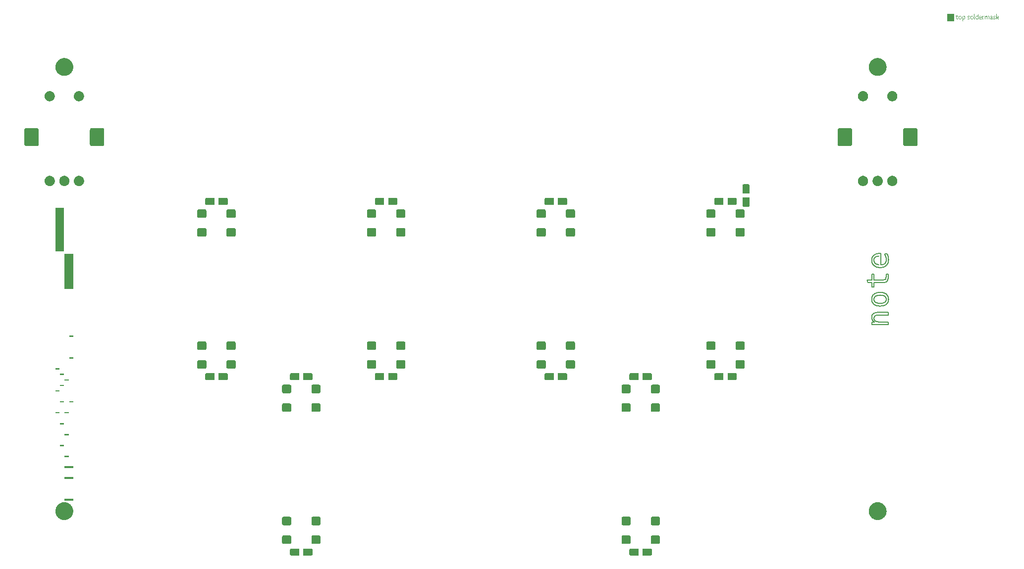
<source format=gts>
G04                                                      *
G04 Greetings!                                           *
G04 This Gerber was generated by PCBmodE, an open source *
G04 PCB design software. Get it here:                    *
G04                                                      *
G04   http://pcbmode.com                                 *
G04                                                      *
G04 Also visit                                           *
G04                                                      *
G04   http://boldport.com                                *
G04                                                      *
G04 and follow @boldport / @pcbmode for updates!         *
G04                                                      *

G04 leading zeros omitted (L); absolute data (A); 6 integer digits and 6 fractional digits *
%FSLAX66Y66*%

G04 mode (MO): millimeters (MM) *
%MOMM*%

G04 Aperture definitions *
%ADD10C,0.001X*%
%ADD11C,0.001X*%
%ADD20C,0.15X*%

%LPD*%
G36*
G01X49275000Y-91400000D02*
G01X49275000Y-91875000D01*
G01X49275000Y-91875000D01*
G01X49269514Y-91927334D01*
G01X49253809Y-91975886D01*
G01X49229016Y-92019526D01*
G01X49196266Y-92057122D01*
G01X49156689Y-92087544D01*
G01X49111418Y-92109661D01*
G01X49061581Y-92122343D01*
G01X49025000Y-92125000D01*
G01X48500000Y-92125000D01*
G01X47975000Y-92125000D01*
G01X47975000Y-92125000D01*
G01X47922666Y-92119514D01*
G01X47874114Y-92103809D01*
G01X47830474Y-92079016D01*
G01X47792878Y-92046266D01*
G01X47762456Y-92006689D01*
G01X47740339Y-91961418D01*
G01X47727657Y-91911581D01*
G01X47725000Y-91875000D01*
G01X47725000Y-91400000D01*
G01X47725000Y-90925000D01*
G01X47725000Y-90925000D01*
G01X47730486Y-90872666D01*
G01X47746191Y-90824114D01*
G01X47770984Y-90780474D01*
G01X47803734Y-90742878D01*
G01X47843311Y-90712456D01*
G01X47888582Y-90690339D01*
G01X47938419Y-90677657D01*
G01X47975000Y-90675000D01*
G01X48500000Y-90675000D01*
G01X49025000Y-90675000D01*
G01X49025000Y-90675000D01*
G01X49077334Y-90680486D01*
G01X49125886Y-90696191D01*
G01X49169526Y-90720984D01*
G01X49207122Y-90753734D01*
G01X49237544Y-90793311D01*
G01X49259661Y-90838582D01*
G01X49272343Y-90888419D01*
G01X49275000Y-90925000D01*
G01X49275000Y-91400000D01*
G37*
G36*
G01X49275000Y-88200000D02*
G01X49275000Y-88675000D01*
G01X49275000Y-88675000D01*
G01X49269514Y-88727334D01*
G01X49253809Y-88775886D01*
G01X49229016Y-88819526D01*
G01X49196266Y-88857122D01*
G01X49156689Y-88887544D01*
G01X49111418Y-88909661D01*
G01X49061581Y-88922343D01*
G01X49025000Y-88925000D01*
G01X48500000Y-88925000D01*
G01X47975000Y-88925000D01*
G01X47975000Y-88925000D01*
G01X47922666Y-88919514D01*
G01X47874114Y-88903809D01*
G01X47830474Y-88879016D01*
G01X47792878Y-88846266D01*
G01X47762456Y-88806689D01*
G01X47740339Y-88761418D01*
G01X47727657Y-88711581D01*
G01X47725000Y-88675000D01*
G01X47725000Y-88200000D01*
G01X47725000Y-87725000D01*
G01X47725000Y-87725000D01*
G01X47730486Y-87672666D01*
G01X47746191Y-87624114D01*
G01X47770984Y-87580474D01*
G01X47803734Y-87542878D01*
G01X47843311Y-87512456D01*
G01X47888582Y-87490339D01*
G01X47938419Y-87477657D01*
G01X47975000Y-87475000D01*
G01X48500000Y-87475000D01*
G01X49025000Y-87475000D01*
G01X49025000Y-87475000D01*
G01X49077334Y-87480486D01*
G01X49125886Y-87496191D01*
G01X49169526Y-87520984D01*
G01X49207122Y-87553734D01*
G01X49237544Y-87593311D01*
G01X49259661Y-87638582D01*
G01X49272343Y-87688419D01*
G01X49275000Y-87725000D01*
G01X49275000Y-88200000D01*
G37*
G36*
G01X54275000Y-88200000D02*
G01X54275000Y-88675000D01*
G01X54275000Y-88675000D01*
G01X54269514Y-88727334D01*
G01X54253809Y-88775886D01*
G01X54229016Y-88819526D01*
G01X54196266Y-88857122D01*
G01X54156689Y-88887544D01*
G01X54111418Y-88909661D01*
G01X54061581Y-88922343D01*
G01X54025000Y-88925000D01*
G01X53500000Y-88925000D01*
G01X52975000Y-88925000D01*
G01X52975000Y-88925000D01*
G01X52922666Y-88919514D01*
G01X52874114Y-88903809D01*
G01X52830474Y-88879016D01*
G01X52792878Y-88846266D01*
G01X52762456Y-88806689D01*
G01X52740339Y-88761418D01*
G01X52727657Y-88711581D01*
G01X52725000Y-88675000D01*
G01X52725000Y-88200000D01*
G01X52725000Y-87725000D01*
G01X52725000Y-87725000D01*
G01X52730486Y-87672666D01*
G01X52746191Y-87624114D01*
G01X52770984Y-87580474D01*
G01X52803734Y-87542878D01*
G01X52843311Y-87512456D01*
G01X52888582Y-87490339D01*
G01X52938419Y-87477657D01*
G01X52975000Y-87475000D01*
G01X53500000Y-87475000D01*
G01X54025000Y-87475000D01*
G01X54025000Y-87475000D01*
G01X54077334Y-87480486D01*
G01X54125886Y-87496191D01*
G01X54169526Y-87520984D01*
G01X54207122Y-87553734D01*
G01X54237544Y-87593311D01*
G01X54259661Y-87638582D01*
G01X54272343Y-87688419D01*
G01X54275000Y-87725000D01*
G01X54275000Y-88200000D01*
G37*
G36*
G01X54275000Y-91400000D02*
G01X54275000Y-91875000D01*
G01X54275000Y-91875000D01*
G01X54269514Y-91927334D01*
G01X54253809Y-91975886D01*
G01X54229016Y-92019526D01*
G01X54196266Y-92057122D01*
G01X54156689Y-92087544D01*
G01X54111418Y-92109661D01*
G01X54061581Y-92122343D01*
G01X54025000Y-92125000D01*
G01X53500000Y-92125000D01*
G01X52975000Y-92125000D01*
G01X52975000Y-92125000D01*
G01X52922666Y-92119514D01*
G01X52874114Y-92103809D01*
G01X52830474Y-92079016D01*
G01X52792878Y-92046266D01*
G01X52762456Y-92006689D01*
G01X52740339Y-91961418D01*
G01X52727657Y-91911581D01*
G01X52725000Y-91875000D01*
G01X52725000Y-91400000D01*
G01X52725000Y-90925000D01*
G01X52725000Y-90925000D01*
G01X52730486Y-90872666D01*
G01X52746191Y-90824114D01*
G01X52770984Y-90780474D01*
G01X52803734Y-90742878D01*
G01X52843311Y-90712456D01*
G01X52888582Y-90690339D01*
G01X52938419Y-90677657D01*
G01X52975000Y-90675000D01*
G01X53500000Y-90675000D01*
G01X54025000Y-90675000D01*
G01X54025000Y-90675000D01*
G01X54077334Y-90680486D01*
G01X54125886Y-90696191D01*
G01X54169526Y-90720984D01*
G01X54207122Y-90753734D01*
G01X54237544Y-90793311D01*
G01X54259661Y-90838582D01*
G01X54272343Y-90888419D01*
G01X54275000Y-90925000D01*
G01X54275000Y-91400000D01*
G37*
G36*
G01X52725000Y-65600000D02*
G01X52725000Y-65125000D01*
G01X52725000Y-65125000D01*
G01X52730486Y-65072666D01*
G01X52746191Y-65024114D01*
G01X52770984Y-64980474D01*
G01X52803734Y-64942878D01*
G01X52843311Y-64912456D01*
G01X52888582Y-64890339D01*
G01X52938419Y-64877657D01*
G01X52975000Y-64875000D01*
G01X53500000Y-64875000D01*
G01X54025000Y-64875000D01*
G01X54025000Y-64875000D01*
G01X54077334Y-64880486D01*
G01X54125886Y-64896191D01*
G01X54169526Y-64920984D01*
G01X54207122Y-64953734D01*
G01X54237544Y-64993311D01*
G01X54259661Y-65038582D01*
G01X54272343Y-65088419D01*
G01X54275000Y-65125000D01*
G01X54275000Y-65600000D01*
G01X54275000Y-66075000D01*
G01X54275000Y-66075000D01*
G01X54269514Y-66127334D01*
G01X54253809Y-66175886D01*
G01X54229016Y-66219526D01*
G01X54196266Y-66257122D01*
G01X54156689Y-66287544D01*
G01X54111418Y-66309661D01*
G01X54061581Y-66322343D01*
G01X54025000Y-66325000D01*
G01X53500000Y-66325000D01*
G01X52975000Y-66325000D01*
G01X52975000Y-66325000D01*
G01X52922666Y-66319514D01*
G01X52874114Y-66303809D01*
G01X52830474Y-66279016D01*
G01X52792878Y-66246266D01*
G01X52762456Y-66206689D01*
G01X52740339Y-66161418D01*
G01X52727657Y-66111581D01*
G01X52725000Y-66075000D01*
G01X52725000Y-65600000D01*
G37*
G36*
G01X52725000Y-68800000D02*
G01X52725000Y-68325000D01*
G01X52725000Y-68325000D01*
G01X52730486Y-68272666D01*
G01X52746191Y-68224114D01*
G01X52770984Y-68180474D01*
G01X52803734Y-68142878D01*
G01X52843311Y-68112456D01*
G01X52888582Y-68090339D01*
G01X52938419Y-68077657D01*
G01X52975000Y-68075000D01*
G01X53500000Y-68075000D01*
G01X54025000Y-68075000D01*
G01X54025000Y-68075000D01*
G01X54077334Y-68080486D01*
G01X54125886Y-68096191D01*
G01X54169526Y-68120984D01*
G01X54207122Y-68153734D01*
G01X54237544Y-68193311D01*
G01X54259661Y-68238582D01*
G01X54272343Y-68288419D01*
G01X54275000Y-68325000D01*
G01X54275000Y-68800000D01*
G01X54275000Y-69275000D01*
G01X54275000Y-69275000D01*
G01X54269514Y-69327334D01*
G01X54253809Y-69375886D01*
G01X54229016Y-69419526D01*
G01X54196266Y-69457122D01*
G01X54156689Y-69487544D01*
G01X54111418Y-69509661D01*
G01X54061581Y-69522343D01*
G01X54025000Y-69525000D01*
G01X53500000Y-69525000D01*
G01X52975000Y-69525000D01*
G01X52975000Y-69525000D01*
G01X52922666Y-69519514D01*
G01X52874114Y-69503809D01*
G01X52830474Y-69479016D01*
G01X52792878Y-69446266D01*
G01X52762456Y-69406689D01*
G01X52740339Y-69361418D01*
G01X52727657Y-69311581D01*
G01X52725000Y-69275000D01*
G01X52725000Y-68800000D01*
G37*
G36*
G01X47725000Y-68800000D02*
G01X47725000Y-68325000D01*
G01X47725000Y-68325000D01*
G01X47730486Y-68272666D01*
G01X47746191Y-68224114D01*
G01X47770984Y-68180474D01*
G01X47803734Y-68142878D01*
G01X47843311Y-68112456D01*
G01X47888582Y-68090339D01*
G01X47938419Y-68077657D01*
G01X47975000Y-68075000D01*
G01X48500000Y-68075000D01*
G01X49025000Y-68075000D01*
G01X49025000Y-68075000D01*
G01X49077334Y-68080486D01*
G01X49125886Y-68096191D01*
G01X49169526Y-68120984D01*
G01X49207122Y-68153734D01*
G01X49237544Y-68193311D01*
G01X49259661Y-68238582D01*
G01X49272343Y-68288419D01*
G01X49275000Y-68325000D01*
G01X49275000Y-68800000D01*
G01X49275000Y-69275000D01*
G01X49275000Y-69275000D01*
G01X49269514Y-69327334D01*
G01X49253809Y-69375886D01*
G01X49229016Y-69419526D01*
G01X49196266Y-69457122D01*
G01X49156689Y-69487544D01*
G01X49111418Y-69509661D01*
G01X49061581Y-69522343D01*
G01X49025000Y-69525000D01*
G01X48500000Y-69525000D01*
G01X47975000Y-69525000D01*
G01X47975000Y-69525000D01*
G01X47922666Y-69519514D01*
G01X47874114Y-69503809D01*
G01X47830474Y-69479016D01*
G01X47792878Y-69446266D01*
G01X47762456Y-69406689D01*
G01X47740339Y-69361418D01*
G01X47727657Y-69311581D01*
G01X47725000Y-69275000D01*
G01X47725000Y-68800000D01*
G37*
G36*
G01X47725000Y-65600000D02*
G01X47725000Y-65125000D01*
G01X47725000Y-65125000D01*
G01X47730486Y-65072666D01*
G01X47746191Y-65024114D01*
G01X47770984Y-64980474D01*
G01X47803734Y-64942878D01*
G01X47843311Y-64912456D01*
G01X47888582Y-64890339D01*
G01X47938419Y-64877657D01*
G01X47975000Y-64875000D01*
G01X48500000Y-64875000D01*
G01X49025000Y-64875000D01*
G01X49025000Y-64875000D01*
G01X49077334Y-64880486D01*
G01X49125886Y-64896191D01*
G01X49169526Y-64920984D01*
G01X49207122Y-64953734D01*
G01X49237544Y-64993311D01*
G01X49259661Y-65038582D01*
G01X49272343Y-65088419D01*
G01X49275000Y-65125000D01*
G01X49275000Y-65600000D01*
G01X49275000Y-66075000D01*
G01X49275000Y-66075000D01*
G01X49269514Y-66127334D01*
G01X49253809Y-66175886D01*
G01X49229016Y-66219526D01*
G01X49196266Y-66257122D01*
G01X49156689Y-66287544D01*
G01X49111418Y-66309661D01*
G01X49061581Y-66322343D01*
G01X49025000Y-66325000D01*
G01X48500000Y-66325000D01*
G01X47975000Y-66325000D01*
G01X47975000Y-66325000D01*
G01X47922666Y-66319514D01*
G01X47874114Y-66303809D01*
G01X47830474Y-66279016D01*
G01X47792878Y-66246266D01*
G01X47762456Y-66206689D01*
G01X47740339Y-66161418D01*
G01X47727657Y-66111581D01*
G01X47725000Y-66075000D01*
G01X47725000Y-65600000D01*
G37*
G36*
G01X121775000Y-61400000D02*
G01X121775000Y-61875000D01*
G01X121775000Y-61875000D01*
G01X121769514Y-61927334D01*
G01X121753809Y-61975886D01*
G01X121729016Y-62019526D01*
G01X121696266Y-62057122D01*
G01X121656689Y-62087544D01*
G01X121611418Y-62109661D01*
G01X121561581Y-62122343D01*
G01X121525000Y-62125000D01*
G01X121000000Y-62125000D01*
G01X120475000Y-62125000D01*
G01X120475000Y-62125000D01*
G01X120422666Y-62119514D01*
G01X120374114Y-62103809D01*
G01X120330474Y-62079016D01*
G01X120292878Y-62046266D01*
G01X120262456Y-62006689D01*
G01X120240339Y-61961418D01*
G01X120227657Y-61911581D01*
G01X120225000Y-61875000D01*
G01X120225000Y-61400000D01*
G01X120225000Y-60925000D01*
G01X120225000Y-60925000D01*
G01X120230486Y-60872666D01*
G01X120246191Y-60824114D01*
G01X120270984Y-60780474D01*
G01X120303734Y-60742878D01*
G01X120343311Y-60712456D01*
G01X120388582Y-60690339D01*
G01X120438419Y-60677657D01*
G01X120475000Y-60675000D01*
G01X121000000Y-60675000D01*
G01X121525000Y-60675000D01*
G01X121525000Y-60675000D01*
G01X121577334Y-60680486D01*
G01X121625886Y-60696191D01*
G01X121669526Y-60720984D01*
G01X121707122Y-60753734D01*
G01X121737544Y-60793311D01*
G01X121759661Y-60838582D01*
G01X121772343Y-60888419D01*
G01X121775000Y-60925000D01*
G01X121775000Y-61400000D01*
G37*
G36*
G01X121775000Y-58200000D02*
G01X121775000Y-58675000D01*
G01X121775000Y-58675000D01*
G01X121769514Y-58727334D01*
G01X121753809Y-58775886D01*
G01X121729016Y-58819526D01*
G01X121696266Y-58857122D01*
G01X121656689Y-58887544D01*
G01X121611418Y-58909661D01*
G01X121561581Y-58922343D01*
G01X121525000Y-58925000D01*
G01X121000000Y-58925000D01*
G01X120475000Y-58925000D01*
G01X120475000Y-58925000D01*
G01X120422666Y-58919514D01*
G01X120374114Y-58903809D01*
G01X120330474Y-58879016D01*
G01X120292878Y-58846266D01*
G01X120262456Y-58806689D01*
G01X120240339Y-58761418D01*
G01X120227657Y-58711581D01*
G01X120225000Y-58675000D01*
G01X120225000Y-58200000D01*
G01X120225000Y-57725000D01*
G01X120225000Y-57725000D01*
G01X120230486Y-57672666D01*
G01X120246191Y-57624114D01*
G01X120270984Y-57580474D01*
G01X120303734Y-57542878D01*
G01X120343311Y-57512456D01*
G01X120388582Y-57490339D01*
G01X120438419Y-57477657D01*
G01X120475000Y-57475000D01*
G01X121000000Y-57475000D01*
G01X121525000Y-57475000D01*
G01X121525000Y-57475000D01*
G01X121577334Y-57480486D01*
G01X121625886Y-57496191D01*
G01X121669526Y-57520984D01*
G01X121707122Y-57553734D01*
G01X121737544Y-57593311D01*
G01X121759661Y-57638582D01*
G01X121772343Y-57688419D01*
G01X121775000Y-57725000D01*
G01X121775000Y-58200000D01*
G37*
G36*
G01X126775000Y-58200000D02*
G01X126775000Y-58675000D01*
G01X126775000Y-58675000D01*
G01X126769514Y-58727334D01*
G01X126753809Y-58775886D01*
G01X126729016Y-58819526D01*
G01X126696266Y-58857122D01*
G01X126656689Y-58887544D01*
G01X126611418Y-58909661D01*
G01X126561581Y-58922343D01*
G01X126525000Y-58925000D01*
G01X126000000Y-58925000D01*
G01X125475000Y-58925000D01*
G01X125475000Y-58925000D01*
G01X125422666Y-58919514D01*
G01X125374114Y-58903809D01*
G01X125330474Y-58879016D01*
G01X125292878Y-58846266D01*
G01X125262456Y-58806689D01*
G01X125240339Y-58761418D01*
G01X125227657Y-58711581D01*
G01X125225000Y-58675000D01*
G01X125225000Y-58200000D01*
G01X125225000Y-57725000D01*
G01X125225000Y-57725000D01*
G01X125230486Y-57672666D01*
G01X125246191Y-57624114D01*
G01X125270984Y-57580474D01*
G01X125303734Y-57542878D01*
G01X125343311Y-57512456D01*
G01X125388582Y-57490339D01*
G01X125438419Y-57477657D01*
G01X125475000Y-57475000D01*
G01X126000000Y-57475000D01*
G01X126525000Y-57475000D01*
G01X126525000Y-57475000D01*
G01X126577334Y-57480486D01*
G01X126625886Y-57496191D01*
G01X126669526Y-57520984D01*
G01X126707122Y-57553734D01*
G01X126737544Y-57593311D01*
G01X126759661Y-57638582D01*
G01X126772343Y-57688419D01*
G01X126775000Y-57725000D01*
G01X126775000Y-58200000D01*
G37*
G36*
G01X126775000Y-61400000D02*
G01X126775000Y-61875000D01*
G01X126775000Y-61875000D01*
G01X126769514Y-61927334D01*
G01X126753809Y-61975886D01*
G01X126729016Y-62019526D01*
G01X126696266Y-62057122D01*
G01X126656689Y-62087544D01*
G01X126611418Y-62109661D01*
G01X126561581Y-62122343D01*
G01X126525000Y-62125000D01*
G01X126000000Y-62125000D01*
G01X125475000Y-62125000D01*
G01X125475000Y-62125000D01*
G01X125422666Y-62119514D01*
G01X125374114Y-62103809D01*
G01X125330474Y-62079016D01*
G01X125292878Y-62046266D01*
G01X125262456Y-62006689D01*
G01X125240339Y-61961418D01*
G01X125227657Y-61911581D01*
G01X125225000Y-61875000D01*
G01X125225000Y-61400000D01*
G01X125225000Y-60925000D01*
G01X125225000Y-60925000D01*
G01X125230486Y-60872666D01*
G01X125246191Y-60824114D01*
G01X125270984Y-60780474D01*
G01X125303734Y-60742878D01*
G01X125343311Y-60712456D01*
G01X125388582Y-60690339D01*
G01X125438419Y-60677657D01*
G01X125475000Y-60675000D01*
G01X126000000Y-60675000D01*
G01X126525000Y-60675000D01*
G01X126525000Y-60675000D01*
G01X126577334Y-60680486D01*
G01X126625886Y-60696191D01*
G01X126669526Y-60720984D01*
G01X126707122Y-60753734D01*
G01X126737544Y-60793311D01*
G01X126759661Y-60838582D01*
G01X126772343Y-60888419D01*
G01X126775000Y-60925000D01*
G01X126775000Y-61400000D01*
G37*
G36*
G01X125225000Y-35600000D02*
G01X125225000Y-35125000D01*
G01X125225000Y-35125000D01*
G01X125230486Y-35072666D01*
G01X125246191Y-35024114D01*
G01X125270984Y-34980474D01*
G01X125303734Y-34942878D01*
G01X125343311Y-34912456D01*
G01X125388582Y-34890339D01*
G01X125438419Y-34877657D01*
G01X125475000Y-34875000D01*
G01X126000000Y-34875000D01*
G01X126525000Y-34875000D01*
G01X126525000Y-34875000D01*
G01X126577334Y-34880486D01*
G01X126625886Y-34896191D01*
G01X126669526Y-34920984D01*
G01X126707122Y-34953734D01*
G01X126737544Y-34993311D01*
G01X126759661Y-35038582D01*
G01X126772343Y-35088419D01*
G01X126775000Y-35125000D01*
G01X126775000Y-35600000D01*
G01X126775000Y-36075000D01*
G01X126775000Y-36075000D01*
G01X126769514Y-36127334D01*
G01X126753809Y-36175886D01*
G01X126729016Y-36219526D01*
G01X126696266Y-36257122D01*
G01X126656689Y-36287544D01*
G01X126611418Y-36309661D01*
G01X126561581Y-36322343D01*
G01X126525000Y-36325000D01*
G01X126000000Y-36325000D01*
G01X125475000Y-36325000D01*
G01X125475000Y-36325000D01*
G01X125422666Y-36319514D01*
G01X125374114Y-36303809D01*
G01X125330474Y-36279016D01*
G01X125292878Y-36246266D01*
G01X125262456Y-36206689D01*
G01X125240339Y-36161418D01*
G01X125227657Y-36111581D01*
G01X125225000Y-36075000D01*
G01X125225000Y-35600000D01*
G37*
G36*
G01X125225000Y-38800000D02*
G01X125225000Y-38325000D01*
G01X125225000Y-38325000D01*
G01X125230486Y-38272666D01*
G01X125246191Y-38224114D01*
G01X125270984Y-38180474D01*
G01X125303734Y-38142878D01*
G01X125343311Y-38112456D01*
G01X125388582Y-38090339D01*
G01X125438419Y-38077657D01*
G01X125475000Y-38075000D01*
G01X126000000Y-38075000D01*
G01X126525000Y-38075000D01*
G01X126525000Y-38075000D01*
G01X126577334Y-38080486D01*
G01X126625886Y-38096191D01*
G01X126669526Y-38120984D01*
G01X126707122Y-38153734D01*
G01X126737544Y-38193311D01*
G01X126759661Y-38238582D01*
G01X126772343Y-38288419D01*
G01X126775000Y-38325000D01*
G01X126775000Y-38800000D01*
G01X126775000Y-39275000D01*
G01X126775000Y-39275000D01*
G01X126769514Y-39327334D01*
G01X126753809Y-39375886D01*
G01X126729016Y-39419526D01*
G01X126696266Y-39457122D01*
G01X126656689Y-39487544D01*
G01X126611418Y-39509661D01*
G01X126561581Y-39522343D01*
G01X126525000Y-39525000D01*
G01X126000000Y-39525000D01*
G01X125475000Y-39525000D01*
G01X125475000Y-39525000D01*
G01X125422666Y-39519514D01*
G01X125374114Y-39503809D01*
G01X125330474Y-39479016D01*
G01X125292878Y-39446266D01*
G01X125262456Y-39406689D01*
G01X125240339Y-39361418D01*
G01X125227657Y-39311581D01*
G01X125225000Y-39275000D01*
G01X125225000Y-38800000D01*
G37*
G36*
G01X120225000Y-38800000D02*
G01X120225000Y-38325000D01*
G01X120225000Y-38325000D01*
G01X120230486Y-38272666D01*
G01X120246191Y-38224114D01*
G01X120270984Y-38180474D01*
G01X120303734Y-38142878D01*
G01X120343311Y-38112456D01*
G01X120388582Y-38090339D01*
G01X120438419Y-38077657D01*
G01X120475000Y-38075000D01*
G01X121000000Y-38075000D01*
G01X121525000Y-38075000D01*
G01X121525000Y-38075000D01*
G01X121577334Y-38080486D01*
G01X121625886Y-38096191D01*
G01X121669526Y-38120984D01*
G01X121707122Y-38153734D01*
G01X121737544Y-38193311D01*
G01X121759661Y-38238582D01*
G01X121772343Y-38288419D01*
G01X121775000Y-38325000D01*
G01X121775000Y-38800000D01*
G01X121775000Y-39275000D01*
G01X121775000Y-39275000D01*
G01X121769514Y-39327334D01*
G01X121753809Y-39375886D01*
G01X121729016Y-39419526D01*
G01X121696266Y-39457122D01*
G01X121656689Y-39487544D01*
G01X121611418Y-39509661D01*
G01X121561581Y-39522343D01*
G01X121525000Y-39525000D01*
G01X121000000Y-39525000D01*
G01X120475000Y-39525000D01*
G01X120475000Y-39525000D01*
G01X120422666Y-39519514D01*
G01X120374114Y-39503809D01*
G01X120330474Y-39479016D01*
G01X120292878Y-39446266D01*
G01X120262456Y-39406689D01*
G01X120240339Y-39361418D01*
G01X120227657Y-39311581D01*
G01X120225000Y-39275000D01*
G01X120225000Y-38800000D01*
G37*
G36*
G01X120225000Y-35600000D02*
G01X120225000Y-35125000D01*
G01X120225000Y-35125000D01*
G01X120230486Y-35072666D01*
G01X120246191Y-35024114D01*
G01X120270984Y-34980474D01*
G01X120303734Y-34942878D01*
G01X120343311Y-34912456D01*
G01X120388582Y-34890339D01*
G01X120438419Y-34877657D01*
G01X120475000Y-34875000D01*
G01X121000000Y-34875000D01*
G01X121525000Y-34875000D01*
G01X121525000Y-34875000D01*
G01X121577334Y-34880486D01*
G01X121625886Y-34896191D01*
G01X121669526Y-34920984D01*
G01X121707122Y-34953734D01*
G01X121737544Y-34993311D01*
G01X121759661Y-35038582D01*
G01X121772343Y-35088419D01*
G01X121775000Y-35125000D01*
G01X121775000Y-35600000D01*
G01X121775000Y-36075000D01*
G01X121775000Y-36075000D01*
G01X121769514Y-36127334D01*
G01X121753809Y-36175886D01*
G01X121729016Y-36219526D01*
G01X121696266Y-36257122D01*
G01X121656689Y-36287544D01*
G01X121611418Y-36309661D01*
G01X121561581Y-36322343D01*
G01X121525000Y-36325000D01*
G01X121000000Y-36325000D01*
G01X120475000Y-36325000D01*
G01X120475000Y-36325000D01*
G01X120422666Y-36319514D01*
G01X120374114Y-36303809D01*
G01X120330474Y-36279016D01*
G01X120292878Y-36246266D01*
G01X120262456Y-36206689D01*
G01X120240339Y-36161418D01*
G01X120227657Y-36111581D01*
G01X120225000Y-36075000D01*
G01X120225000Y-35600000D01*
G37*
G36*
G01X107275000Y-91400000D02*
G01X107275000Y-91875000D01*
G01X107275000Y-91875000D01*
G01X107269514Y-91927334D01*
G01X107253809Y-91975886D01*
G01X107229016Y-92019526D01*
G01X107196266Y-92057122D01*
G01X107156689Y-92087544D01*
G01X107111418Y-92109661D01*
G01X107061581Y-92122343D01*
G01X107025000Y-92125000D01*
G01X106500000Y-92125000D01*
G01X105975000Y-92125000D01*
G01X105975000Y-92125000D01*
G01X105922666Y-92119514D01*
G01X105874114Y-92103809D01*
G01X105830474Y-92079016D01*
G01X105792878Y-92046266D01*
G01X105762456Y-92006689D01*
G01X105740339Y-91961418D01*
G01X105727657Y-91911581D01*
G01X105725000Y-91875000D01*
G01X105725000Y-91400000D01*
G01X105725000Y-90925000D01*
G01X105725000Y-90925000D01*
G01X105730486Y-90872666D01*
G01X105746191Y-90824114D01*
G01X105770984Y-90780474D01*
G01X105803734Y-90742878D01*
G01X105843311Y-90712456D01*
G01X105888582Y-90690339D01*
G01X105938419Y-90677657D01*
G01X105975000Y-90675000D01*
G01X106500000Y-90675000D01*
G01X107025000Y-90675000D01*
G01X107025000Y-90675000D01*
G01X107077334Y-90680486D01*
G01X107125886Y-90696191D01*
G01X107169526Y-90720984D01*
G01X107207122Y-90753734D01*
G01X107237544Y-90793311D01*
G01X107259661Y-90838582D01*
G01X107272343Y-90888419D01*
G01X107275000Y-90925000D01*
G01X107275000Y-91400000D01*
G37*
G36*
G01X107275000Y-88200000D02*
G01X107275000Y-88675000D01*
G01X107275000Y-88675000D01*
G01X107269514Y-88727334D01*
G01X107253809Y-88775886D01*
G01X107229016Y-88819526D01*
G01X107196266Y-88857122D01*
G01X107156689Y-88887544D01*
G01X107111418Y-88909661D01*
G01X107061581Y-88922343D01*
G01X107025000Y-88925000D01*
G01X106500000Y-88925000D01*
G01X105975000Y-88925000D01*
G01X105975000Y-88925000D01*
G01X105922666Y-88919514D01*
G01X105874114Y-88903809D01*
G01X105830474Y-88879016D01*
G01X105792878Y-88846266D01*
G01X105762456Y-88806689D01*
G01X105740339Y-88761418D01*
G01X105727657Y-88711581D01*
G01X105725000Y-88675000D01*
G01X105725000Y-88200000D01*
G01X105725000Y-87725000D01*
G01X105725000Y-87725000D01*
G01X105730486Y-87672666D01*
G01X105746191Y-87624114D01*
G01X105770984Y-87580474D01*
G01X105803734Y-87542878D01*
G01X105843311Y-87512456D01*
G01X105888582Y-87490339D01*
G01X105938419Y-87477657D01*
G01X105975000Y-87475000D01*
G01X106500000Y-87475000D01*
G01X107025000Y-87475000D01*
G01X107025000Y-87475000D01*
G01X107077334Y-87480486D01*
G01X107125886Y-87496191D01*
G01X107169526Y-87520984D01*
G01X107207122Y-87553734D01*
G01X107237544Y-87593311D01*
G01X107259661Y-87638582D01*
G01X107272343Y-87688419D01*
G01X107275000Y-87725000D01*
G01X107275000Y-88200000D01*
G37*
G36*
G01X112275000Y-88200000D02*
G01X112275000Y-88675000D01*
G01X112275000Y-88675000D01*
G01X112269514Y-88727334D01*
G01X112253809Y-88775886D01*
G01X112229016Y-88819526D01*
G01X112196266Y-88857122D01*
G01X112156689Y-88887544D01*
G01X112111418Y-88909661D01*
G01X112061581Y-88922343D01*
G01X112025000Y-88925000D01*
G01X111500000Y-88925000D01*
G01X110975000Y-88925000D01*
G01X110975000Y-88925000D01*
G01X110922666Y-88919514D01*
G01X110874114Y-88903809D01*
G01X110830474Y-88879016D01*
G01X110792878Y-88846266D01*
G01X110762456Y-88806689D01*
G01X110740339Y-88761418D01*
G01X110727657Y-88711581D01*
G01X110725000Y-88675000D01*
G01X110725000Y-88200000D01*
G01X110725000Y-87725000D01*
G01X110725000Y-87725000D01*
G01X110730486Y-87672666D01*
G01X110746191Y-87624114D01*
G01X110770984Y-87580474D01*
G01X110803734Y-87542878D01*
G01X110843311Y-87512456D01*
G01X110888582Y-87490339D01*
G01X110938419Y-87477657D01*
G01X110975000Y-87475000D01*
G01X111500000Y-87475000D01*
G01X112025000Y-87475000D01*
G01X112025000Y-87475000D01*
G01X112077334Y-87480486D01*
G01X112125886Y-87496191D01*
G01X112169526Y-87520984D01*
G01X112207122Y-87553734D01*
G01X112237544Y-87593311D01*
G01X112259661Y-87638582D01*
G01X112272343Y-87688419D01*
G01X112275000Y-87725000D01*
G01X112275000Y-88200000D01*
G37*
G36*
G01X112275000Y-91400000D02*
G01X112275000Y-91875000D01*
G01X112275000Y-91875000D01*
G01X112269514Y-91927334D01*
G01X112253809Y-91975886D01*
G01X112229016Y-92019526D01*
G01X112196266Y-92057122D01*
G01X112156689Y-92087544D01*
G01X112111418Y-92109661D01*
G01X112061581Y-92122343D01*
G01X112025000Y-92125000D01*
G01X111500000Y-92125000D01*
G01X110975000Y-92125000D01*
G01X110975000Y-92125000D01*
G01X110922666Y-92119514D01*
G01X110874114Y-92103809D01*
G01X110830474Y-92079016D01*
G01X110792878Y-92046266D01*
G01X110762456Y-92006689D01*
G01X110740339Y-91961418D01*
G01X110727657Y-91911581D01*
G01X110725000Y-91875000D01*
G01X110725000Y-91400000D01*
G01X110725000Y-90925000D01*
G01X110725000Y-90925000D01*
G01X110730486Y-90872666D01*
G01X110746191Y-90824114D01*
G01X110770984Y-90780474D01*
G01X110803734Y-90742878D01*
G01X110843311Y-90712456D01*
G01X110888582Y-90690339D01*
G01X110938419Y-90677657D01*
G01X110975000Y-90675000D01*
G01X111500000Y-90675000D01*
G01X112025000Y-90675000D01*
G01X112025000Y-90675000D01*
G01X112077334Y-90680486D01*
G01X112125886Y-90696191D01*
G01X112169526Y-90720984D01*
G01X112207122Y-90753734D01*
G01X112237544Y-90793311D01*
G01X112259661Y-90838582D01*
G01X112272343Y-90888419D01*
G01X112275000Y-90925000D01*
G01X112275000Y-91400000D01*
G37*
G36*
G01X147000000Y-30875000D02*
G01X147000000Y-30875000D01*
G01X147057531Y-30873139D01*
G01X147114069Y-30867632D01*
G01X147169498Y-30858595D01*
G01X147223703Y-30846143D01*
G01X147276568Y-30830392D01*
G01X147327978Y-30811456D01*
G01X147377818Y-30789451D01*
G01X147425972Y-30764493D01*
G01X147472326Y-30736696D01*
G01X147516764Y-30706176D01*
G01X147559170Y-30673048D01*
G01X147599430Y-30637427D01*
G01X147637427Y-30599430D01*
G01X147673048Y-30559170D01*
G01X147706176Y-30516764D01*
G01X147736696Y-30472326D01*
G01X147764493Y-30425972D01*
G01X147789451Y-30377818D01*
G01X147811456Y-30327978D01*
G01X147830392Y-30276568D01*
G01X147846143Y-30223703D01*
G01X147858595Y-30169498D01*
G01X147867632Y-30114069D01*
G01X147873139Y-30057531D01*
G01X147875000Y-30000000D01*
G01X147875000Y-30000000D01*
G01X147875000Y-30000000D01*
G01X147873139Y-29942469D01*
G01X147867632Y-29885931D01*
G01X147858595Y-29830502D01*
G01X147846143Y-29776297D01*
G01X147830392Y-29723432D01*
G01X147811456Y-29672022D01*
G01X147789451Y-29622182D01*
G01X147764493Y-29574028D01*
G01X147736696Y-29527674D01*
G01X147706176Y-29483236D01*
G01X147673048Y-29440830D01*
G01X147637427Y-29400570D01*
G01X147599430Y-29362573D01*
G01X147559170Y-29326952D01*
G01X147516764Y-29293824D01*
G01X147472326Y-29263304D01*
G01X147425972Y-29235507D01*
G01X147377818Y-29210549D01*
G01X147327978Y-29188544D01*
G01X147276568Y-29169608D01*
G01X147223703Y-29153857D01*
G01X147169498Y-29141405D01*
G01X147114069Y-29132368D01*
G01X147057531Y-29126861D01*
G01X147000000Y-29125000D01*
G01X147000000Y-29125000D01*
G01X147000000Y-29125000D01*
G01X146942469Y-29126861D01*
G01X146885931Y-29132368D01*
G01X146830502Y-29141405D01*
G01X146776297Y-29153857D01*
G01X146723432Y-29169608D01*
G01X146672022Y-29188544D01*
G01X146622182Y-29210549D01*
G01X146574028Y-29235507D01*
G01X146527674Y-29263304D01*
G01X146483236Y-29293824D01*
G01X146440830Y-29326952D01*
G01X146400570Y-29362573D01*
G01X146362573Y-29400570D01*
G01X146326952Y-29440830D01*
G01X146293824Y-29483236D01*
G01X146263304Y-29527674D01*
G01X146235507Y-29574028D01*
G01X146210549Y-29622182D01*
G01X146188544Y-29672022D01*
G01X146169608Y-29723432D01*
G01X146153857Y-29776297D01*
G01X146141405Y-29830502D01*
G01X146132368Y-29885931D01*
G01X146126861Y-29942469D01*
G01X146125000Y-30000000D01*
G01X146125000Y-30000000D01*
G01X146125000Y-30000000D01*
G01X146126861Y-30057531D01*
G01X146132368Y-30114069D01*
G01X146141405Y-30169498D01*
G01X146153857Y-30223703D01*
G01X146169608Y-30276568D01*
G01X146188544Y-30327978D01*
G01X146210549Y-30377818D01*
G01X146235507Y-30425972D01*
G01X146263304Y-30472326D01*
G01X146293824Y-30516764D01*
G01X146326952Y-30559170D01*
G01X146362573Y-30599430D01*
G01X146400570Y-30637427D01*
G01X146440830Y-30673048D01*
G01X146483236Y-30706176D01*
G01X146527674Y-30736696D01*
G01X146574028Y-30764493D01*
G01X146622182Y-30789451D01*
G01X146672022Y-30811456D01*
G01X146723432Y-30830392D01*
G01X146776297Y-30846143D01*
G01X146830502Y-30858595D01*
G01X146885931Y-30867632D01*
G01X146942469Y-30873139D01*
G01X147000000Y-30875000D01*
G01X147000000Y-30875000D01*
G37*
G36*
G01X152000000Y-30875000D02*
G01X152000000Y-30875000D01*
G01X152057531Y-30873139D01*
G01X152114069Y-30867632D01*
G01X152169498Y-30858595D01*
G01X152223703Y-30846143D01*
G01X152276568Y-30830392D01*
G01X152327978Y-30811456D01*
G01X152377818Y-30789451D01*
G01X152425972Y-30764493D01*
G01X152472326Y-30736696D01*
G01X152516764Y-30706176D01*
G01X152559170Y-30673048D01*
G01X152599430Y-30637427D01*
G01X152637427Y-30599430D01*
G01X152673048Y-30559170D01*
G01X152706176Y-30516764D01*
G01X152736696Y-30472326D01*
G01X152764493Y-30425972D01*
G01X152789451Y-30377818D01*
G01X152811456Y-30327978D01*
G01X152830392Y-30276568D01*
G01X152846143Y-30223703D01*
G01X152858595Y-30169498D01*
G01X152867632Y-30114069D01*
G01X152873139Y-30057531D01*
G01X152875000Y-30000000D01*
G01X152875000Y-30000000D01*
G01X152875000Y-30000000D01*
G01X152873139Y-29942469D01*
G01X152867632Y-29885931D01*
G01X152858595Y-29830502D01*
G01X152846143Y-29776297D01*
G01X152830392Y-29723432D01*
G01X152811456Y-29672022D01*
G01X152789451Y-29622182D01*
G01X152764493Y-29574028D01*
G01X152736696Y-29527674D01*
G01X152706176Y-29483236D01*
G01X152673048Y-29440830D01*
G01X152637427Y-29400570D01*
G01X152599430Y-29362573D01*
G01X152559170Y-29326952D01*
G01X152516764Y-29293824D01*
G01X152472326Y-29263304D01*
G01X152425972Y-29235507D01*
G01X152377818Y-29210549D01*
G01X152327978Y-29188544D01*
G01X152276568Y-29169608D01*
G01X152223703Y-29153857D01*
G01X152169498Y-29141405D01*
G01X152114069Y-29132368D01*
G01X152057531Y-29126861D01*
G01X152000000Y-29125000D01*
G01X152000000Y-29125000D01*
G01X152000000Y-29125000D01*
G01X151942469Y-29126861D01*
G01X151885931Y-29132368D01*
G01X151830502Y-29141405D01*
G01X151776297Y-29153857D01*
G01X151723432Y-29169608D01*
G01X151672022Y-29188544D01*
G01X151622182Y-29210549D01*
G01X151574028Y-29235507D01*
G01X151527674Y-29263304D01*
G01X151483236Y-29293824D01*
G01X151440830Y-29326952D01*
G01X151400570Y-29362573D01*
G01X151362573Y-29400570D01*
G01X151326952Y-29440830D01*
G01X151293824Y-29483236D01*
G01X151263304Y-29527674D01*
G01X151235507Y-29574028D01*
G01X151210549Y-29622182D01*
G01X151188544Y-29672022D01*
G01X151169608Y-29723432D01*
G01X151153857Y-29776297D01*
G01X151141405Y-29830502D01*
G01X151132368Y-29885931D01*
G01X151126861Y-29942469D01*
G01X151125000Y-30000000D01*
G01X151125000Y-30000000D01*
G01X151125000Y-30000000D01*
G01X151126861Y-30057531D01*
G01X151132368Y-30114069D01*
G01X151141405Y-30169498D01*
G01X151153857Y-30223703D01*
G01X151169608Y-30276568D01*
G01X151188544Y-30327978D01*
G01X151210549Y-30377818D01*
G01X151235507Y-30425972D01*
G01X151263304Y-30472326D01*
G01X151293824Y-30516764D01*
G01X151326952Y-30559170D01*
G01X151362573Y-30599430D01*
G01X151400570Y-30637427D01*
G01X151440830Y-30673048D01*
G01X151483236Y-30706176D01*
G01X151527674Y-30736696D01*
G01X151574028Y-30764493D01*
G01X151622182Y-30789451D01*
G01X151672022Y-30811456D01*
G01X151723432Y-30830392D01*
G01X151776297Y-30846143D01*
G01X151830502Y-30858595D01*
G01X151885931Y-30867632D01*
G01X151942469Y-30873139D01*
G01X152000000Y-30875000D01*
G01X152000000Y-30875000D01*
G37*
G36*
G01X152000000Y-16375000D02*
G01X152000000Y-16375000D01*
G01X152057531Y-16373139D01*
G01X152114069Y-16367632D01*
G01X152169498Y-16358595D01*
G01X152223703Y-16346143D01*
G01X152276568Y-16330392D01*
G01X152327978Y-16311456D01*
G01X152377818Y-16289451D01*
G01X152425972Y-16264493D01*
G01X152472326Y-16236696D01*
G01X152516764Y-16206176D01*
G01X152559170Y-16173048D01*
G01X152599430Y-16137427D01*
G01X152637427Y-16099430D01*
G01X152673048Y-16059170D01*
G01X152706176Y-16016764D01*
G01X152736696Y-15972326D01*
G01X152764493Y-15925972D01*
G01X152789451Y-15877818D01*
G01X152811456Y-15827978D01*
G01X152830392Y-15776568D01*
G01X152846143Y-15723703D01*
G01X152858595Y-15669498D01*
G01X152867632Y-15614069D01*
G01X152873139Y-15557531D01*
G01X152875000Y-15500000D01*
G01X152875000Y-15500000D01*
G01X152875000Y-15500000D01*
G01X152873139Y-15442469D01*
G01X152867632Y-15385931D01*
G01X152858595Y-15330502D01*
G01X152846143Y-15276297D01*
G01X152830392Y-15223432D01*
G01X152811456Y-15172022D01*
G01X152789451Y-15122182D01*
G01X152764493Y-15074028D01*
G01X152736696Y-15027674D01*
G01X152706176Y-14983236D01*
G01X152673048Y-14940830D01*
G01X152637427Y-14900570D01*
G01X152599430Y-14862573D01*
G01X152559170Y-14826952D01*
G01X152516764Y-14793824D01*
G01X152472326Y-14763304D01*
G01X152425972Y-14735507D01*
G01X152377818Y-14710549D01*
G01X152327978Y-14688544D01*
G01X152276568Y-14669608D01*
G01X152223703Y-14653857D01*
G01X152169498Y-14641405D01*
G01X152114069Y-14632368D01*
G01X152057531Y-14626861D01*
G01X152000000Y-14625000D01*
G01X152000000Y-14625000D01*
G01X152000000Y-14625000D01*
G01X151942469Y-14626861D01*
G01X151885931Y-14632368D01*
G01X151830502Y-14641405D01*
G01X151776297Y-14653857D01*
G01X151723432Y-14669608D01*
G01X151672022Y-14688544D01*
G01X151622182Y-14710549D01*
G01X151574028Y-14735507D01*
G01X151527674Y-14763304D01*
G01X151483236Y-14793824D01*
G01X151440830Y-14826952D01*
G01X151400570Y-14862573D01*
G01X151362573Y-14900570D01*
G01X151326952Y-14940830D01*
G01X151293824Y-14983236D01*
G01X151263304Y-15027674D01*
G01X151235507Y-15074028D01*
G01X151210549Y-15122182D01*
G01X151188544Y-15172022D01*
G01X151169608Y-15223432D01*
G01X151153857Y-15276297D01*
G01X151141405Y-15330502D01*
G01X151132368Y-15385931D01*
G01X151126861Y-15442469D01*
G01X151125000Y-15500000D01*
G01X151125000Y-15500000D01*
G01X151125000Y-15500000D01*
G01X151126861Y-15557531D01*
G01X151132368Y-15614069D01*
G01X151141405Y-15669498D01*
G01X151153857Y-15723703D01*
G01X151169608Y-15776568D01*
G01X151188544Y-15827978D01*
G01X151210549Y-15877818D01*
G01X151235507Y-15925972D01*
G01X151263304Y-15972326D01*
G01X151293824Y-16016764D01*
G01X151326952Y-16059170D01*
G01X151362573Y-16099430D01*
G01X151400570Y-16137427D01*
G01X151440830Y-16173048D01*
G01X151483236Y-16206176D01*
G01X151527674Y-16236696D01*
G01X151574028Y-16264493D01*
G01X151622182Y-16289451D01*
G01X151672022Y-16311456D01*
G01X151723432Y-16330392D01*
G01X151776297Y-16346143D01*
G01X151830502Y-16358595D01*
G01X151885931Y-16367632D01*
G01X151942469Y-16373139D01*
G01X152000000Y-16375000D01*
G01X152000000Y-16375000D01*
G37*
G36*
G01X153875000Y-22500000D02*
G01X153875000Y-21275000D01*
G01X153875000Y-21275000D01*
G01X153878927Y-21226339D01*
G01X153890294Y-21180177D01*
G01X153908486Y-21137133D01*
G01X153932883Y-21097824D01*
G01X153962868Y-21062868D01*
G01X153997824Y-21032883D01*
G01X154037133Y-21008486D01*
G01X154080177Y-20990294D01*
G01X154126339Y-20978927D01*
G01X154175000Y-20975000D01*
G01X154175000Y-20975000D01*
G01X155100000Y-20975000D01*
G01X156025000Y-20975000D01*
G01X156025000Y-20975000D01*
G01X156073661Y-20978927D01*
G01X156119823Y-20990294D01*
G01X156162867Y-21008486D01*
G01X156202176Y-21032883D01*
G01X156237132Y-21062868D01*
G01X156267117Y-21097824D01*
G01X156291514Y-21137133D01*
G01X156309706Y-21180177D01*
G01X156321074Y-21226339D01*
G01X156325000Y-21275000D01*
G01X156325000Y-21275000D01*
G01X156325000Y-22500000D01*
G01X156325000Y-23725000D01*
G01X156325000Y-23725000D01*
G01X156321073Y-23773661D01*
G01X156309706Y-23819823D01*
G01X156291514Y-23862867D01*
G01X156267117Y-23902176D01*
G01X156237132Y-23937132D01*
G01X156202176Y-23967117D01*
G01X156162867Y-23991514D01*
G01X156119823Y-24009706D01*
G01X156073661Y-24021073D01*
G01X156025000Y-24025000D01*
G01X156025000Y-24025000D01*
G01X155100000Y-24025000D01*
G01X154175000Y-24025000D01*
G01X154175000Y-24025000D01*
G01X154126339Y-24021073D01*
G01X154080177Y-24009706D01*
G01X154037133Y-23991514D01*
G01X153997824Y-23967117D01*
G01X153962868Y-23937132D01*
G01X153932883Y-23902176D01*
G01X153908486Y-23862867D01*
G01X153890294Y-23819823D01*
G01X153878927Y-23773661D01*
G01X153875000Y-23725000D01*
G01X153875000Y-23725000D01*
G01X153875000Y-22500000D01*
G37*
G36*
G01X142675000Y-22500000D02*
G01X142675000Y-21275000D01*
G01X142675000Y-21275000D01*
G01X142678927Y-21226339D01*
G01X142690294Y-21180177D01*
G01X142708486Y-21137133D01*
G01X142732883Y-21097824D01*
G01X142762868Y-21062868D01*
G01X142797824Y-21032883D01*
G01X142837133Y-21008486D01*
G01X142880177Y-20990294D01*
G01X142926339Y-20978927D01*
G01X142975000Y-20975000D01*
G01X142975000Y-20975000D01*
G01X143900000Y-20975000D01*
G01X144825000Y-20975000D01*
G01X144825000Y-20975000D01*
G01X144873661Y-20978927D01*
G01X144919823Y-20990294D01*
G01X144962867Y-21008486D01*
G01X145002176Y-21032883D01*
G01X145037132Y-21062868D01*
G01X145067117Y-21097824D01*
G01X145091514Y-21137133D01*
G01X145109706Y-21180177D01*
G01X145121073Y-21226339D01*
G01X145125000Y-21275000D01*
G01X145125000Y-21275000D01*
G01X145125000Y-22500000D01*
G01X145125000Y-23725000D01*
G01X145125000Y-23725000D01*
G01X145121073Y-23773661D01*
G01X145109706Y-23819823D01*
G01X145091514Y-23862867D01*
G01X145067117Y-23902176D01*
G01X145037132Y-23937132D01*
G01X145002176Y-23967117D01*
G01X144962867Y-23991514D01*
G01X144919823Y-24009706D01*
G01X144873661Y-24021073D01*
G01X144825000Y-24025000D01*
G01X144825000Y-24025000D01*
G01X143900000Y-24025000D01*
G01X142975000Y-24025000D01*
G01X142975000Y-24025000D01*
G01X142926339Y-24021073D01*
G01X142880177Y-24009706D01*
G01X142837133Y-23991514D01*
G01X142797824Y-23967117D01*
G01X142762868Y-23937132D01*
G01X142732883Y-23902176D01*
G01X142708486Y-23862867D01*
G01X142690294Y-23819823D01*
G01X142678926Y-23773661D01*
G01X142675000Y-23725000D01*
G01X142675000Y-23725000D01*
G01X142675000Y-22500000D01*
G37*
G36*
G01X149500000Y-30875000D02*
G01X149500000Y-30875000D01*
G01X149557531Y-30873139D01*
G01X149614069Y-30867632D01*
G01X149669498Y-30858595D01*
G01X149723703Y-30846143D01*
G01X149776568Y-30830392D01*
G01X149827978Y-30811456D01*
G01X149877818Y-30789451D01*
G01X149925972Y-30764493D01*
G01X149972326Y-30736696D01*
G01X150016764Y-30706176D01*
G01X150059170Y-30673048D01*
G01X150099430Y-30637427D01*
G01X150137427Y-30599430D01*
G01X150173048Y-30559170D01*
G01X150206176Y-30516764D01*
G01X150236696Y-30472326D01*
G01X150264493Y-30425972D01*
G01X150289451Y-30377818D01*
G01X150311456Y-30327978D01*
G01X150330392Y-30276568D01*
G01X150346143Y-30223703D01*
G01X150358595Y-30169498D01*
G01X150367632Y-30114069D01*
G01X150373139Y-30057531D01*
G01X150375000Y-30000000D01*
G01X150375000Y-30000000D01*
G01X150375000Y-30000000D01*
G01X150373139Y-29942469D01*
G01X150367632Y-29885931D01*
G01X150358595Y-29830502D01*
G01X150346143Y-29776297D01*
G01X150330392Y-29723432D01*
G01X150311456Y-29672022D01*
G01X150289451Y-29622182D01*
G01X150264493Y-29574028D01*
G01X150236696Y-29527674D01*
G01X150206176Y-29483236D01*
G01X150173048Y-29440830D01*
G01X150137427Y-29400570D01*
G01X150099430Y-29362573D01*
G01X150059170Y-29326952D01*
G01X150016764Y-29293824D01*
G01X149972326Y-29263304D01*
G01X149925972Y-29235507D01*
G01X149877818Y-29210549D01*
G01X149827978Y-29188544D01*
G01X149776568Y-29169608D01*
G01X149723703Y-29153857D01*
G01X149669498Y-29141405D01*
G01X149614069Y-29132368D01*
G01X149557531Y-29126861D01*
G01X149500000Y-29125000D01*
G01X149500000Y-29125000D01*
G01X149500000Y-29125000D01*
G01X149442469Y-29126861D01*
G01X149385931Y-29132368D01*
G01X149330502Y-29141405D01*
G01X149276297Y-29153857D01*
G01X149223432Y-29169608D01*
G01X149172022Y-29188544D01*
G01X149122182Y-29210549D01*
G01X149074028Y-29235507D01*
G01X149027674Y-29263304D01*
G01X148983236Y-29293824D01*
G01X148940830Y-29326952D01*
G01X148900570Y-29362573D01*
G01X148862573Y-29400570D01*
G01X148826952Y-29440830D01*
G01X148793824Y-29483236D01*
G01X148763304Y-29527674D01*
G01X148735507Y-29574028D01*
G01X148710549Y-29622182D01*
G01X148688544Y-29672022D01*
G01X148669608Y-29723432D01*
G01X148653857Y-29776297D01*
G01X148641405Y-29830502D01*
G01X148632368Y-29885931D01*
G01X148626861Y-29942469D01*
G01X148625000Y-30000000D01*
G01X148625000Y-30000000D01*
G01X148625000Y-30000000D01*
G01X148626861Y-30057531D01*
G01X148632368Y-30114069D01*
G01X148641405Y-30169498D01*
G01X148653857Y-30223703D01*
G01X148669608Y-30276568D01*
G01X148688544Y-30327978D01*
G01X148710549Y-30377818D01*
G01X148735507Y-30425972D01*
G01X148763304Y-30472326D01*
G01X148793824Y-30516764D01*
G01X148826952Y-30559170D01*
G01X148862573Y-30599430D01*
G01X148900570Y-30637427D01*
G01X148940830Y-30673048D01*
G01X148983236Y-30706176D01*
G01X149027674Y-30736696D01*
G01X149074028Y-30764493D01*
G01X149122182Y-30789451D01*
G01X149172022Y-30811456D01*
G01X149223432Y-30830392D01*
G01X149276297Y-30846143D01*
G01X149330502Y-30858595D01*
G01X149385931Y-30867632D01*
G01X149442469Y-30873139D01*
G01X149500000Y-30875000D01*
G01X149500000Y-30875000D01*
G37*
G36*
G01X147000000Y-16375000D02*
G01X147000000Y-16375000D01*
G01X147057531Y-16373139D01*
G01X147114069Y-16367632D01*
G01X147169498Y-16358595D01*
G01X147223703Y-16346143D01*
G01X147276568Y-16330392D01*
G01X147327978Y-16311456D01*
G01X147377818Y-16289451D01*
G01X147425972Y-16264493D01*
G01X147472326Y-16236696D01*
G01X147516764Y-16206176D01*
G01X147559170Y-16173048D01*
G01X147599430Y-16137427D01*
G01X147637427Y-16099430D01*
G01X147673048Y-16059170D01*
G01X147706176Y-16016764D01*
G01X147736696Y-15972326D01*
G01X147764493Y-15925972D01*
G01X147789451Y-15877818D01*
G01X147811456Y-15827978D01*
G01X147830392Y-15776568D01*
G01X147846143Y-15723703D01*
G01X147858595Y-15669498D01*
G01X147867632Y-15614069D01*
G01X147873139Y-15557531D01*
G01X147875000Y-15500000D01*
G01X147875000Y-15500000D01*
G01X147875000Y-15500000D01*
G01X147873139Y-15442469D01*
G01X147867632Y-15385931D01*
G01X147858595Y-15330502D01*
G01X147846143Y-15276297D01*
G01X147830392Y-15223432D01*
G01X147811456Y-15172022D01*
G01X147789451Y-15122182D01*
G01X147764493Y-15074028D01*
G01X147736696Y-15027674D01*
G01X147706176Y-14983236D01*
G01X147673048Y-14940830D01*
G01X147637427Y-14900570D01*
G01X147599430Y-14862573D01*
G01X147559170Y-14826952D01*
G01X147516764Y-14793824D01*
G01X147472326Y-14763304D01*
G01X147425972Y-14735507D01*
G01X147377818Y-14710549D01*
G01X147327978Y-14688544D01*
G01X147276568Y-14669608D01*
G01X147223703Y-14653857D01*
G01X147169498Y-14641405D01*
G01X147114069Y-14632368D01*
G01X147057531Y-14626861D01*
G01X147000000Y-14625000D01*
G01X147000000Y-14625000D01*
G01X147000000Y-14625000D01*
G01X146942469Y-14626861D01*
G01X146885931Y-14632368D01*
G01X146830502Y-14641405D01*
G01X146776297Y-14653857D01*
G01X146723432Y-14669608D01*
G01X146672022Y-14688544D01*
G01X146622182Y-14710549D01*
G01X146574028Y-14735507D01*
G01X146527674Y-14763304D01*
G01X146483236Y-14793824D01*
G01X146440830Y-14826952D01*
G01X146400570Y-14862573D01*
G01X146362573Y-14900570D01*
G01X146326952Y-14940830D01*
G01X146293824Y-14983236D01*
G01X146263304Y-15027674D01*
G01X146235507Y-15074028D01*
G01X146210549Y-15122182D01*
G01X146188544Y-15172022D01*
G01X146169608Y-15223432D01*
G01X146153857Y-15276297D01*
G01X146141405Y-15330502D01*
G01X146132368Y-15385931D01*
G01X146126861Y-15442469D01*
G01X146125000Y-15500000D01*
G01X146125000Y-15500000D01*
G01X146125000Y-15500000D01*
G01X146126861Y-15557531D01*
G01X146132368Y-15614069D01*
G01X146141405Y-15669498D01*
G01X146153857Y-15723703D01*
G01X146169608Y-15776568D01*
G01X146188544Y-15827978D01*
G01X146210549Y-15877818D01*
G01X146235507Y-15925972D01*
G01X146263304Y-15972326D01*
G01X146293824Y-16016764D01*
G01X146326952Y-16059170D01*
G01X146362573Y-16099430D01*
G01X146400570Y-16137427D01*
G01X146440830Y-16173048D01*
G01X146483236Y-16206176D01*
G01X146527674Y-16236696D01*
G01X146574028Y-16264493D01*
G01X146622182Y-16289451D01*
G01X146672022Y-16311456D01*
G01X146723432Y-16330392D01*
G01X146776297Y-16346143D01*
G01X146830502Y-16358595D01*
G01X146885931Y-16367632D01*
G01X146942469Y-16373139D01*
G01X147000000Y-16375000D01*
G01X147000000Y-16375000D01*
G37*
G36*
G01X110725000Y-65600000D02*
G01X110725000Y-65125000D01*
G01X110725000Y-65125000D01*
G01X110730486Y-65072666D01*
G01X110746191Y-65024114D01*
G01X110770984Y-64980474D01*
G01X110803734Y-64942878D01*
G01X110843311Y-64912456D01*
G01X110888582Y-64890339D01*
G01X110938419Y-64877657D01*
G01X110975000Y-64875000D01*
G01X111500000Y-64875000D01*
G01X112025000Y-64875000D01*
G01X112025000Y-64875000D01*
G01X112077334Y-64880486D01*
G01X112125886Y-64896191D01*
G01X112169526Y-64920984D01*
G01X112207122Y-64953734D01*
G01X112237544Y-64993311D01*
G01X112259661Y-65038582D01*
G01X112272343Y-65088419D01*
G01X112275000Y-65125000D01*
G01X112275000Y-65600000D01*
G01X112275000Y-66075000D01*
G01X112275000Y-66075000D01*
G01X112269514Y-66127334D01*
G01X112253809Y-66175886D01*
G01X112229016Y-66219526D01*
G01X112196266Y-66257122D01*
G01X112156689Y-66287544D01*
G01X112111418Y-66309661D01*
G01X112061581Y-66322343D01*
G01X112025000Y-66325000D01*
G01X111500000Y-66325000D01*
G01X110975000Y-66325000D01*
G01X110975000Y-66325000D01*
G01X110922666Y-66319514D01*
G01X110874114Y-66303809D01*
G01X110830474Y-66279016D01*
G01X110792878Y-66246266D01*
G01X110762456Y-66206689D01*
G01X110740339Y-66161418D01*
G01X110727657Y-66111581D01*
G01X110725000Y-66075000D01*
G01X110725000Y-65600000D01*
G37*
G36*
G01X110725000Y-68800000D02*
G01X110725000Y-68325000D01*
G01X110725000Y-68325000D01*
G01X110730486Y-68272666D01*
G01X110746191Y-68224114D01*
G01X110770984Y-68180474D01*
G01X110803734Y-68142878D01*
G01X110843311Y-68112456D01*
G01X110888582Y-68090339D01*
G01X110938419Y-68077657D01*
G01X110975000Y-68075000D01*
G01X111500000Y-68075000D01*
G01X112025000Y-68075000D01*
G01X112025000Y-68075000D01*
G01X112077334Y-68080486D01*
G01X112125886Y-68096191D01*
G01X112169526Y-68120984D01*
G01X112207122Y-68153734D01*
G01X112237544Y-68193311D01*
G01X112259661Y-68238582D01*
G01X112272343Y-68288419D01*
G01X112275000Y-68325000D01*
G01X112275000Y-68800000D01*
G01X112275000Y-69275000D01*
G01X112275000Y-69275000D01*
G01X112269514Y-69327334D01*
G01X112253809Y-69375886D01*
G01X112229016Y-69419526D01*
G01X112196266Y-69457122D01*
G01X112156689Y-69487544D01*
G01X112111418Y-69509661D01*
G01X112061581Y-69522343D01*
G01X112025000Y-69525000D01*
G01X111500000Y-69525000D01*
G01X110975000Y-69525000D01*
G01X110975000Y-69525000D01*
G01X110922666Y-69519514D01*
G01X110874114Y-69503809D01*
G01X110830474Y-69479016D01*
G01X110792878Y-69446266D01*
G01X110762456Y-69406689D01*
G01X110740339Y-69361418D01*
G01X110727657Y-69311581D01*
G01X110725000Y-69275000D01*
G01X110725000Y-68800000D01*
G37*
G36*
G01X105725000Y-68800000D02*
G01X105725000Y-68325000D01*
G01X105725000Y-68325000D01*
G01X105730486Y-68272666D01*
G01X105746191Y-68224114D01*
G01X105770984Y-68180474D01*
G01X105803734Y-68142878D01*
G01X105843311Y-68112456D01*
G01X105888582Y-68090339D01*
G01X105938419Y-68077657D01*
G01X105975000Y-68075000D01*
G01X106500000Y-68075000D01*
G01X107025000Y-68075000D01*
G01X107025000Y-68075000D01*
G01X107077334Y-68080486D01*
G01X107125886Y-68096191D01*
G01X107169526Y-68120984D01*
G01X107207122Y-68153734D01*
G01X107237544Y-68193311D01*
G01X107259661Y-68238582D01*
G01X107272343Y-68288419D01*
G01X107275000Y-68325000D01*
G01X107275000Y-68800000D01*
G01X107275000Y-69275000D01*
G01X107275000Y-69275000D01*
G01X107269514Y-69327334D01*
G01X107253809Y-69375886D01*
G01X107229016Y-69419526D01*
G01X107196266Y-69457122D01*
G01X107156689Y-69487544D01*
G01X107111418Y-69509661D01*
G01X107061581Y-69522343D01*
G01X107025000Y-69525000D01*
G01X106500000Y-69525000D01*
G01X105975000Y-69525000D01*
G01X105975000Y-69525000D01*
G01X105922666Y-69519514D01*
G01X105874114Y-69503809D01*
G01X105830474Y-69479016D01*
G01X105792878Y-69446266D01*
G01X105762456Y-69406689D01*
G01X105740339Y-69361418D01*
G01X105727657Y-69311581D01*
G01X105725000Y-69275000D01*
G01X105725000Y-68800000D01*
G37*
G36*
G01X105725000Y-65600000D02*
G01X105725000Y-65125000D01*
G01X105725000Y-65125000D01*
G01X105730486Y-65072666D01*
G01X105746191Y-65024114D01*
G01X105770984Y-64980474D01*
G01X105803734Y-64942878D01*
G01X105843311Y-64912456D01*
G01X105888582Y-64890339D01*
G01X105938419Y-64877657D01*
G01X105975000Y-64875000D01*
G01X106500000Y-64875000D01*
G01X107025000Y-64875000D01*
G01X107025000Y-64875000D01*
G01X107077334Y-64880486D01*
G01X107125886Y-64896191D01*
G01X107169526Y-64920984D01*
G01X107207122Y-64953734D01*
G01X107237544Y-64993311D01*
G01X107259661Y-65038582D01*
G01X107272343Y-65088419D01*
G01X107275000Y-65125000D01*
G01X107275000Y-65600000D01*
G01X107275000Y-66075000D01*
G01X107275000Y-66075000D01*
G01X107269514Y-66127334D01*
G01X107253809Y-66175886D01*
G01X107229016Y-66219526D01*
G01X107196266Y-66257122D01*
G01X107156689Y-66287544D01*
G01X107111418Y-66309661D01*
G01X107061581Y-66322343D01*
G01X107025000Y-66325000D01*
G01X106500000Y-66325000D01*
G01X105975000Y-66325000D01*
G01X105975000Y-66325000D01*
G01X105922666Y-66319514D01*
G01X105874114Y-66303809D01*
G01X105830474Y-66279016D01*
G01X105792878Y-66246266D01*
G01X105762456Y-66206689D01*
G01X105740339Y-66161418D01*
G01X105727657Y-66111581D01*
G01X105725000Y-66075000D01*
G01X105725000Y-65600000D01*
G37*
G36*
G01X92775000Y-61400000D02*
G01X92775000Y-61875000D01*
G01X92775000Y-61875000D01*
G01X92769514Y-61927334D01*
G01X92753809Y-61975886D01*
G01X92729016Y-62019526D01*
G01X92696266Y-62057122D01*
G01X92656689Y-62087544D01*
G01X92611418Y-62109661D01*
G01X92561581Y-62122343D01*
G01X92525000Y-62125000D01*
G01X92000000Y-62125000D01*
G01X91475000Y-62125000D01*
G01X91475000Y-62125000D01*
G01X91422666Y-62119514D01*
G01X91374114Y-62103809D01*
G01X91330474Y-62079016D01*
G01X91292878Y-62046266D01*
G01X91262456Y-62006689D01*
G01X91240339Y-61961418D01*
G01X91227657Y-61911581D01*
G01X91225000Y-61875000D01*
G01X91225000Y-61400000D01*
G01X91225000Y-60925000D01*
G01X91225000Y-60925000D01*
G01X91230486Y-60872666D01*
G01X91246191Y-60824114D01*
G01X91270984Y-60780474D01*
G01X91303734Y-60742878D01*
G01X91343311Y-60712456D01*
G01X91388582Y-60690339D01*
G01X91438419Y-60677657D01*
G01X91475000Y-60675000D01*
G01X92000000Y-60675000D01*
G01X92525000Y-60675000D01*
G01X92525000Y-60675000D01*
G01X92577334Y-60680486D01*
G01X92625886Y-60696191D01*
G01X92669526Y-60720984D01*
G01X92707122Y-60753734D01*
G01X92737544Y-60793311D01*
G01X92759661Y-60838582D01*
G01X92772343Y-60888419D01*
G01X92775000Y-60925000D01*
G01X92775000Y-61400000D01*
G37*
G36*
G01X92775000Y-58200000D02*
G01X92775000Y-58675000D01*
G01X92775000Y-58675000D01*
G01X92769514Y-58727334D01*
G01X92753809Y-58775886D01*
G01X92729016Y-58819526D01*
G01X92696266Y-58857122D01*
G01X92656689Y-58887544D01*
G01X92611418Y-58909661D01*
G01X92561581Y-58922343D01*
G01X92525000Y-58925000D01*
G01X92000000Y-58925000D01*
G01X91475000Y-58925000D01*
G01X91475000Y-58925000D01*
G01X91422666Y-58919514D01*
G01X91374114Y-58903809D01*
G01X91330474Y-58879016D01*
G01X91292878Y-58846266D01*
G01X91262456Y-58806689D01*
G01X91240339Y-58761418D01*
G01X91227657Y-58711581D01*
G01X91225000Y-58675000D01*
G01X91225000Y-58200000D01*
G01X91225000Y-57725000D01*
G01X91225000Y-57725000D01*
G01X91230486Y-57672666D01*
G01X91246191Y-57624114D01*
G01X91270984Y-57580474D01*
G01X91303734Y-57542878D01*
G01X91343311Y-57512456D01*
G01X91388582Y-57490339D01*
G01X91438419Y-57477657D01*
G01X91475000Y-57475000D01*
G01X92000000Y-57475000D01*
G01X92525000Y-57475000D01*
G01X92525000Y-57475000D01*
G01X92577334Y-57480486D01*
G01X92625886Y-57496191D01*
G01X92669526Y-57520984D01*
G01X92707122Y-57553734D01*
G01X92737544Y-57593311D01*
G01X92759661Y-57638582D01*
G01X92772343Y-57688419D01*
G01X92775000Y-57725000D01*
G01X92775000Y-58200000D01*
G37*
G36*
G01X97775000Y-58200000D02*
G01X97775000Y-58675000D01*
G01X97775000Y-58675000D01*
G01X97769514Y-58727334D01*
G01X97753809Y-58775886D01*
G01X97729016Y-58819526D01*
G01X97696266Y-58857122D01*
G01X97656689Y-58887544D01*
G01X97611418Y-58909661D01*
G01X97561581Y-58922343D01*
G01X97525000Y-58925000D01*
G01X97000000Y-58925000D01*
G01X96475000Y-58925000D01*
G01X96475000Y-58925000D01*
G01X96422666Y-58919514D01*
G01X96374114Y-58903809D01*
G01X96330474Y-58879016D01*
G01X96292878Y-58846266D01*
G01X96262456Y-58806689D01*
G01X96240339Y-58761418D01*
G01X96227657Y-58711581D01*
G01X96225000Y-58675000D01*
G01X96225000Y-58200000D01*
G01X96225000Y-57725000D01*
G01X96225000Y-57725000D01*
G01X96230486Y-57672666D01*
G01X96246191Y-57624114D01*
G01X96270984Y-57580474D01*
G01X96303734Y-57542878D01*
G01X96343311Y-57512456D01*
G01X96388582Y-57490339D01*
G01X96438419Y-57477657D01*
G01X96475000Y-57475000D01*
G01X97000000Y-57475000D01*
G01X97525000Y-57475000D01*
G01X97525000Y-57475000D01*
G01X97577334Y-57480486D01*
G01X97625886Y-57496191D01*
G01X97669526Y-57520984D01*
G01X97707122Y-57553734D01*
G01X97737544Y-57593311D01*
G01X97759661Y-57638582D01*
G01X97772343Y-57688419D01*
G01X97775000Y-57725000D01*
G01X97775000Y-58200000D01*
G37*
G36*
G01X97775000Y-61400000D02*
G01X97775000Y-61875000D01*
G01X97775000Y-61875000D01*
G01X97769514Y-61927334D01*
G01X97753809Y-61975886D01*
G01X97729016Y-62019526D01*
G01X97696266Y-62057122D01*
G01X97656689Y-62087544D01*
G01X97611418Y-62109661D01*
G01X97561581Y-62122343D01*
G01X97525000Y-62125000D01*
G01X97000000Y-62125000D01*
G01X96475000Y-62125000D01*
G01X96475000Y-62125000D01*
G01X96422666Y-62119514D01*
G01X96374114Y-62103809D01*
G01X96330474Y-62079016D01*
G01X96292878Y-62046266D01*
G01X96262456Y-62006689D01*
G01X96240339Y-61961418D01*
G01X96227657Y-61911581D01*
G01X96225000Y-61875000D01*
G01X96225000Y-61400000D01*
G01X96225000Y-60925000D01*
G01X96225000Y-60925000D01*
G01X96230486Y-60872666D01*
G01X96246191Y-60824114D01*
G01X96270984Y-60780474D01*
G01X96303734Y-60742878D01*
G01X96343311Y-60712456D01*
G01X96388582Y-60690339D01*
G01X96438419Y-60677657D01*
G01X96475000Y-60675000D01*
G01X97000000Y-60675000D01*
G01X97525000Y-60675000D01*
G01X97525000Y-60675000D01*
G01X97577334Y-60680486D01*
G01X97625886Y-60696191D01*
G01X97669526Y-60720984D01*
G01X97707122Y-60753734D01*
G01X97737544Y-60793311D01*
G01X97759661Y-60838582D01*
G01X97772343Y-60888419D01*
G01X97775000Y-60925000D01*
G01X97775000Y-61400000D01*
G37*
G36*
G01X96225000Y-35600000D02*
G01X96225000Y-35125000D01*
G01X96225000Y-35125000D01*
G01X96230486Y-35072666D01*
G01X96246191Y-35024114D01*
G01X96270984Y-34980474D01*
G01X96303734Y-34942878D01*
G01X96343311Y-34912456D01*
G01X96388582Y-34890339D01*
G01X96438419Y-34877657D01*
G01X96475000Y-34875000D01*
G01X97000000Y-34875000D01*
G01X97525000Y-34875000D01*
G01X97525000Y-34875000D01*
G01X97577334Y-34880486D01*
G01X97625886Y-34896191D01*
G01X97669526Y-34920984D01*
G01X97707122Y-34953734D01*
G01X97737544Y-34993311D01*
G01X97759661Y-35038582D01*
G01X97772343Y-35088419D01*
G01X97775000Y-35125000D01*
G01X97775000Y-35600000D01*
G01X97775000Y-36075000D01*
G01X97775000Y-36075000D01*
G01X97769514Y-36127334D01*
G01X97753809Y-36175886D01*
G01X97729016Y-36219526D01*
G01X97696266Y-36257122D01*
G01X97656689Y-36287544D01*
G01X97611418Y-36309661D01*
G01X97561581Y-36322343D01*
G01X97525000Y-36325000D01*
G01X97000000Y-36325000D01*
G01X96475000Y-36325000D01*
G01X96475000Y-36325000D01*
G01X96422666Y-36319514D01*
G01X96374114Y-36303809D01*
G01X96330474Y-36279016D01*
G01X96292878Y-36246266D01*
G01X96262456Y-36206689D01*
G01X96240339Y-36161418D01*
G01X96227657Y-36111581D01*
G01X96225000Y-36075000D01*
G01X96225000Y-35600000D01*
G37*
G36*
G01X96225000Y-38800000D02*
G01X96225000Y-38325000D01*
G01X96225000Y-38325000D01*
G01X96230486Y-38272666D01*
G01X96246191Y-38224114D01*
G01X96270984Y-38180474D01*
G01X96303734Y-38142878D01*
G01X96343311Y-38112456D01*
G01X96388582Y-38090339D01*
G01X96438419Y-38077657D01*
G01X96475000Y-38075000D01*
G01X97000000Y-38075000D01*
G01X97525000Y-38075000D01*
G01X97525000Y-38075000D01*
G01X97577334Y-38080486D01*
G01X97625886Y-38096191D01*
G01X97669526Y-38120984D01*
G01X97707122Y-38153734D01*
G01X97737544Y-38193311D01*
G01X97759661Y-38238582D01*
G01X97772343Y-38288419D01*
G01X97775000Y-38325000D01*
G01X97775000Y-38800000D01*
G01X97775000Y-39275000D01*
G01X97775000Y-39275000D01*
G01X97769514Y-39327334D01*
G01X97753809Y-39375886D01*
G01X97729016Y-39419526D01*
G01X97696266Y-39457122D01*
G01X97656689Y-39487544D01*
G01X97611418Y-39509661D01*
G01X97561581Y-39522343D01*
G01X97525000Y-39525000D01*
G01X97000000Y-39525000D01*
G01X96475000Y-39525000D01*
G01X96475000Y-39525000D01*
G01X96422666Y-39519514D01*
G01X96374114Y-39503809D01*
G01X96330474Y-39479016D01*
G01X96292878Y-39446266D01*
G01X96262456Y-39406689D01*
G01X96240339Y-39361418D01*
G01X96227657Y-39311581D01*
G01X96225000Y-39275000D01*
G01X96225000Y-38800000D01*
G37*
G36*
G01X91225000Y-38800000D02*
G01X91225000Y-38325000D01*
G01X91225000Y-38325000D01*
G01X91230486Y-38272666D01*
G01X91246191Y-38224114D01*
G01X91270984Y-38180474D01*
G01X91303734Y-38142878D01*
G01X91343311Y-38112456D01*
G01X91388582Y-38090339D01*
G01X91438419Y-38077657D01*
G01X91475000Y-38075000D01*
G01X92000000Y-38075000D01*
G01X92525000Y-38075000D01*
G01X92525000Y-38075000D01*
G01X92577334Y-38080486D01*
G01X92625886Y-38096191D01*
G01X92669526Y-38120984D01*
G01X92707122Y-38153734D01*
G01X92737544Y-38193311D01*
G01X92759661Y-38238582D01*
G01X92772343Y-38288419D01*
G01X92775000Y-38325000D01*
G01X92775000Y-38800000D01*
G01X92775000Y-39275000D01*
G01X92775000Y-39275000D01*
G01X92769514Y-39327334D01*
G01X92753809Y-39375886D01*
G01X92729016Y-39419526D01*
G01X92696266Y-39457122D01*
G01X92656689Y-39487544D01*
G01X92611418Y-39509661D01*
G01X92561581Y-39522343D01*
G01X92525000Y-39525000D01*
G01X92000000Y-39525000D01*
G01X91475000Y-39525000D01*
G01X91475000Y-39525000D01*
G01X91422666Y-39519514D01*
G01X91374114Y-39503809D01*
G01X91330474Y-39479016D01*
G01X91292878Y-39446266D01*
G01X91262456Y-39406689D01*
G01X91240339Y-39361418D01*
G01X91227657Y-39311581D01*
G01X91225000Y-39275000D01*
G01X91225000Y-38800000D01*
G37*
G36*
G01X91225000Y-35600000D02*
G01X91225000Y-35125000D01*
G01X91225000Y-35125000D01*
G01X91230486Y-35072666D01*
G01X91246191Y-35024114D01*
G01X91270984Y-34980474D01*
G01X91303734Y-34942878D01*
G01X91343311Y-34912456D01*
G01X91388582Y-34890339D01*
G01X91438419Y-34877657D01*
G01X91475000Y-34875000D01*
G01X92000000Y-34875000D01*
G01X92525000Y-34875000D01*
G01X92525000Y-34875000D01*
G01X92577334Y-34880486D01*
G01X92625886Y-34896191D01*
G01X92669526Y-34920984D01*
G01X92707122Y-34953734D01*
G01X92737544Y-34993311D01*
G01X92759661Y-35038582D01*
G01X92772343Y-35088419D01*
G01X92775000Y-35125000D01*
G01X92775000Y-35600000D01*
G01X92775000Y-36075000D01*
G01X92775000Y-36075000D01*
G01X92769514Y-36127334D01*
G01X92753809Y-36175886D01*
G01X92729016Y-36219526D01*
G01X92696266Y-36257122D01*
G01X92656689Y-36287544D01*
G01X92611418Y-36309661D01*
G01X92561581Y-36322343D01*
G01X92525000Y-36325000D01*
G01X92000000Y-36325000D01*
G01X91475000Y-36325000D01*
G01X91475000Y-36325000D01*
G01X91422666Y-36319514D01*
G01X91374114Y-36303809D01*
G01X91330474Y-36279016D01*
G01X91292878Y-36246266D01*
G01X91262456Y-36206689D01*
G01X91240339Y-36161418D01*
G01X91227657Y-36111581D01*
G01X91225000Y-36075000D01*
G01X91225000Y-35600000D01*
G37*
G36*
G01X10500000Y-12025000D02*
G01X10500000Y-12025000D01*
G01X10424644Y-12023171D01*
G01X10350233Y-12017739D01*
G01X10276853Y-12008790D01*
G01X10204589Y-11996409D01*
G01X10133525Y-11980679D01*
G01X10063746Y-11961687D01*
G01X9995336Y-11939516D01*
G01X9928382Y-11914252D01*
G01X9862966Y-11885979D01*
G01X9799175Y-11854782D01*
G01X9737092Y-11820746D01*
G01X9676803Y-11783956D01*
G01X9618393Y-11744495D01*
G01X9561946Y-11702450D01*
G01X9507546Y-11657905D01*
G01X9455280Y-11610945D01*
G01X9405231Y-11561654D01*
G01X9357484Y-11510117D01*
G01X9312124Y-11456419D01*
G01X9269237Y-11400645D01*
G01X9228905Y-11342880D01*
G01X9191215Y-11283208D01*
G01X9156252Y-11221714D01*
G01X9124099Y-11158482D01*
G01X9094842Y-11093599D01*
G01X9068566Y-11027148D01*
G01X9045354Y-10959214D01*
G01X9025293Y-10889882D01*
G01X9008467Y-10819237D01*
G01X8994960Y-10747363D01*
G01X8984857Y-10674346D01*
G01X8978244Y-10600269D01*
G01X8975204Y-10525219D01*
G01X8975000Y-10500000D01*
G01X8975000Y-10500000D01*
G01X8976829Y-10424644D01*
G01X8982261Y-10350233D01*
G01X8991210Y-10276853D01*
G01X9003591Y-10204589D01*
G01X9019321Y-10133525D01*
G01X9038313Y-10063746D01*
G01X9060484Y-9995336D01*
G01X9085748Y-9928382D01*
G01X9114021Y-9862966D01*
G01X9145218Y-9799175D01*
G01X9179254Y-9737092D01*
G01X9216044Y-9676803D01*
G01X9255505Y-9618393D01*
G01X9297550Y-9561946D01*
G01X9342095Y-9507546D01*
G01X9389055Y-9455280D01*
G01X9438346Y-9405231D01*
G01X9489883Y-9357484D01*
G01X9543581Y-9312124D01*
G01X9599355Y-9269237D01*
G01X9657120Y-9228905D01*
G01X9716792Y-9191215D01*
G01X9778286Y-9156252D01*
G01X9841518Y-9124099D01*
G01X9906401Y-9094842D01*
G01X9972852Y-9068566D01*
G01X10040786Y-9045354D01*
G01X10110118Y-9025293D01*
G01X10180763Y-9008467D01*
G01X10252637Y-8994960D01*
G01X10325654Y-8984857D01*
G01X10399731Y-8978244D01*
G01X10474781Y-8975204D01*
G01X10500000Y-8975000D01*
G01X10500000Y-8975000D01*
G01X10575356Y-8976829D01*
G01X10649767Y-8982261D01*
G01X10723147Y-8991210D01*
G01X10795411Y-9003591D01*
G01X10866475Y-9019321D01*
G01X10936254Y-9038313D01*
G01X11004664Y-9060484D01*
G01X11071618Y-9085748D01*
G01X11137034Y-9114021D01*
G01X11200825Y-9145218D01*
G01X11262908Y-9179254D01*
G01X11323197Y-9216044D01*
G01X11381607Y-9255505D01*
G01X11438054Y-9297550D01*
G01X11492454Y-9342095D01*
G01X11544720Y-9389055D01*
G01X11594769Y-9438346D01*
G01X11642516Y-9489883D01*
G01X11687876Y-9543581D01*
G01X11730763Y-9599355D01*
G01X11771095Y-9657120D01*
G01X11808785Y-9716792D01*
G01X11843748Y-9778286D01*
G01X11875901Y-9841518D01*
G01X11905158Y-9906401D01*
G01X11931434Y-9972852D01*
G01X11954646Y-10040786D01*
G01X11974707Y-10110118D01*
G01X11991533Y-10180763D01*
G01X12005040Y-10252637D01*
G01X12015143Y-10325654D01*
G01X12021756Y-10399731D01*
G01X12024796Y-10474781D01*
G01X12025000Y-10500000D01*
G01X12025000Y-10500000D01*
G01X12023171Y-10575356D01*
G01X12017739Y-10649767D01*
G01X12008790Y-10723147D01*
G01X11996409Y-10795411D01*
G01X11980679Y-10866475D01*
G01X11961687Y-10936254D01*
G01X11939516Y-11004664D01*
G01X11914252Y-11071618D01*
G01X11885979Y-11137034D01*
G01X11854782Y-11200825D01*
G01X11820746Y-11262908D01*
G01X11783956Y-11323197D01*
G01X11744495Y-11381607D01*
G01X11702450Y-11438054D01*
G01X11657905Y-11492454D01*
G01X11610945Y-11544720D01*
G01X11561654Y-11594769D01*
G01X11510117Y-11642516D01*
G01X11456419Y-11687876D01*
G01X11400645Y-11730763D01*
G01X11342880Y-11771095D01*
G01X11283208Y-11808785D01*
G01X11221714Y-11843748D01*
G01X11158482Y-11875901D01*
G01X11093599Y-11905158D01*
G01X11027148Y-11931434D01*
G01X10959214Y-11954646D01*
G01X10889882Y-11974707D01*
G01X10819237Y-11991533D01*
G01X10747363Y-12005040D01*
G01X10674346Y-12015143D01*
G01X10600269Y-12021756D01*
G01X10525219Y-12024796D01*
G01X10500000Y-12025000D01*
G37*
G36*
G01X127000000Y-30561000D02*
G01X127346500Y-30561000D01*
G01X127346500Y-30561000D01*
G01X127398834Y-30566486D01*
G01X127447386Y-30582191D01*
G01X127491026Y-30606984D01*
G01X127528622Y-30639734D01*
G01X127559044Y-30679311D01*
G01X127581161Y-30724582D01*
G01X127593843Y-30774419D01*
G01X127596500Y-30811000D01*
G01X127596500Y-31357000D01*
G01X127596500Y-32153000D01*
G01X127000000Y-32153000D01*
G01X126403500Y-32153000D01*
G01X126403500Y-31357000D01*
G01X126403500Y-30811000D01*
G01X126403500Y-30811000D01*
G01X126408986Y-30758666D01*
G01X126424691Y-30710114D01*
G01X126449484Y-30666474D01*
G01X126482234Y-30628878D01*
G01X126521811Y-30598456D01*
G01X126567082Y-30576339D01*
G01X126616919Y-30563657D01*
G01X126653500Y-30561000D01*
G01X127000000Y-30561000D01*
G37*
G36*
G01X127000000Y-34439000D02*
G01X126653500Y-34439000D01*
G01X126653500Y-34439000D01*
G01X126601166Y-34433514D01*
G01X126552614Y-34417809D01*
G01X126508974Y-34393016D01*
G01X126471378Y-34360266D01*
G01X126440956Y-34320689D01*
G01X126418839Y-34275418D01*
G01X126406157Y-34225581D01*
G01X126403500Y-34189000D01*
G01X126403500Y-33643000D01*
G01X126403500Y-32847000D01*
G01X127000000Y-32847000D01*
G01X127596500Y-32847000D01*
G01X127596500Y-33643000D01*
G01X127596500Y-34189000D01*
G01X127596500Y-34189000D01*
G01X127591014Y-34241334D01*
G01X127575309Y-34289886D01*
G01X127550516Y-34333526D01*
G01X127517766Y-34371122D01*
G01X127478189Y-34401544D01*
G01X127432918Y-34423661D01*
G01X127383081Y-34436343D01*
G01X127346500Y-34439000D01*
G01X127000000Y-34439000D01*
G37*
G36*
G01X149500000Y-88025000D02*
G01X149500000Y-88025000D01*
G01X149424644Y-88023171D01*
G01X149350233Y-88017739D01*
G01X149276853Y-88008790D01*
G01X149204589Y-87996409D01*
G01X149133525Y-87980679D01*
G01X149063746Y-87961687D01*
G01X148995336Y-87939516D01*
G01X148928382Y-87914252D01*
G01X148862966Y-87885979D01*
G01X148799175Y-87854782D01*
G01X148737092Y-87820746D01*
G01X148676803Y-87783956D01*
G01X148618393Y-87744495D01*
G01X148561946Y-87702450D01*
G01X148507546Y-87657905D01*
G01X148455280Y-87610945D01*
G01X148405231Y-87561654D01*
G01X148357484Y-87510117D01*
G01X148312124Y-87456419D01*
G01X148269237Y-87400645D01*
G01X148228905Y-87342880D01*
G01X148191215Y-87283208D01*
G01X148156252Y-87221714D01*
G01X148124099Y-87158482D01*
G01X148094842Y-87093599D01*
G01X148068566Y-87027148D01*
G01X148045354Y-86959214D01*
G01X148025293Y-86889882D01*
G01X148008467Y-86819237D01*
G01X147994960Y-86747363D01*
G01X147984857Y-86674346D01*
G01X147978244Y-86600269D01*
G01X147975204Y-86525219D01*
G01X147975000Y-86500000D01*
G01X147975000Y-86500000D01*
G01X147976829Y-86424644D01*
G01X147982261Y-86350233D01*
G01X147991210Y-86276853D01*
G01X148003591Y-86204589D01*
G01X148019321Y-86133525D01*
G01X148038313Y-86063746D01*
G01X148060484Y-85995336D01*
G01X148085748Y-85928382D01*
G01X148114021Y-85862966D01*
G01X148145218Y-85799175D01*
G01X148179254Y-85737092D01*
G01X148216044Y-85676803D01*
G01X148255505Y-85618393D01*
G01X148297550Y-85561946D01*
G01X148342095Y-85507546D01*
G01X148389055Y-85455280D01*
G01X148438346Y-85405231D01*
G01X148489883Y-85357484D01*
G01X148543581Y-85312124D01*
G01X148599355Y-85269237D01*
G01X148657120Y-85228905D01*
G01X148716792Y-85191215D01*
G01X148778286Y-85156252D01*
G01X148841518Y-85124099D01*
G01X148906401Y-85094842D01*
G01X148972852Y-85068566D01*
G01X149040786Y-85045354D01*
G01X149110118Y-85025293D01*
G01X149180763Y-85008467D01*
G01X149252637Y-84994960D01*
G01X149325654Y-84984857D01*
G01X149399731Y-84978244D01*
G01X149474781Y-84975204D01*
G01X149500000Y-84975000D01*
G01X149500000Y-84975000D01*
G01X149575356Y-84976829D01*
G01X149649767Y-84982261D01*
G01X149723147Y-84991210D01*
G01X149795411Y-85003591D01*
G01X149866475Y-85019321D01*
G01X149936254Y-85038313D01*
G01X150004664Y-85060484D01*
G01X150071618Y-85085748D01*
G01X150137034Y-85114021D01*
G01X150200825Y-85145218D01*
G01X150262908Y-85179254D01*
G01X150323197Y-85216044D01*
G01X150381607Y-85255505D01*
G01X150438054Y-85297550D01*
G01X150492454Y-85342095D01*
G01X150544720Y-85389055D01*
G01X150594769Y-85438346D01*
G01X150642516Y-85489883D01*
G01X150687876Y-85543581D01*
G01X150730763Y-85599355D01*
G01X150771095Y-85657120D01*
G01X150808785Y-85716792D01*
G01X150843748Y-85778286D01*
G01X150875901Y-85841518D01*
G01X150905158Y-85906401D01*
G01X150931434Y-85972852D01*
G01X150954646Y-86040786D01*
G01X150974707Y-86110118D01*
G01X150991533Y-86180763D01*
G01X151005040Y-86252637D01*
G01X151015143Y-86325654D01*
G01X151021756Y-86399731D01*
G01X151024796Y-86474781D01*
G01X151025000Y-86500000D01*
G01X151025000Y-86500000D01*
G01X151023171Y-86575356D01*
G01X151017739Y-86649767D01*
G01X151008790Y-86723147D01*
G01X150996409Y-86795411D01*
G01X150980679Y-86866475D01*
G01X150961687Y-86936254D01*
G01X150939516Y-87004664D01*
G01X150914252Y-87071618D01*
G01X150885979Y-87137034D01*
G01X150854782Y-87200825D01*
G01X150820746Y-87262908D01*
G01X150783956Y-87323197D01*
G01X150744495Y-87381607D01*
G01X150702450Y-87438054D01*
G01X150657905Y-87492454D01*
G01X150610945Y-87544720D01*
G01X150561654Y-87594769D01*
G01X150510117Y-87642516D01*
G01X150456419Y-87687876D01*
G01X150400645Y-87730763D01*
G01X150342880Y-87771095D01*
G01X150283208Y-87808785D01*
G01X150221714Y-87843748D01*
G01X150158482Y-87875901D01*
G01X150093599Y-87905158D01*
G01X150027148Y-87931434D01*
G01X149959214Y-87954646D01*
G01X149889882Y-87974707D01*
G01X149819237Y-87991533D01*
G01X149747363Y-88005040D01*
G01X149674346Y-88015143D01*
G01X149600269Y-88021756D01*
G01X149525219Y-88024796D01*
G01X149500000Y-88025000D01*
G37*
G36*
G01X63775000Y-61400000D02*
G01X63775000Y-61875000D01*
G01X63775000Y-61875000D01*
G01X63769514Y-61927334D01*
G01X63753809Y-61975886D01*
G01X63729016Y-62019526D01*
G01X63696266Y-62057122D01*
G01X63656689Y-62087544D01*
G01X63611418Y-62109661D01*
G01X63561581Y-62122343D01*
G01X63525000Y-62125000D01*
G01X63000000Y-62125000D01*
G01X62475000Y-62125000D01*
G01X62475000Y-62125000D01*
G01X62422666Y-62119514D01*
G01X62374114Y-62103809D01*
G01X62330474Y-62079016D01*
G01X62292878Y-62046266D01*
G01X62262456Y-62006689D01*
G01X62240339Y-61961418D01*
G01X62227657Y-61911581D01*
G01X62225000Y-61875000D01*
G01X62225000Y-61400000D01*
G01X62225000Y-60925000D01*
G01X62225000Y-60925000D01*
G01X62230486Y-60872666D01*
G01X62246191Y-60824114D01*
G01X62270984Y-60780474D01*
G01X62303734Y-60742878D01*
G01X62343311Y-60712456D01*
G01X62388582Y-60690339D01*
G01X62438419Y-60677657D01*
G01X62475000Y-60675000D01*
G01X63000000Y-60675000D01*
G01X63525000Y-60675000D01*
G01X63525000Y-60675000D01*
G01X63577334Y-60680486D01*
G01X63625886Y-60696191D01*
G01X63669526Y-60720984D01*
G01X63707122Y-60753734D01*
G01X63737544Y-60793311D01*
G01X63759661Y-60838582D01*
G01X63772343Y-60888419D01*
G01X63775000Y-60925000D01*
G01X63775000Y-61400000D01*
G37*
G36*
G01X63775000Y-58200000D02*
G01X63775000Y-58675000D01*
G01X63775000Y-58675000D01*
G01X63769514Y-58727334D01*
G01X63753809Y-58775886D01*
G01X63729016Y-58819526D01*
G01X63696266Y-58857122D01*
G01X63656689Y-58887544D01*
G01X63611418Y-58909661D01*
G01X63561581Y-58922343D01*
G01X63525000Y-58925000D01*
G01X63000000Y-58925000D01*
G01X62475000Y-58925000D01*
G01X62475000Y-58925000D01*
G01X62422666Y-58919514D01*
G01X62374114Y-58903809D01*
G01X62330474Y-58879016D01*
G01X62292878Y-58846266D01*
G01X62262456Y-58806689D01*
G01X62240339Y-58761418D01*
G01X62227657Y-58711581D01*
G01X62225000Y-58675000D01*
G01X62225000Y-58200000D01*
G01X62225000Y-57725000D01*
G01X62225000Y-57725000D01*
G01X62230486Y-57672666D01*
G01X62246191Y-57624114D01*
G01X62270984Y-57580474D01*
G01X62303734Y-57542878D01*
G01X62343311Y-57512456D01*
G01X62388582Y-57490339D01*
G01X62438419Y-57477657D01*
G01X62475000Y-57475000D01*
G01X63000000Y-57475000D01*
G01X63525000Y-57475000D01*
G01X63525000Y-57475000D01*
G01X63577334Y-57480486D01*
G01X63625886Y-57496191D01*
G01X63669526Y-57520984D01*
G01X63707122Y-57553734D01*
G01X63737544Y-57593311D01*
G01X63759661Y-57638582D01*
G01X63772343Y-57688419D01*
G01X63775000Y-57725000D01*
G01X63775000Y-58200000D01*
G37*
G36*
G01X68775000Y-58200000D02*
G01X68775000Y-58675000D01*
G01X68775000Y-58675000D01*
G01X68769514Y-58727334D01*
G01X68753809Y-58775886D01*
G01X68729016Y-58819526D01*
G01X68696266Y-58857122D01*
G01X68656689Y-58887544D01*
G01X68611418Y-58909661D01*
G01X68561581Y-58922343D01*
G01X68525000Y-58925000D01*
G01X68000000Y-58925000D01*
G01X67475000Y-58925000D01*
G01X67475000Y-58925000D01*
G01X67422666Y-58919514D01*
G01X67374114Y-58903809D01*
G01X67330474Y-58879016D01*
G01X67292878Y-58846266D01*
G01X67262456Y-58806689D01*
G01X67240339Y-58761418D01*
G01X67227657Y-58711581D01*
G01X67225000Y-58675000D01*
G01X67225000Y-58200000D01*
G01X67225000Y-57725000D01*
G01X67225000Y-57725000D01*
G01X67230486Y-57672666D01*
G01X67246191Y-57624114D01*
G01X67270984Y-57580474D01*
G01X67303734Y-57542878D01*
G01X67343311Y-57512456D01*
G01X67388582Y-57490339D01*
G01X67438419Y-57477657D01*
G01X67475000Y-57475000D01*
G01X68000000Y-57475000D01*
G01X68525000Y-57475000D01*
G01X68525000Y-57475000D01*
G01X68577334Y-57480486D01*
G01X68625886Y-57496191D01*
G01X68669526Y-57520984D01*
G01X68707122Y-57553734D01*
G01X68737544Y-57593311D01*
G01X68759661Y-57638582D01*
G01X68772343Y-57688419D01*
G01X68775000Y-57725000D01*
G01X68775000Y-58200000D01*
G37*
G36*
G01X68775000Y-61400000D02*
G01X68775000Y-61875000D01*
G01X68775000Y-61875000D01*
G01X68769514Y-61927334D01*
G01X68753809Y-61975886D01*
G01X68729016Y-62019526D01*
G01X68696266Y-62057122D01*
G01X68656689Y-62087544D01*
G01X68611418Y-62109661D01*
G01X68561581Y-62122343D01*
G01X68525000Y-62125000D01*
G01X68000000Y-62125000D01*
G01X67475000Y-62125000D01*
G01X67475000Y-62125000D01*
G01X67422666Y-62119514D01*
G01X67374114Y-62103809D01*
G01X67330474Y-62079016D01*
G01X67292878Y-62046266D01*
G01X67262456Y-62006689D01*
G01X67240339Y-61961418D01*
G01X67227657Y-61911581D01*
G01X67225000Y-61875000D01*
G01X67225000Y-61400000D01*
G01X67225000Y-60925000D01*
G01X67225000Y-60925000D01*
G01X67230486Y-60872666D01*
G01X67246191Y-60824114D01*
G01X67270984Y-60780474D01*
G01X67303734Y-60742878D01*
G01X67343311Y-60712456D01*
G01X67388582Y-60690339D01*
G01X67438419Y-60677657D01*
G01X67475000Y-60675000D01*
G01X68000000Y-60675000D01*
G01X68525000Y-60675000D01*
G01X68525000Y-60675000D01*
G01X68577334Y-60680486D01*
G01X68625886Y-60696191D01*
G01X68669526Y-60720984D01*
G01X68707122Y-60753734D01*
G01X68737544Y-60793311D01*
G01X68759661Y-60838582D01*
G01X68772343Y-60888419D01*
G01X68775000Y-60925000D01*
G01X68775000Y-61400000D01*
G37*
G36*
G01X34561000Y-33500000D02*
G01X34561000Y-33153500D01*
G01X34561000Y-33153500D01*
G01X34566486Y-33101166D01*
G01X34582191Y-33052614D01*
G01X34606984Y-33008974D01*
G01X34639734Y-32971378D01*
G01X34679311Y-32940956D01*
G01X34724582Y-32918839D01*
G01X34774419Y-32906157D01*
G01X34811000Y-32903500D01*
G01X35357000Y-32903500D01*
G01X36153000Y-32903500D01*
G01X36153000Y-33500000D01*
G01X36153000Y-34096500D01*
G01X35357000Y-34096500D01*
G01X34811000Y-34096500D01*
G01X34811000Y-34096500D01*
G01X34758666Y-34091014D01*
G01X34710114Y-34075309D01*
G01X34666474Y-34050516D01*
G01X34628878Y-34017766D01*
G01X34598456Y-33978189D01*
G01X34576339Y-33932918D01*
G01X34563657Y-33883081D01*
G01X34561000Y-33846500D01*
G01X34561000Y-33500000D01*
G37*
G36*
G01X38439000Y-33500000D02*
G01X38439000Y-33846500D01*
G01X38439000Y-33846500D01*
G01X38433514Y-33898834D01*
G01X38417809Y-33947386D01*
G01X38393016Y-33991026D01*
G01X38360266Y-34028622D01*
G01X38320689Y-34059044D01*
G01X38275418Y-34081161D01*
G01X38225581Y-34093843D01*
G01X38189000Y-34096500D01*
G01X37643000Y-34096500D01*
G01X36847000Y-34096500D01*
G01X36847000Y-33500000D01*
G01X36847000Y-32903500D01*
G01X37643000Y-32903500D01*
G01X38189000Y-32903500D01*
G01X38189000Y-32903500D01*
G01X38241334Y-32908986D01*
G01X38289886Y-32924691D01*
G01X38333526Y-32949484D01*
G01X38371122Y-32982234D01*
G01X38401544Y-33021811D01*
G01X38423661Y-33067082D01*
G01X38436343Y-33116919D01*
G01X38439000Y-33153500D01*
G01X38439000Y-33500000D01*
G37*
G36*
G01X34561000Y-63500000D02*
G01X34561000Y-63153500D01*
G01X34561000Y-63153500D01*
G01X34566486Y-63101166D01*
G01X34582191Y-63052614D01*
G01X34606984Y-63008974D01*
G01X34639734Y-62971378D01*
G01X34679311Y-62940956D01*
G01X34724582Y-62918839D01*
G01X34774419Y-62906157D01*
G01X34811000Y-62903500D01*
G01X35357000Y-62903500D01*
G01X36153000Y-62903500D01*
G01X36153000Y-63500000D01*
G01X36153000Y-64096500D01*
G01X35357000Y-64096500D01*
G01X34811000Y-64096500D01*
G01X34811000Y-64096500D01*
G01X34758666Y-64091014D01*
G01X34710114Y-64075309D01*
G01X34666474Y-64050516D01*
G01X34628878Y-64017766D01*
G01X34598456Y-63978189D01*
G01X34576339Y-63932918D01*
G01X34563657Y-63883081D01*
G01X34561000Y-63846500D01*
G01X34561000Y-63500000D01*
G37*
G36*
G01X38439000Y-63500000D02*
G01X38439000Y-63846500D01*
G01X38439000Y-63846500D01*
G01X38433514Y-63898834D01*
G01X38417809Y-63947386D01*
G01X38393016Y-63991026D01*
G01X38360266Y-64028622D01*
G01X38320689Y-64059044D01*
G01X38275418Y-64081161D01*
G01X38225581Y-64093843D01*
G01X38189000Y-64096500D01*
G01X37643000Y-64096500D01*
G01X36847000Y-64096500D01*
G01X36847000Y-63500000D01*
G01X36847000Y-62903500D01*
G01X37643000Y-62903500D01*
G01X38189000Y-62903500D01*
G01X38189000Y-62903500D01*
G01X38241334Y-62908986D01*
G01X38289886Y-62924691D01*
G01X38333526Y-62949484D01*
G01X38371122Y-62982234D01*
G01X38401544Y-63021811D01*
G01X38423661Y-63067082D01*
G01X38436343Y-63116919D01*
G01X38439000Y-63153500D01*
G01X38439000Y-63500000D01*
G37*
G36*
G01X149500000Y-12025000D02*
G01X149500000Y-12025000D01*
G01X149424644Y-12023171D01*
G01X149350233Y-12017739D01*
G01X149276853Y-12008790D01*
G01X149204589Y-11996409D01*
G01X149133525Y-11980679D01*
G01X149063746Y-11961687D01*
G01X148995336Y-11939516D01*
G01X148928382Y-11914252D01*
G01X148862966Y-11885979D01*
G01X148799175Y-11854782D01*
G01X148737092Y-11820746D01*
G01X148676803Y-11783956D01*
G01X148618393Y-11744495D01*
G01X148561946Y-11702450D01*
G01X148507546Y-11657905D01*
G01X148455280Y-11610945D01*
G01X148405231Y-11561654D01*
G01X148357484Y-11510117D01*
G01X148312124Y-11456419D01*
G01X148269237Y-11400645D01*
G01X148228905Y-11342880D01*
G01X148191215Y-11283208D01*
G01X148156252Y-11221714D01*
G01X148124099Y-11158482D01*
G01X148094842Y-11093599D01*
G01X148068566Y-11027148D01*
G01X148045354Y-10959214D01*
G01X148025293Y-10889882D01*
G01X148008467Y-10819237D01*
G01X147994960Y-10747363D01*
G01X147984857Y-10674346D01*
G01X147978244Y-10600269D01*
G01X147975204Y-10525219D01*
G01X147975000Y-10500000D01*
G01X147975000Y-10500000D01*
G01X147976829Y-10424644D01*
G01X147982261Y-10350233D01*
G01X147991210Y-10276853D01*
G01X148003591Y-10204589D01*
G01X148019321Y-10133525D01*
G01X148038313Y-10063746D01*
G01X148060484Y-9995336D01*
G01X148085748Y-9928382D01*
G01X148114021Y-9862966D01*
G01X148145218Y-9799175D01*
G01X148179254Y-9737092D01*
G01X148216044Y-9676803D01*
G01X148255505Y-9618393D01*
G01X148297550Y-9561946D01*
G01X148342095Y-9507546D01*
G01X148389055Y-9455280D01*
G01X148438346Y-9405231D01*
G01X148489883Y-9357484D01*
G01X148543581Y-9312124D01*
G01X148599355Y-9269237D01*
G01X148657120Y-9228905D01*
G01X148716792Y-9191215D01*
G01X148778286Y-9156252D01*
G01X148841518Y-9124099D01*
G01X148906401Y-9094842D01*
G01X148972852Y-9068566D01*
G01X149040786Y-9045354D01*
G01X149110118Y-9025293D01*
G01X149180763Y-9008467D01*
G01X149252637Y-8994960D01*
G01X149325654Y-8984857D01*
G01X149399731Y-8978244D01*
G01X149474781Y-8975204D01*
G01X149500000Y-8975000D01*
G01X149500000Y-8975000D01*
G01X149575356Y-8976829D01*
G01X149649767Y-8982261D01*
G01X149723147Y-8991210D01*
G01X149795411Y-9003591D01*
G01X149866475Y-9019321D01*
G01X149936254Y-9038313D01*
G01X150004664Y-9060484D01*
G01X150071618Y-9085748D01*
G01X150137034Y-9114021D01*
G01X150200825Y-9145218D01*
G01X150262908Y-9179254D01*
G01X150323197Y-9216044D01*
G01X150381607Y-9255505D01*
G01X150438054Y-9297550D01*
G01X150492454Y-9342095D01*
G01X150544720Y-9389055D01*
G01X150594769Y-9438346D01*
G01X150642516Y-9489883D01*
G01X150687876Y-9543581D01*
G01X150730763Y-9599355D01*
G01X150771095Y-9657120D01*
G01X150808785Y-9716792D01*
G01X150843748Y-9778286D01*
G01X150875901Y-9841518D01*
G01X150905158Y-9906401D01*
G01X150931434Y-9972852D01*
G01X150954646Y-10040786D01*
G01X150974707Y-10110118D01*
G01X150991533Y-10180763D01*
G01X151005040Y-10252637D01*
G01X151015143Y-10325654D01*
G01X151021756Y-10399731D01*
G01X151024796Y-10474781D01*
G01X151025000Y-10500000D01*
G01X151025000Y-10500000D01*
G01X151023171Y-10575356D01*
G01X151017739Y-10649767D01*
G01X151008790Y-10723147D01*
G01X150996409Y-10795411D01*
G01X150980679Y-10866475D01*
G01X150961687Y-10936254D01*
G01X150939516Y-11004664D01*
G01X150914252Y-11071618D01*
G01X150885979Y-11137034D01*
G01X150854782Y-11200825D01*
G01X150820746Y-11262908D01*
G01X150783956Y-11323197D01*
G01X150744495Y-11381607D01*
G01X150702450Y-11438054D01*
G01X150657905Y-11492454D01*
G01X150610945Y-11544720D01*
G01X150561654Y-11594769D01*
G01X150510117Y-11642516D01*
G01X150456419Y-11687876D01*
G01X150400645Y-11730763D01*
G01X150342880Y-11771095D01*
G01X150283208Y-11808785D01*
G01X150221714Y-11843748D01*
G01X150158482Y-11875901D01*
G01X150093599Y-11905158D01*
G01X150027148Y-11931434D01*
G01X149959214Y-11954646D01*
G01X149889882Y-11974707D01*
G01X149819237Y-11991533D01*
G01X149747363Y-12005040D01*
G01X149674346Y-12015143D01*
G01X149600269Y-12021756D01*
G01X149525219Y-12024796D01*
G01X149500000Y-12025000D01*
G37*
G36*
G01X10500000Y-88025000D02*
G01X10500000Y-88025000D01*
G01X10424644Y-88023171D01*
G01X10350233Y-88017739D01*
G01X10276853Y-88008790D01*
G01X10204589Y-87996409D01*
G01X10133525Y-87980679D01*
G01X10063746Y-87961687D01*
G01X9995336Y-87939516D01*
G01X9928382Y-87914252D01*
G01X9862966Y-87885979D01*
G01X9799175Y-87854782D01*
G01X9737092Y-87820746D01*
G01X9676803Y-87783956D01*
G01X9618393Y-87744495D01*
G01X9561946Y-87702450D01*
G01X9507546Y-87657905D01*
G01X9455280Y-87610945D01*
G01X9405231Y-87561654D01*
G01X9357484Y-87510117D01*
G01X9312124Y-87456419D01*
G01X9269237Y-87400645D01*
G01X9228905Y-87342880D01*
G01X9191215Y-87283208D01*
G01X9156252Y-87221714D01*
G01X9124099Y-87158482D01*
G01X9094842Y-87093599D01*
G01X9068566Y-87027148D01*
G01X9045354Y-86959214D01*
G01X9025293Y-86889882D01*
G01X9008467Y-86819237D01*
G01X8994960Y-86747363D01*
G01X8984857Y-86674346D01*
G01X8978244Y-86600269D01*
G01X8975204Y-86525219D01*
G01X8975000Y-86500000D01*
G01X8975000Y-86500000D01*
G01X8976829Y-86424644D01*
G01X8982261Y-86350233D01*
G01X8991210Y-86276853D01*
G01X9003591Y-86204589D01*
G01X9019321Y-86133525D01*
G01X9038313Y-86063746D01*
G01X9060484Y-85995336D01*
G01X9085748Y-85928382D01*
G01X9114021Y-85862966D01*
G01X9145218Y-85799175D01*
G01X9179254Y-85737092D01*
G01X9216044Y-85676803D01*
G01X9255505Y-85618393D01*
G01X9297550Y-85561946D01*
G01X9342095Y-85507546D01*
G01X9389055Y-85455280D01*
G01X9438346Y-85405231D01*
G01X9489883Y-85357484D01*
G01X9543581Y-85312124D01*
G01X9599355Y-85269237D01*
G01X9657120Y-85228905D01*
G01X9716792Y-85191215D01*
G01X9778286Y-85156252D01*
G01X9841518Y-85124099D01*
G01X9906401Y-85094842D01*
G01X9972852Y-85068566D01*
G01X10040786Y-85045354D01*
G01X10110118Y-85025293D01*
G01X10180763Y-85008467D01*
G01X10252637Y-84994960D01*
G01X10325654Y-84984857D01*
G01X10399731Y-84978244D01*
G01X10474781Y-84975204D01*
G01X10500000Y-84975000D01*
G01X10500000Y-84975000D01*
G01X10575356Y-84976829D01*
G01X10649767Y-84982261D01*
G01X10723147Y-84991210D01*
G01X10795411Y-85003591D01*
G01X10866475Y-85019321D01*
G01X10936254Y-85038313D01*
G01X11004664Y-85060484D01*
G01X11071618Y-85085748D01*
G01X11137034Y-85114021D01*
G01X11200825Y-85145218D01*
G01X11262908Y-85179254D01*
G01X11323197Y-85216044D01*
G01X11381607Y-85255505D01*
G01X11438054Y-85297550D01*
G01X11492454Y-85342095D01*
G01X11544720Y-85389055D01*
G01X11594769Y-85438346D01*
G01X11642516Y-85489883D01*
G01X11687876Y-85543581D01*
G01X11730763Y-85599355D01*
G01X11771095Y-85657120D01*
G01X11808785Y-85716792D01*
G01X11843748Y-85778286D01*
G01X11875901Y-85841518D01*
G01X11905158Y-85906401D01*
G01X11931434Y-85972852D01*
G01X11954646Y-86040786D01*
G01X11974707Y-86110118D01*
G01X11991533Y-86180763D01*
G01X12005040Y-86252637D01*
G01X12015143Y-86325654D01*
G01X12021756Y-86399731D01*
G01X12024796Y-86474781D01*
G01X12025000Y-86500000D01*
G01X12025000Y-86500000D01*
G01X12023171Y-86575356D01*
G01X12017739Y-86649767D01*
G01X12008790Y-86723147D01*
G01X11996409Y-86795411D01*
G01X11980679Y-86866475D01*
G01X11961687Y-86936254D01*
G01X11939516Y-87004664D01*
G01X11914252Y-87071618D01*
G01X11885979Y-87137034D01*
G01X11854782Y-87200825D01*
G01X11820746Y-87262908D01*
G01X11783956Y-87323197D01*
G01X11744495Y-87381607D01*
G01X11702450Y-87438054D01*
G01X11657905Y-87492454D01*
G01X11610945Y-87544720D01*
G01X11561654Y-87594769D01*
G01X11510117Y-87642516D01*
G01X11456419Y-87687876D01*
G01X11400645Y-87730763D01*
G01X11342880Y-87771095D01*
G01X11283208Y-87808785D01*
G01X11221714Y-87843748D01*
G01X11158482Y-87875901D01*
G01X11093599Y-87905158D01*
G01X11027148Y-87931434D01*
G01X10959214Y-87954646D01*
G01X10889882Y-87974707D01*
G01X10819237Y-87991533D01*
G01X10747363Y-88005040D01*
G01X10674346Y-88015143D01*
G01X10600269Y-88021756D01*
G01X10525219Y-88024796D01*
G01X10500000Y-88025000D01*
G37*
G36*
G01X67225000Y-35600000D02*
G01X67225000Y-35125000D01*
G01X67225000Y-35125000D01*
G01X67230486Y-35072666D01*
G01X67246191Y-35024114D01*
G01X67270984Y-34980474D01*
G01X67303734Y-34942878D01*
G01X67343311Y-34912456D01*
G01X67388582Y-34890339D01*
G01X67438419Y-34877657D01*
G01X67475000Y-34875000D01*
G01X68000000Y-34875000D01*
G01X68525000Y-34875000D01*
G01X68525000Y-34875000D01*
G01X68577334Y-34880486D01*
G01X68625886Y-34896191D01*
G01X68669526Y-34920984D01*
G01X68707122Y-34953734D01*
G01X68737544Y-34993311D01*
G01X68759661Y-35038582D01*
G01X68772343Y-35088419D01*
G01X68775000Y-35125000D01*
G01X68775000Y-35600000D01*
G01X68775000Y-36075000D01*
G01X68775000Y-36075000D01*
G01X68769514Y-36127334D01*
G01X68753809Y-36175886D01*
G01X68729016Y-36219526D01*
G01X68696266Y-36257122D01*
G01X68656689Y-36287544D01*
G01X68611418Y-36309661D01*
G01X68561581Y-36322343D01*
G01X68525000Y-36325000D01*
G01X68000000Y-36325000D01*
G01X67475000Y-36325000D01*
G01X67475000Y-36325000D01*
G01X67422666Y-36319514D01*
G01X67374114Y-36303809D01*
G01X67330474Y-36279016D01*
G01X67292878Y-36246266D01*
G01X67262456Y-36206689D01*
G01X67240339Y-36161418D01*
G01X67227657Y-36111581D01*
G01X67225000Y-36075000D01*
G01X67225000Y-35600000D01*
G37*
G36*
G01X67225000Y-38800000D02*
G01X67225000Y-38325000D01*
G01X67225000Y-38325000D01*
G01X67230486Y-38272666D01*
G01X67246191Y-38224114D01*
G01X67270984Y-38180474D01*
G01X67303734Y-38142878D01*
G01X67343311Y-38112456D01*
G01X67388582Y-38090339D01*
G01X67438419Y-38077657D01*
G01X67475000Y-38075000D01*
G01X68000000Y-38075000D01*
G01X68525000Y-38075000D01*
G01X68525000Y-38075000D01*
G01X68577334Y-38080486D01*
G01X68625886Y-38096191D01*
G01X68669526Y-38120984D01*
G01X68707122Y-38153734D01*
G01X68737544Y-38193311D01*
G01X68759661Y-38238582D01*
G01X68772343Y-38288419D01*
G01X68775000Y-38325000D01*
G01X68775000Y-38800000D01*
G01X68775000Y-39275000D01*
G01X68775000Y-39275000D01*
G01X68769514Y-39327334D01*
G01X68753809Y-39375886D01*
G01X68729016Y-39419526D01*
G01X68696266Y-39457122D01*
G01X68656689Y-39487544D01*
G01X68611418Y-39509661D01*
G01X68561581Y-39522343D01*
G01X68525000Y-39525000D01*
G01X68000000Y-39525000D01*
G01X67475000Y-39525000D01*
G01X67475000Y-39525000D01*
G01X67422666Y-39519514D01*
G01X67374114Y-39503809D01*
G01X67330474Y-39479016D01*
G01X67292878Y-39446266D01*
G01X67262456Y-39406689D01*
G01X67240339Y-39361418D01*
G01X67227657Y-39311581D01*
G01X67225000Y-39275000D01*
G01X67225000Y-38800000D01*
G37*
G36*
G01X62225000Y-38800000D02*
G01X62225000Y-38325000D01*
G01X62225000Y-38325000D01*
G01X62230486Y-38272666D01*
G01X62246191Y-38224114D01*
G01X62270984Y-38180474D01*
G01X62303734Y-38142878D01*
G01X62343311Y-38112456D01*
G01X62388582Y-38090339D01*
G01X62438419Y-38077657D01*
G01X62475000Y-38075000D01*
G01X63000000Y-38075000D01*
G01X63525000Y-38075000D01*
G01X63525000Y-38075000D01*
G01X63577334Y-38080486D01*
G01X63625886Y-38096191D01*
G01X63669526Y-38120984D01*
G01X63707122Y-38153734D01*
G01X63737544Y-38193311D01*
G01X63759661Y-38238582D01*
G01X63772343Y-38288419D01*
G01X63775000Y-38325000D01*
G01X63775000Y-38800000D01*
G01X63775000Y-39275000D01*
G01X63775000Y-39275000D01*
G01X63769514Y-39327334D01*
G01X63753809Y-39375886D01*
G01X63729016Y-39419526D01*
G01X63696266Y-39457122D01*
G01X63656689Y-39487544D01*
G01X63611418Y-39509661D01*
G01X63561581Y-39522343D01*
G01X63525000Y-39525000D01*
G01X63000000Y-39525000D01*
G01X62475000Y-39525000D01*
G01X62475000Y-39525000D01*
G01X62422666Y-39519514D01*
G01X62374114Y-39503809D01*
G01X62330474Y-39479016D01*
G01X62292878Y-39446266D01*
G01X62262456Y-39406689D01*
G01X62240339Y-39361418D01*
G01X62227657Y-39311581D01*
G01X62225000Y-39275000D01*
G01X62225000Y-38800000D01*
G37*
G36*
G01X62225000Y-35600000D02*
G01X62225000Y-35125000D01*
G01X62225000Y-35125000D01*
G01X62230486Y-35072666D01*
G01X62246191Y-35024114D01*
G01X62270984Y-34980474D01*
G01X62303734Y-34942878D01*
G01X62343311Y-34912456D01*
G01X62388582Y-34890339D01*
G01X62438419Y-34877657D01*
G01X62475000Y-34875000D01*
G01X63000000Y-34875000D01*
G01X63525000Y-34875000D01*
G01X63525000Y-34875000D01*
G01X63577334Y-34880486D01*
G01X63625886Y-34896191D01*
G01X63669526Y-34920984D01*
G01X63707122Y-34953734D01*
G01X63737544Y-34993311D01*
G01X63759661Y-35038582D01*
G01X63772343Y-35088419D01*
G01X63775000Y-35125000D01*
G01X63775000Y-35600000D01*
G01X63775000Y-36075000D01*
G01X63775000Y-36075000D01*
G01X63769514Y-36127334D01*
G01X63753809Y-36175886D01*
G01X63729016Y-36219526D01*
G01X63696266Y-36257122D01*
G01X63656689Y-36287544D01*
G01X63611418Y-36309661D01*
G01X63561581Y-36322343D01*
G01X63525000Y-36325000D01*
G01X63000000Y-36325000D01*
G01X62475000Y-36325000D01*
G01X62475000Y-36325000D01*
G01X62422666Y-36319514D01*
G01X62374114Y-36303809D01*
G01X62330474Y-36279016D01*
G01X62292878Y-36246266D01*
G01X62262456Y-36206689D01*
G01X62240339Y-36161418D01*
G01X62227657Y-36111581D01*
G01X62225000Y-36075000D01*
G01X62225000Y-35600000D01*
G37*
G36*
G01X107061000Y-63500000D02*
G01X107061000Y-63153500D01*
G01X107061000Y-63153500D01*
G01X107066486Y-63101166D01*
G01X107082191Y-63052614D01*
G01X107106984Y-63008974D01*
G01X107139734Y-62971378D01*
G01X107179311Y-62940956D01*
G01X107224582Y-62918839D01*
G01X107274419Y-62906157D01*
G01X107311000Y-62903500D01*
G01X107857000Y-62903500D01*
G01X108653000Y-62903500D01*
G01X108653000Y-63500000D01*
G01X108653000Y-64096500D01*
G01X107857000Y-64096500D01*
G01X107311000Y-64096500D01*
G01X107311000Y-64096500D01*
G01X107258666Y-64091014D01*
G01X107210114Y-64075309D01*
G01X107166474Y-64050516D01*
G01X107128878Y-64017766D01*
G01X107098456Y-63978189D01*
G01X107076339Y-63932918D01*
G01X107063657Y-63883081D01*
G01X107061000Y-63846500D01*
G01X107061000Y-63500000D01*
G37*
G36*
G01X110939000Y-63500000D02*
G01X110939000Y-63846500D01*
G01X110939000Y-63846500D01*
G01X110933514Y-63898834D01*
G01X110917809Y-63947386D01*
G01X110893016Y-63991026D01*
G01X110860266Y-64028622D01*
G01X110820689Y-64059044D01*
G01X110775418Y-64081161D01*
G01X110725581Y-64093843D01*
G01X110689000Y-64096500D01*
G01X110143000Y-64096500D01*
G01X109347000Y-64096500D01*
G01X109347000Y-63500000D01*
G01X109347000Y-62903500D01*
G01X110143000Y-62903500D01*
G01X110689000Y-62903500D01*
G01X110689000Y-62903500D01*
G01X110741334Y-62908986D01*
G01X110789886Y-62924691D01*
G01X110833526Y-62949484D01*
G01X110871122Y-62982234D01*
G01X110901544Y-63021811D01*
G01X110923661Y-63067082D01*
G01X110936343Y-63116919D01*
G01X110939000Y-63153500D01*
G01X110939000Y-63500000D01*
G37*
G36*
G01X107061000Y-93500000D02*
G01X107061000Y-93153500D01*
G01X107061000Y-93153500D01*
G01X107066486Y-93101166D01*
G01X107082191Y-93052614D01*
G01X107106984Y-93008974D01*
G01X107139734Y-92971378D01*
G01X107179311Y-92940956D01*
G01X107224582Y-92918839D01*
G01X107274419Y-92906157D01*
G01X107311000Y-92903500D01*
G01X107857000Y-92903500D01*
G01X108653000Y-92903500D01*
G01X108653000Y-93500000D01*
G01X108653000Y-94096500D01*
G01X107857000Y-94096500D01*
G01X107311000Y-94096500D01*
G01X107311000Y-94096500D01*
G01X107258666Y-94091014D01*
G01X107210114Y-94075309D01*
G01X107166474Y-94050516D01*
G01X107128878Y-94017766D01*
G01X107098456Y-93978189D01*
G01X107076339Y-93932918D01*
G01X107063657Y-93883081D01*
G01X107061000Y-93846500D01*
G01X107061000Y-93500000D01*
G37*
G36*
G01X110939000Y-93500000D02*
G01X110939000Y-93846500D01*
G01X110939000Y-93846500D01*
G01X110933514Y-93898834D01*
G01X110917809Y-93947386D01*
G01X110893016Y-93991026D01*
G01X110860266Y-94028622D01*
G01X110820689Y-94059044D01*
G01X110775418Y-94081161D01*
G01X110725581Y-94093843D01*
G01X110689000Y-94096500D01*
G01X110143000Y-94096500D01*
G01X109347000Y-94096500D01*
G01X109347000Y-93500000D01*
G01X109347000Y-92903500D01*
G01X110143000Y-92903500D01*
G01X110689000Y-92903500D01*
G01X110689000Y-92903500D01*
G01X110741334Y-92908986D01*
G01X110789886Y-92924691D01*
G01X110833526Y-92949484D01*
G01X110871122Y-92982234D01*
G01X110901544Y-93021811D01*
G01X110923661Y-93067082D01*
G01X110936343Y-93116919D01*
G01X110939000Y-93153500D01*
G01X110939000Y-93500000D01*
G37*
G36*
G01X92561000Y-33500000D02*
G01X92561000Y-33153500D01*
G01X92561000Y-33153500D01*
G01X92566486Y-33101166D01*
G01X92582191Y-33052614D01*
G01X92606984Y-33008974D01*
G01X92639734Y-32971378D01*
G01X92679311Y-32940956D01*
G01X92724582Y-32918839D01*
G01X92774419Y-32906157D01*
G01X92811000Y-32903500D01*
G01X93357000Y-32903500D01*
G01X94153000Y-32903500D01*
G01X94153000Y-33500000D01*
G01X94153000Y-34096500D01*
G01X93357000Y-34096500D01*
G01X92811000Y-34096500D01*
G01X92811000Y-34096500D01*
G01X92758666Y-34091014D01*
G01X92710114Y-34075309D01*
G01X92666474Y-34050516D01*
G01X92628878Y-34017766D01*
G01X92598456Y-33978189D01*
G01X92576339Y-33932918D01*
G01X92563657Y-33883081D01*
G01X92561000Y-33846500D01*
G01X92561000Y-33500000D01*
G37*
G36*
G01X96439000Y-33500000D02*
G01X96439000Y-33846500D01*
G01X96439000Y-33846500D01*
G01X96433514Y-33898834D01*
G01X96417809Y-33947386D01*
G01X96393016Y-33991026D01*
G01X96360266Y-34028622D01*
G01X96320689Y-34059044D01*
G01X96275418Y-34081161D01*
G01X96225581Y-34093843D01*
G01X96189000Y-34096500D01*
G01X95643000Y-34096500D01*
G01X94847000Y-34096500D01*
G01X94847000Y-33500000D01*
G01X94847000Y-32903500D01*
G01X95643000Y-32903500D01*
G01X96189000Y-32903500D01*
G01X96189000Y-32903500D01*
G01X96241334Y-32908986D01*
G01X96289886Y-32924691D01*
G01X96333526Y-32949484D01*
G01X96371122Y-32982234D01*
G01X96401544Y-33021811D01*
G01X96423661Y-33067082D01*
G01X96436343Y-33116919D01*
G01X96439000Y-33153500D01*
G01X96439000Y-33500000D01*
G37*
G36*
G01X92561000Y-63500000D02*
G01X92561000Y-63153500D01*
G01X92561000Y-63153500D01*
G01X92566486Y-63101166D01*
G01X92582191Y-63052614D01*
G01X92606984Y-63008974D01*
G01X92639734Y-62971378D01*
G01X92679311Y-62940956D01*
G01X92724582Y-62918839D01*
G01X92774419Y-62906157D01*
G01X92811000Y-62903500D01*
G01X93357000Y-62903500D01*
G01X94153000Y-62903500D01*
G01X94153000Y-63500000D01*
G01X94153000Y-64096500D01*
G01X93357000Y-64096500D01*
G01X92811000Y-64096500D01*
G01X92811000Y-64096500D01*
G01X92758666Y-64091014D01*
G01X92710114Y-64075309D01*
G01X92666474Y-64050516D01*
G01X92628878Y-64017766D01*
G01X92598456Y-63978189D01*
G01X92576339Y-63932918D01*
G01X92563657Y-63883081D01*
G01X92561000Y-63846500D01*
G01X92561000Y-63500000D01*
G37*
G36*
G01X96439000Y-63500000D02*
G01X96439000Y-63846500D01*
G01X96439000Y-63846500D01*
G01X96433514Y-63898834D01*
G01X96417809Y-63947386D01*
G01X96393016Y-63991026D01*
G01X96360266Y-64028622D01*
G01X96320689Y-64059044D01*
G01X96275418Y-64081161D01*
G01X96225581Y-64093843D01*
G01X96189000Y-64096500D01*
G01X95643000Y-64096500D01*
G01X94847000Y-64096500D01*
G01X94847000Y-63500000D01*
G01X94847000Y-62903500D01*
G01X95643000Y-62903500D01*
G01X96189000Y-62903500D01*
G01X96189000Y-62903500D01*
G01X96241334Y-62908986D01*
G01X96289886Y-62924691D01*
G01X96333526Y-62949484D01*
G01X96371122Y-62982234D01*
G01X96401544Y-63021811D01*
G01X96423661Y-63067082D01*
G01X96436343Y-63116919D01*
G01X96439000Y-63153500D01*
G01X96439000Y-63500000D01*
G37*
G36*
G01X63561000Y-33500000D02*
G01X63561000Y-33153500D01*
G01X63561000Y-33153500D01*
G01X63566486Y-33101166D01*
G01X63582191Y-33052614D01*
G01X63606984Y-33008974D01*
G01X63639734Y-32971378D01*
G01X63679311Y-32940956D01*
G01X63724582Y-32918839D01*
G01X63774419Y-32906157D01*
G01X63811000Y-32903500D01*
G01X64357000Y-32903500D01*
G01X65153000Y-32903500D01*
G01X65153000Y-33500000D01*
G01X65153000Y-34096500D01*
G01X64357000Y-34096500D01*
G01X63811000Y-34096500D01*
G01X63811000Y-34096500D01*
G01X63758666Y-34091014D01*
G01X63710114Y-34075309D01*
G01X63666474Y-34050516D01*
G01X63628878Y-34017766D01*
G01X63598456Y-33978189D01*
G01X63576339Y-33932918D01*
G01X63563657Y-33883081D01*
G01X63561000Y-33846500D01*
G01X63561000Y-33500000D01*
G37*
G36*
G01X67439000Y-33500000D02*
G01X67439000Y-33846500D01*
G01X67439000Y-33846500D01*
G01X67433514Y-33898834D01*
G01X67417809Y-33947386D01*
G01X67393016Y-33991026D01*
G01X67360266Y-34028622D01*
G01X67320689Y-34059044D01*
G01X67275418Y-34081161D01*
G01X67225581Y-34093843D01*
G01X67189000Y-34096500D01*
G01X66643000Y-34096500D01*
G01X65847000Y-34096500D01*
G01X65847000Y-33500000D01*
G01X65847000Y-32903500D01*
G01X66643000Y-32903500D01*
G01X67189000Y-32903500D01*
G01X67189000Y-32903500D01*
G01X67241334Y-32908986D01*
G01X67289886Y-32924691D01*
G01X67333526Y-32949484D01*
G01X67371122Y-32982234D01*
G01X67401544Y-33021811D01*
G01X67423661Y-33067082D01*
G01X67436343Y-33116919D01*
G01X67439000Y-33153500D01*
G01X67439000Y-33500000D01*
G37*
G36*
G01X63561000Y-63500000D02*
G01X63561000Y-63153500D01*
G01X63561000Y-63153500D01*
G01X63566486Y-63101166D01*
G01X63582191Y-63052614D01*
G01X63606984Y-63008974D01*
G01X63639734Y-62971378D01*
G01X63679311Y-62940956D01*
G01X63724582Y-62918839D01*
G01X63774419Y-62906157D01*
G01X63811000Y-62903500D01*
G01X64357000Y-62903500D01*
G01X65153000Y-62903500D01*
G01X65153000Y-63500000D01*
G01X65153000Y-64096500D01*
G01X64357000Y-64096500D01*
G01X63811000Y-64096500D01*
G01X63811000Y-64096500D01*
G01X63758666Y-64091014D01*
G01X63710114Y-64075309D01*
G01X63666474Y-64050516D01*
G01X63628878Y-64017766D01*
G01X63598456Y-63978189D01*
G01X63576339Y-63932918D01*
G01X63563657Y-63883081D01*
G01X63561000Y-63846500D01*
G01X63561000Y-63500000D01*
G37*
G36*
G01X67439000Y-63500000D02*
G01X67439000Y-63846500D01*
G01X67439000Y-63846500D01*
G01X67433514Y-63898834D01*
G01X67417809Y-63947386D01*
G01X67393016Y-63991026D01*
G01X67360266Y-64028622D01*
G01X67320689Y-64059044D01*
G01X67275418Y-64081161D01*
G01X67225581Y-64093843D01*
G01X67189000Y-64096500D01*
G01X66643000Y-64096500D01*
G01X65847000Y-64096500D01*
G01X65847000Y-63500000D01*
G01X65847000Y-62903500D01*
G01X66643000Y-62903500D01*
G01X67189000Y-62903500D01*
G01X67189000Y-62903500D01*
G01X67241334Y-62908986D01*
G01X67289886Y-62924691D01*
G01X67333526Y-62949484D01*
G01X67371122Y-62982234D01*
G01X67401544Y-63021811D01*
G01X67423661Y-63067082D01*
G01X67436343Y-63116919D01*
G01X67439000Y-63153500D01*
G01X67439000Y-63500000D01*
G37*
G36*
G01X49061000Y-63500000D02*
G01X49061000Y-63153500D01*
G01X49061000Y-63153500D01*
G01X49066486Y-63101166D01*
G01X49082191Y-63052614D01*
G01X49106984Y-63008974D01*
G01X49139734Y-62971378D01*
G01X49179311Y-62940956D01*
G01X49224582Y-62918839D01*
G01X49274419Y-62906157D01*
G01X49311000Y-62903500D01*
G01X49857000Y-62903500D01*
G01X50653000Y-62903500D01*
G01X50653000Y-63500000D01*
G01X50653000Y-64096500D01*
G01X49857000Y-64096500D01*
G01X49311000Y-64096500D01*
G01X49311000Y-64096500D01*
G01X49258666Y-64091014D01*
G01X49210114Y-64075309D01*
G01X49166474Y-64050516D01*
G01X49128878Y-64017766D01*
G01X49098456Y-63978189D01*
G01X49076339Y-63932918D01*
G01X49063657Y-63883081D01*
G01X49061000Y-63846500D01*
G01X49061000Y-63500000D01*
G37*
G36*
G01X52939000Y-63500000D02*
G01X52939000Y-63846500D01*
G01X52939000Y-63846500D01*
G01X52933514Y-63898834D01*
G01X52917809Y-63947386D01*
G01X52893016Y-63991026D01*
G01X52860266Y-64028622D01*
G01X52820689Y-64059044D01*
G01X52775418Y-64081161D01*
G01X52725581Y-64093843D01*
G01X52689000Y-64096500D01*
G01X52143000Y-64096500D01*
G01X51347000Y-64096500D01*
G01X51347000Y-63500000D01*
G01X51347000Y-62903500D01*
G01X52143000Y-62903500D01*
G01X52689000Y-62903500D01*
G01X52689000Y-62903500D01*
G01X52741334Y-62908986D01*
G01X52789886Y-62924691D01*
G01X52833526Y-62949484D01*
G01X52871122Y-62982234D01*
G01X52901544Y-63021811D01*
G01X52923661Y-63067082D01*
G01X52936343Y-63116919D01*
G01X52939000Y-63153500D01*
G01X52939000Y-63500000D01*
G37*
G36*
G01X49061000Y-93500000D02*
G01X49061000Y-93153500D01*
G01X49061000Y-93153500D01*
G01X49066486Y-93101166D01*
G01X49082191Y-93052614D01*
G01X49106984Y-93008974D01*
G01X49139734Y-92971378D01*
G01X49179311Y-92940956D01*
G01X49224582Y-92918839D01*
G01X49274419Y-92906157D01*
G01X49311000Y-92903500D01*
G01X49857000Y-92903500D01*
G01X50653000Y-92903500D01*
G01X50653000Y-93500000D01*
G01X50653000Y-94096500D01*
G01X49857000Y-94096500D01*
G01X49311000Y-94096500D01*
G01X49311000Y-94096500D01*
G01X49258666Y-94091014D01*
G01X49210114Y-94075309D01*
G01X49166474Y-94050516D01*
G01X49128878Y-94017766D01*
G01X49098456Y-93978189D01*
G01X49076339Y-93932918D01*
G01X49063657Y-93883081D01*
G01X49061000Y-93846500D01*
G01X49061000Y-93500000D01*
G37*
G36*
G01X52939000Y-93500000D02*
G01X52939000Y-93846500D01*
G01X52939000Y-93846500D01*
G01X52933514Y-93898834D01*
G01X52917809Y-93947386D01*
G01X52893016Y-93991026D01*
G01X52860266Y-94028622D01*
G01X52820689Y-94059044D01*
G01X52775418Y-94081161D01*
G01X52725581Y-94093843D01*
G01X52689000Y-94096500D01*
G01X52143000Y-94096500D01*
G01X51347000Y-94096500D01*
G01X51347000Y-93500000D01*
G01X51347000Y-92903500D01*
G01X52143000Y-92903500D01*
G01X52689000Y-92903500D01*
G01X52689000Y-92903500D01*
G01X52741334Y-92908986D01*
G01X52789886Y-92924691D01*
G01X52833526Y-92949484D01*
G01X52871122Y-92982234D01*
G01X52901544Y-93021811D01*
G01X52923661Y-93067082D01*
G01X52936343Y-93116919D01*
G01X52939000Y-93153500D01*
G01X52939000Y-93500000D01*
G37*
G36*
G01X121561000Y-33500000D02*
G01X121561000Y-33153500D01*
G01X121561000Y-33153500D01*
G01X121566486Y-33101166D01*
G01X121582191Y-33052614D01*
G01X121606984Y-33008974D01*
G01X121639734Y-32971378D01*
G01X121679311Y-32940956D01*
G01X121724582Y-32918839D01*
G01X121774419Y-32906157D01*
G01X121811000Y-32903500D01*
G01X122357000Y-32903500D01*
G01X123153000Y-32903500D01*
G01X123153000Y-33500000D01*
G01X123153000Y-34096500D01*
G01X122357000Y-34096500D01*
G01X121811000Y-34096500D01*
G01X121811000Y-34096500D01*
G01X121758666Y-34091014D01*
G01X121710114Y-34075309D01*
G01X121666474Y-34050516D01*
G01X121628878Y-34017766D01*
G01X121598456Y-33978189D01*
G01X121576339Y-33932918D01*
G01X121563657Y-33883081D01*
G01X121561000Y-33846500D01*
G01X121561000Y-33500000D01*
G37*
G36*
G01X125439000Y-33500000D02*
G01X125439000Y-33846500D01*
G01X125439000Y-33846500D01*
G01X125433514Y-33898834D01*
G01X125417809Y-33947386D01*
G01X125393016Y-33991026D01*
G01X125360266Y-34028622D01*
G01X125320689Y-34059044D01*
G01X125275418Y-34081161D01*
G01X125225581Y-34093843D01*
G01X125189000Y-34096500D01*
G01X124643000Y-34096500D01*
G01X123847000Y-34096500D01*
G01X123847000Y-33500000D01*
G01X123847000Y-32903500D01*
G01X124643000Y-32903500D01*
G01X125189000Y-32903500D01*
G01X125189000Y-32903500D01*
G01X125241334Y-32908986D01*
G01X125289886Y-32924691D01*
G01X125333526Y-32949484D01*
G01X125371122Y-32982234D01*
G01X125401544Y-33021811D01*
G01X125423661Y-33067082D01*
G01X125436343Y-33116919D01*
G01X125439000Y-33153500D01*
G01X125439000Y-33500000D01*
G37*
G36*
G01X121561000Y-63500000D02*
G01X121561000Y-63153500D01*
G01X121561000Y-63153500D01*
G01X121566486Y-63101166D01*
G01X121582191Y-63052614D01*
G01X121606984Y-63008974D01*
G01X121639734Y-62971378D01*
G01X121679311Y-62940956D01*
G01X121724582Y-62918839D01*
G01X121774419Y-62906157D01*
G01X121811000Y-62903500D01*
G01X122357000Y-62903500D01*
G01X123153000Y-62903500D01*
G01X123153000Y-63500000D01*
G01X123153000Y-64096500D01*
G01X122357000Y-64096500D01*
G01X121811000Y-64096500D01*
G01X121811000Y-64096500D01*
G01X121758666Y-64091014D01*
G01X121710114Y-64075309D01*
G01X121666474Y-64050516D01*
G01X121628878Y-64017766D01*
G01X121598456Y-63978189D01*
G01X121576339Y-63932918D01*
G01X121563657Y-63883081D01*
G01X121561000Y-63846500D01*
G01X121561000Y-63500000D01*
G37*
G36*
G01X125439000Y-63500000D02*
G01X125439000Y-63846500D01*
G01X125439000Y-63846500D01*
G01X125433514Y-63898834D01*
G01X125417809Y-63947386D01*
G01X125393016Y-63991026D01*
G01X125360266Y-64028622D01*
G01X125320689Y-64059044D01*
G01X125275418Y-64081161D01*
G01X125225581Y-64093843D01*
G01X125189000Y-64096500D01*
G01X124643000Y-64096500D01*
G01X123847000Y-64096500D01*
G01X123847000Y-63500000D01*
G01X123847000Y-62903500D01*
G01X124643000Y-62903500D01*
G01X125189000Y-62903500D01*
G01X125189000Y-62903500D01*
G01X125241334Y-62908986D01*
G01X125289886Y-62924691D01*
G01X125333526Y-62949484D01*
G01X125371122Y-62982234D01*
G01X125401544Y-63021811D01*
G01X125423661Y-63067082D01*
G01X125436343Y-63116919D01*
G01X125439000Y-63153500D01*
G01X125439000Y-63500000D01*
G37*
G36*
G01X38225000Y-35600000D02*
G01X38225000Y-35125000D01*
G01X38225000Y-35125000D01*
G01X38230486Y-35072666D01*
G01X38246191Y-35024114D01*
G01X38270984Y-34980474D01*
G01X38303734Y-34942878D01*
G01X38343311Y-34912456D01*
G01X38388582Y-34890339D01*
G01X38438419Y-34877657D01*
G01X38475000Y-34875000D01*
G01X39000000Y-34875000D01*
G01X39525000Y-34875000D01*
G01X39525000Y-34875000D01*
G01X39577334Y-34880486D01*
G01X39625886Y-34896191D01*
G01X39669526Y-34920984D01*
G01X39707122Y-34953734D01*
G01X39737544Y-34993311D01*
G01X39759661Y-35038582D01*
G01X39772343Y-35088419D01*
G01X39775000Y-35125000D01*
G01X39775000Y-35600000D01*
G01X39775000Y-36075000D01*
G01X39775000Y-36075000D01*
G01X39769514Y-36127334D01*
G01X39753809Y-36175886D01*
G01X39729016Y-36219526D01*
G01X39696266Y-36257122D01*
G01X39656689Y-36287544D01*
G01X39611418Y-36309661D01*
G01X39561581Y-36322343D01*
G01X39525000Y-36325000D01*
G01X39000000Y-36325000D01*
G01X38475000Y-36325000D01*
G01X38475000Y-36325000D01*
G01X38422666Y-36319514D01*
G01X38374114Y-36303809D01*
G01X38330474Y-36279016D01*
G01X38292878Y-36246266D01*
G01X38262456Y-36206689D01*
G01X38240339Y-36161418D01*
G01X38227657Y-36111581D01*
G01X38225000Y-36075000D01*
G01X38225000Y-35600000D01*
G37*
G36*
G01X38225000Y-38800000D02*
G01X38225000Y-38325000D01*
G01X38225000Y-38325000D01*
G01X38230486Y-38272666D01*
G01X38246191Y-38224114D01*
G01X38270984Y-38180474D01*
G01X38303734Y-38142878D01*
G01X38343311Y-38112456D01*
G01X38388582Y-38090339D01*
G01X38438419Y-38077657D01*
G01X38475000Y-38075000D01*
G01X39000000Y-38075000D01*
G01X39525000Y-38075000D01*
G01X39525000Y-38075000D01*
G01X39577334Y-38080486D01*
G01X39625886Y-38096191D01*
G01X39669526Y-38120984D01*
G01X39707122Y-38153734D01*
G01X39737544Y-38193311D01*
G01X39759661Y-38238582D01*
G01X39772343Y-38288419D01*
G01X39775000Y-38325000D01*
G01X39775000Y-38800000D01*
G01X39775000Y-39275000D01*
G01X39775000Y-39275000D01*
G01X39769514Y-39327334D01*
G01X39753809Y-39375886D01*
G01X39729016Y-39419526D01*
G01X39696266Y-39457122D01*
G01X39656689Y-39487544D01*
G01X39611418Y-39509661D01*
G01X39561581Y-39522343D01*
G01X39525000Y-39525000D01*
G01X39000000Y-39525000D01*
G01X38475000Y-39525000D01*
G01X38475000Y-39525000D01*
G01X38422666Y-39519514D01*
G01X38374114Y-39503809D01*
G01X38330474Y-39479016D01*
G01X38292878Y-39446266D01*
G01X38262456Y-39406689D01*
G01X38240339Y-39361418D01*
G01X38227657Y-39311581D01*
G01X38225000Y-39275000D01*
G01X38225000Y-38800000D01*
G37*
G36*
G01X33225000Y-38800000D02*
G01X33225000Y-38325000D01*
G01X33225000Y-38325000D01*
G01X33230486Y-38272666D01*
G01X33246191Y-38224114D01*
G01X33270984Y-38180474D01*
G01X33303734Y-38142878D01*
G01X33343311Y-38112456D01*
G01X33388582Y-38090339D01*
G01X33438419Y-38077657D01*
G01X33475000Y-38075000D01*
G01X34000000Y-38075000D01*
G01X34525000Y-38075000D01*
G01X34525000Y-38075000D01*
G01X34577334Y-38080486D01*
G01X34625886Y-38096191D01*
G01X34669526Y-38120984D01*
G01X34707122Y-38153734D01*
G01X34737544Y-38193311D01*
G01X34759661Y-38238582D01*
G01X34772343Y-38288419D01*
G01X34775000Y-38325000D01*
G01X34775000Y-38800000D01*
G01X34775000Y-39275000D01*
G01X34775000Y-39275000D01*
G01X34769514Y-39327334D01*
G01X34753809Y-39375886D01*
G01X34729016Y-39419526D01*
G01X34696266Y-39457122D01*
G01X34656689Y-39487544D01*
G01X34611418Y-39509661D01*
G01X34561581Y-39522343D01*
G01X34525000Y-39525000D01*
G01X34000000Y-39525000D01*
G01X33475000Y-39525000D01*
G01X33475000Y-39525000D01*
G01X33422666Y-39519514D01*
G01X33374114Y-39503809D01*
G01X33330474Y-39479016D01*
G01X33292878Y-39446266D01*
G01X33262456Y-39406689D01*
G01X33240339Y-39361418D01*
G01X33227657Y-39311581D01*
G01X33225000Y-39275000D01*
G01X33225000Y-38800000D01*
G37*
G36*
G01X33225000Y-35600000D02*
G01X33225000Y-35125000D01*
G01X33225000Y-35125000D01*
G01X33230486Y-35072666D01*
G01X33246191Y-35024114D01*
G01X33270984Y-34980474D01*
G01X33303734Y-34942878D01*
G01X33343311Y-34912456D01*
G01X33388582Y-34890339D01*
G01X33438419Y-34877657D01*
G01X33475000Y-34875000D01*
G01X34000000Y-34875000D01*
G01X34525000Y-34875000D01*
G01X34525000Y-34875000D01*
G01X34577334Y-34880486D01*
G01X34625886Y-34896191D01*
G01X34669526Y-34920984D01*
G01X34707122Y-34953734D01*
G01X34737544Y-34993311D01*
G01X34759661Y-35038582D01*
G01X34772343Y-35088419D01*
G01X34775000Y-35125000D01*
G01X34775000Y-35600000D01*
G01X34775000Y-36075000D01*
G01X34775000Y-36075000D01*
G01X34769514Y-36127334D01*
G01X34753809Y-36175886D01*
G01X34729016Y-36219526D01*
G01X34696266Y-36257122D01*
G01X34656689Y-36287544D01*
G01X34611418Y-36309661D01*
G01X34561581Y-36322343D01*
G01X34525000Y-36325000D01*
G01X34000000Y-36325000D01*
G01X33475000Y-36325000D01*
G01X33475000Y-36325000D01*
G01X33422666Y-36319514D01*
G01X33374114Y-36303809D01*
G01X33330474Y-36279016D01*
G01X33292878Y-36246266D01*
G01X33262456Y-36206689D01*
G01X33240339Y-36161418D01*
G01X33227657Y-36111581D01*
G01X33225000Y-36075000D01*
G01X33225000Y-35600000D01*
G37*
G36*
G01X8000000Y-30875000D02*
G01X8000000Y-30875000D01*
G01X8057531Y-30873139D01*
G01X8114069Y-30867632D01*
G01X8169498Y-30858595D01*
G01X8223703Y-30846143D01*
G01X8276568Y-30830392D01*
G01X8327978Y-30811456D01*
G01X8377818Y-30789451D01*
G01X8425972Y-30764493D01*
G01X8472326Y-30736696D01*
G01X8516764Y-30706176D01*
G01X8559170Y-30673048D01*
G01X8599430Y-30637427D01*
G01X8637427Y-30599430D01*
G01X8673048Y-30559170D01*
G01X8706176Y-30516764D01*
G01X8736696Y-30472326D01*
G01X8764493Y-30425972D01*
G01X8789451Y-30377818D01*
G01X8811456Y-30327978D01*
G01X8830392Y-30276568D01*
G01X8846143Y-30223703D01*
G01X8858595Y-30169498D01*
G01X8867632Y-30114069D01*
G01X8873139Y-30057531D01*
G01X8875000Y-30000000D01*
G01X8875000Y-30000000D01*
G01X8875000Y-30000000D01*
G01X8873139Y-29942469D01*
G01X8867632Y-29885931D01*
G01X8858595Y-29830502D01*
G01X8846143Y-29776297D01*
G01X8830392Y-29723432D01*
G01X8811456Y-29672022D01*
G01X8789451Y-29622182D01*
G01X8764493Y-29574028D01*
G01X8736696Y-29527674D01*
G01X8706176Y-29483236D01*
G01X8673048Y-29440830D01*
G01X8637427Y-29400570D01*
G01X8599430Y-29362573D01*
G01X8559170Y-29326952D01*
G01X8516764Y-29293824D01*
G01X8472326Y-29263304D01*
G01X8425972Y-29235507D01*
G01X8377818Y-29210549D01*
G01X8327978Y-29188544D01*
G01X8276568Y-29169608D01*
G01X8223703Y-29153857D01*
G01X8169498Y-29141405D01*
G01X8114069Y-29132368D01*
G01X8057531Y-29126861D01*
G01X8000000Y-29125000D01*
G01X8000000Y-29125000D01*
G01X8000000Y-29125000D01*
G01X7942469Y-29126861D01*
G01X7885931Y-29132368D01*
G01X7830502Y-29141405D01*
G01X7776297Y-29153857D01*
G01X7723432Y-29169608D01*
G01X7672022Y-29188544D01*
G01X7622182Y-29210549D01*
G01X7574028Y-29235507D01*
G01X7527674Y-29263304D01*
G01X7483236Y-29293824D01*
G01X7440830Y-29326952D01*
G01X7400570Y-29362573D01*
G01X7362573Y-29400570D01*
G01X7326952Y-29440830D01*
G01X7293824Y-29483236D01*
G01X7263304Y-29527674D01*
G01X7235507Y-29574028D01*
G01X7210549Y-29622182D01*
G01X7188544Y-29672022D01*
G01X7169608Y-29723432D01*
G01X7153857Y-29776297D01*
G01X7141405Y-29830502D01*
G01X7132368Y-29885931D01*
G01X7126861Y-29942469D01*
G01X7125000Y-30000000D01*
G01X7125000Y-30000000D01*
G01X7125000Y-30000000D01*
G01X7126861Y-30057531D01*
G01X7132368Y-30114069D01*
G01X7141405Y-30169498D01*
G01X7153857Y-30223703D01*
G01X7169608Y-30276568D01*
G01X7188544Y-30327978D01*
G01X7210549Y-30377818D01*
G01X7235507Y-30425972D01*
G01X7263304Y-30472326D01*
G01X7293824Y-30516764D01*
G01X7326952Y-30559170D01*
G01X7362573Y-30599430D01*
G01X7400570Y-30637427D01*
G01X7440830Y-30673048D01*
G01X7483236Y-30706176D01*
G01X7527674Y-30736696D01*
G01X7574028Y-30764493D01*
G01X7622182Y-30789451D01*
G01X7672022Y-30811456D01*
G01X7723432Y-30830392D01*
G01X7776297Y-30846143D01*
G01X7830502Y-30858595D01*
G01X7885931Y-30867632D01*
G01X7942469Y-30873139D01*
G01X8000000Y-30875000D01*
G01X8000000Y-30875000D01*
G37*
G36*
G01X13000000Y-30875000D02*
G01X13000000Y-30875000D01*
G01X13057531Y-30873139D01*
G01X13114069Y-30867632D01*
G01X13169498Y-30858595D01*
G01X13223703Y-30846143D01*
G01X13276568Y-30830392D01*
G01X13327978Y-30811456D01*
G01X13377818Y-30789451D01*
G01X13425972Y-30764493D01*
G01X13472326Y-30736696D01*
G01X13516764Y-30706176D01*
G01X13559170Y-30673048D01*
G01X13599430Y-30637427D01*
G01X13637427Y-30599430D01*
G01X13673048Y-30559170D01*
G01X13706176Y-30516764D01*
G01X13736696Y-30472326D01*
G01X13764493Y-30425972D01*
G01X13789451Y-30377818D01*
G01X13811456Y-30327978D01*
G01X13830392Y-30276568D01*
G01X13846143Y-30223703D01*
G01X13858595Y-30169498D01*
G01X13867632Y-30114069D01*
G01X13873139Y-30057531D01*
G01X13875000Y-30000000D01*
G01X13875000Y-30000000D01*
G01X13875000Y-30000000D01*
G01X13873139Y-29942469D01*
G01X13867632Y-29885931D01*
G01X13858595Y-29830502D01*
G01X13846143Y-29776297D01*
G01X13830392Y-29723432D01*
G01X13811456Y-29672022D01*
G01X13789451Y-29622182D01*
G01X13764493Y-29574028D01*
G01X13736696Y-29527674D01*
G01X13706176Y-29483236D01*
G01X13673048Y-29440830D01*
G01X13637427Y-29400570D01*
G01X13599430Y-29362573D01*
G01X13559170Y-29326952D01*
G01X13516764Y-29293824D01*
G01X13472326Y-29263304D01*
G01X13425972Y-29235507D01*
G01X13377818Y-29210549D01*
G01X13327978Y-29188544D01*
G01X13276568Y-29169608D01*
G01X13223703Y-29153857D01*
G01X13169498Y-29141405D01*
G01X13114069Y-29132368D01*
G01X13057531Y-29126861D01*
G01X13000000Y-29125000D01*
G01X13000000Y-29125000D01*
G01X13000000Y-29125000D01*
G01X12942469Y-29126861D01*
G01X12885931Y-29132368D01*
G01X12830502Y-29141405D01*
G01X12776297Y-29153857D01*
G01X12723432Y-29169608D01*
G01X12672022Y-29188544D01*
G01X12622182Y-29210549D01*
G01X12574028Y-29235507D01*
G01X12527674Y-29263304D01*
G01X12483236Y-29293824D01*
G01X12440830Y-29326952D01*
G01X12400570Y-29362573D01*
G01X12362573Y-29400570D01*
G01X12326952Y-29440830D01*
G01X12293824Y-29483236D01*
G01X12263304Y-29527674D01*
G01X12235507Y-29574028D01*
G01X12210549Y-29622182D01*
G01X12188544Y-29672022D01*
G01X12169608Y-29723432D01*
G01X12153857Y-29776297D01*
G01X12141405Y-29830502D01*
G01X12132368Y-29885931D01*
G01X12126861Y-29942469D01*
G01X12125000Y-30000000D01*
G01X12125000Y-30000000D01*
G01X12125000Y-30000000D01*
G01X12126861Y-30057531D01*
G01X12132368Y-30114069D01*
G01X12141405Y-30169498D01*
G01X12153857Y-30223703D01*
G01X12169608Y-30276568D01*
G01X12188544Y-30327978D01*
G01X12210549Y-30377818D01*
G01X12235507Y-30425972D01*
G01X12263304Y-30472326D01*
G01X12293824Y-30516764D01*
G01X12326952Y-30559170D01*
G01X12362573Y-30599430D01*
G01X12400570Y-30637427D01*
G01X12440830Y-30673048D01*
G01X12483236Y-30706176D01*
G01X12527674Y-30736696D01*
G01X12574028Y-30764493D01*
G01X12622182Y-30789451D01*
G01X12672022Y-30811456D01*
G01X12723432Y-30830392D01*
G01X12776297Y-30846143D01*
G01X12830502Y-30858595D01*
G01X12885931Y-30867632D01*
G01X12942469Y-30873139D01*
G01X13000000Y-30875000D01*
G01X13000000Y-30875000D01*
G37*
G36*
G01X13000000Y-16375000D02*
G01X13000000Y-16375000D01*
G01X13057531Y-16373139D01*
G01X13114069Y-16367632D01*
G01X13169498Y-16358595D01*
G01X13223703Y-16346143D01*
G01X13276568Y-16330392D01*
G01X13327978Y-16311456D01*
G01X13377818Y-16289451D01*
G01X13425972Y-16264493D01*
G01X13472326Y-16236696D01*
G01X13516764Y-16206176D01*
G01X13559170Y-16173048D01*
G01X13599430Y-16137427D01*
G01X13637427Y-16099430D01*
G01X13673048Y-16059170D01*
G01X13706176Y-16016764D01*
G01X13736696Y-15972326D01*
G01X13764493Y-15925972D01*
G01X13789451Y-15877818D01*
G01X13811456Y-15827978D01*
G01X13830392Y-15776568D01*
G01X13846143Y-15723703D01*
G01X13858595Y-15669498D01*
G01X13867632Y-15614069D01*
G01X13873139Y-15557531D01*
G01X13875000Y-15500000D01*
G01X13875000Y-15500000D01*
G01X13875000Y-15500000D01*
G01X13873139Y-15442469D01*
G01X13867632Y-15385931D01*
G01X13858595Y-15330502D01*
G01X13846143Y-15276297D01*
G01X13830392Y-15223432D01*
G01X13811456Y-15172022D01*
G01X13789451Y-15122182D01*
G01X13764493Y-15074028D01*
G01X13736696Y-15027674D01*
G01X13706176Y-14983236D01*
G01X13673048Y-14940830D01*
G01X13637427Y-14900570D01*
G01X13599430Y-14862573D01*
G01X13559170Y-14826952D01*
G01X13516764Y-14793824D01*
G01X13472326Y-14763304D01*
G01X13425972Y-14735507D01*
G01X13377818Y-14710549D01*
G01X13327978Y-14688544D01*
G01X13276568Y-14669608D01*
G01X13223703Y-14653857D01*
G01X13169498Y-14641405D01*
G01X13114069Y-14632368D01*
G01X13057531Y-14626861D01*
G01X13000000Y-14625000D01*
G01X13000000Y-14625000D01*
G01X13000000Y-14625000D01*
G01X12942469Y-14626861D01*
G01X12885931Y-14632368D01*
G01X12830502Y-14641405D01*
G01X12776297Y-14653857D01*
G01X12723432Y-14669608D01*
G01X12672022Y-14688544D01*
G01X12622182Y-14710549D01*
G01X12574028Y-14735507D01*
G01X12527674Y-14763304D01*
G01X12483236Y-14793824D01*
G01X12440830Y-14826952D01*
G01X12400570Y-14862573D01*
G01X12362573Y-14900570D01*
G01X12326952Y-14940830D01*
G01X12293824Y-14983236D01*
G01X12263304Y-15027674D01*
G01X12235507Y-15074028D01*
G01X12210549Y-15122182D01*
G01X12188544Y-15172022D01*
G01X12169608Y-15223432D01*
G01X12153857Y-15276297D01*
G01X12141405Y-15330502D01*
G01X12132368Y-15385931D01*
G01X12126861Y-15442469D01*
G01X12125000Y-15500000D01*
G01X12125000Y-15500000D01*
G01X12125000Y-15500000D01*
G01X12126861Y-15557531D01*
G01X12132368Y-15614069D01*
G01X12141405Y-15669498D01*
G01X12153857Y-15723703D01*
G01X12169608Y-15776568D01*
G01X12188544Y-15827978D01*
G01X12210549Y-15877818D01*
G01X12235507Y-15925972D01*
G01X12263304Y-15972326D01*
G01X12293824Y-16016764D01*
G01X12326952Y-16059170D01*
G01X12362573Y-16099430D01*
G01X12400570Y-16137427D01*
G01X12440830Y-16173048D01*
G01X12483236Y-16206176D01*
G01X12527674Y-16236696D01*
G01X12574028Y-16264493D01*
G01X12622182Y-16289451D01*
G01X12672022Y-16311456D01*
G01X12723432Y-16330392D01*
G01X12776297Y-16346143D01*
G01X12830502Y-16358595D01*
G01X12885931Y-16367632D01*
G01X12942469Y-16373139D01*
G01X13000000Y-16375000D01*
G01X13000000Y-16375000D01*
G37*
G36*
G01X14875000Y-22500000D02*
G01X14875000Y-21275000D01*
G01X14875000Y-21275000D01*
G01X14878927Y-21226339D01*
G01X14890294Y-21180177D01*
G01X14908486Y-21137133D01*
G01X14932883Y-21097824D01*
G01X14962868Y-21062868D01*
G01X14997824Y-21032883D01*
G01X15037133Y-21008486D01*
G01X15080177Y-20990294D01*
G01X15126339Y-20978927D01*
G01X15175000Y-20975000D01*
G01X15175000Y-20975000D01*
G01X16100000Y-20975000D01*
G01X17025000Y-20975000D01*
G01X17025000Y-20975000D01*
G01X17073661Y-20978927D01*
G01X17119823Y-20990294D01*
G01X17162867Y-21008486D01*
G01X17202176Y-21032883D01*
G01X17237132Y-21062868D01*
G01X17267117Y-21097824D01*
G01X17291514Y-21137133D01*
G01X17309706Y-21180177D01*
G01X17321074Y-21226339D01*
G01X17325000Y-21275000D01*
G01X17325000Y-21275000D01*
G01X17325000Y-22500000D01*
G01X17325000Y-23725000D01*
G01X17325000Y-23725000D01*
G01X17321073Y-23773661D01*
G01X17309706Y-23819823D01*
G01X17291514Y-23862867D01*
G01X17267117Y-23902176D01*
G01X17237132Y-23937132D01*
G01X17202176Y-23967117D01*
G01X17162867Y-23991514D01*
G01X17119823Y-24009706D01*
G01X17073661Y-24021073D01*
G01X17025000Y-24025000D01*
G01X17025000Y-24025000D01*
G01X16100000Y-24025000D01*
G01X15175000Y-24025000D01*
G01X15175000Y-24025000D01*
G01X15126339Y-24021073D01*
G01X15080177Y-24009706D01*
G01X15037133Y-23991514D01*
G01X14997824Y-23967117D01*
G01X14962868Y-23937132D01*
G01X14932883Y-23902176D01*
G01X14908486Y-23862867D01*
G01X14890294Y-23819823D01*
G01X14878927Y-23773661D01*
G01X14875000Y-23725000D01*
G01X14875000Y-23725000D01*
G01X14875000Y-22500000D01*
G37*
G36*
G01X3675000Y-22500000D02*
G01X3675000Y-21275000D01*
G01X3675000Y-21275000D01*
G01X3678927Y-21226339D01*
G01X3690294Y-21180177D01*
G01X3708486Y-21137133D01*
G01X3732883Y-21097824D01*
G01X3762868Y-21062868D01*
G01X3797824Y-21032883D01*
G01X3837133Y-21008486D01*
G01X3880177Y-20990294D01*
G01X3926339Y-20978927D01*
G01X3975000Y-20975000D01*
G01X3975000Y-20975000D01*
G01X4900000Y-20975000D01*
G01X5825000Y-20975000D01*
G01X5825000Y-20975000D01*
G01X5873661Y-20978927D01*
G01X5919823Y-20990294D01*
G01X5962867Y-21008486D01*
G01X6002176Y-21032883D01*
G01X6037132Y-21062868D01*
G01X6067117Y-21097824D01*
G01X6091514Y-21137133D01*
G01X6109706Y-21180177D01*
G01X6121073Y-21226339D01*
G01X6125000Y-21275000D01*
G01X6125000Y-21275000D01*
G01X6125000Y-22500000D01*
G01X6125000Y-23725000D01*
G01X6125000Y-23725000D01*
G01X6121073Y-23773661D01*
G01X6109706Y-23819823D01*
G01X6091514Y-23862867D01*
G01X6067117Y-23902176D01*
G01X6037132Y-23937132D01*
G01X6002176Y-23967117D01*
G01X5962867Y-23991514D01*
G01X5919823Y-24009706D01*
G01X5873661Y-24021073D01*
G01X5825000Y-24025000D01*
G01X5825000Y-24025000D01*
G01X4900000Y-24025000D01*
G01X3975000Y-24025000D01*
G01X3975000Y-24025000D01*
G01X3926339Y-24021073D01*
G01X3880177Y-24009706D01*
G01X3837133Y-23991514D01*
G01X3797824Y-23967117D01*
G01X3762868Y-23937132D01*
G01X3732883Y-23902176D01*
G01X3708486Y-23862867D01*
G01X3690294Y-23819823D01*
G01X3678927Y-23773661D01*
G01X3675000Y-23725000D01*
G01X3675000Y-23725000D01*
G01X3675000Y-22500000D01*
G37*
G36*
G01X10500000Y-30875000D02*
G01X10500000Y-30875000D01*
G01X10557531Y-30873139D01*
G01X10614069Y-30867632D01*
G01X10669498Y-30858595D01*
G01X10723703Y-30846143D01*
G01X10776568Y-30830392D01*
G01X10827978Y-30811456D01*
G01X10877818Y-30789451D01*
G01X10925972Y-30764493D01*
G01X10972326Y-30736696D01*
G01X11016764Y-30706176D01*
G01X11059170Y-30673048D01*
G01X11099430Y-30637427D01*
G01X11137427Y-30599430D01*
G01X11173048Y-30559170D01*
G01X11206176Y-30516764D01*
G01X11236696Y-30472326D01*
G01X11264493Y-30425972D01*
G01X11289451Y-30377818D01*
G01X11311456Y-30327978D01*
G01X11330392Y-30276568D01*
G01X11346143Y-30223703D01*
G01X11358595Y-30169498D01*
G01X11367632Y-30114069D01*
G01X11373139Y-30057531D01*
G01X11375000Y-30000000D01*
G01X11375000Y-30000000D01*
G01X11375000Y-30000000D01*
G01X11373139Y-29942469D01*
G01X11367632Y-29885931D01*
G01X11358595Y-29830502D01*
G01X11346143Y-29776297D01*
G01X11330392Y-29723432D01*
G01X11311456Y-29672022D01*
G01X11289451Y-29622182D01*
G01X11264493Y-29574028D01*
G01X11236696Y-29527674D01*
G01X11206176Y-29483236D01*
G01X11173048Y-29440830D01*
G01X11137427Y-29400570D01*
G01X11099430Y-29362573D01*
G01X11059170Y-29326952D01*
G01X11016764Y-29293824D01*
G01X10972326Y-29263304D01*
G01X10925972Y-29235507D01*
G01X10877818Y-29210549D01*
G01X10827978Y-29188544D01*
G01X10776568Y-29169608D01*
G01X10723703Y-29153857D01*
G01X10669498Y-29141405D01*
G01X10614069Y-29132368D01*
G01X10557531Y-29126861D01*
G01X10500000Y-29125000D01*
G01X10500000Y-29125000D01*
G01X10500000Y-29125000D01*
G01X10442469Y-29126861D01*
G01X10385931Y-29132368D01*
G01X10330502Y-29141405D01*
G01X10276297Y-29153857D01*
G01X10223432Y-29169608D01*
G01X10172022Y-29188544D01*
G01X10122182Y-29210549D01*
G01X10074028Y-29235507D01*
G01X10027674Y-29263304D01*
G01X9983236Y-29293824D01*
G01X9940830Y-29326952D01*
G01X9900570Y-29362573D01*
G01X9862573Y-29400570D01*
G01X9826952Y-29440830D01*
G01X9793824Y-29483236D01*
G01X9763304Y-29527674D01*
G01X9735507Y-29574028D01*
G01X9710549Y-29622182D01*
G01X9688544Y-29672022D01*
G01X9669608Y-29723432D01*
G01X9653857Y-29776297D01*
G01X9641405Y-29830502D01*
G01X9632368Y-29885931D01*
G01X9626861Y-29942469D01*
G01X9625000Y-30000000D01*
G01X9625000Y-30000000D01*
G01X9625000Y-30000000D01*
G01X9626861Y-30057531D01*
G01X9632368Y-30114069D01*
G01X9641405Y-30169498D01*
G01X9653857Y-30223703D01*
G01X9669608Y-30276568D01*
G01X9688544Y-30327978D01*
G01X9710549Y-30377818D01*
G01X9735507Y-30425972D01*
G01X9763304Y-30472326D01*
G01X9793824Y-30516764D01*
G01X9826952Y-30559170D01*
G01X9862573Y-30599430D01*
G01X9900570Y-30637427D01*
G01X9940830Y-30673048D01*
G01X9983236Y-30706176D01*
G01X10027674Y-30736696D01*
G01X10074028Y-30764493D01*
G01X10122182Y-30789451D01*
G01X10172022Y-30811456D01*
G01X10223432Y-30830392D01*
G01X10276297Y-30846143D01*
G01X10330502Y-30858595D01*
G01X10385931Y-30867632D01*
G01X10442469Y-30873139D01*
G01X10500000Y-30875000D01*
G01X10500000Y-30875000D01*
G37*
G36*
G01X8000000Y-16375000D02*
G01X8000000Y-16375000D01*
G01X8057531Y-16373139D01*
G01X8114069Y-16367632D01*
G01X8169498Y-16358595D01*
G01X8223703Y-16346143D01*
G01X8276568Y-16330392D01*
G01X8327978Y-16311456D01*
G01X8377818Y-16289451D01*
G01X8425972Y-16264493D01*
G01X8472326Y-16236696D01*
G01X8516764Y-16206176D01*
G01X8559170Y-16173048D01*
G01X8599430Y-16137427D01*
G01X8637427Y-16099430D01*
G01X8673048Y-16059170D01*
G01X8706176Y-16016764D01*
G01X8736696Y-15972326D01*
G01X8764493Y-15925972D01*
G01X8789451Y-15877818D01*
G01X8811456Y-15827978D01*
G01X8830392Y-15776568D01*
G01X8846143Y-15723703D01*
G01X8858595Y-15669498D01*
G01X8867632Y-15614069D01*
G01X8873139Y-15557531D01*
G01X8875000Y-15500000D01*
G01X8875000Y-15500000D01*
G01X8875000Y-15500000D01*
G01X8873139Y-15442469D01*
G01X8867632Y-15385931D01*
G01X8858595Y-15330502D01*
G01X8846143Y-15276297D01*
G01X8830392Y-15223432D01*
G01X8811456Y-15172022D01*
G01X8789451Y-15122182D01*
G01X8764493Y-15074028D01*
G01X8736696Y-15027674D01*
G01X8706176Y-14983236D01*
G01X8673048Y-14940830D01*
G01X8637427Y-14900570D01*
G01X8599430Y-14862573D01*
G01X8559170Y-14826952D01*
G01X8516764Y-14793824D01*
G01X8472326Y-14763304D01*
G01X8425972Y-14735507D01*
G01X8377818Y-14710549D01*
G01X8327978Y-14688544D01*
G01X8276568Y-14669608D01*
G01X8223703Y-14653857D01*
G01X8169498Y-14641405D01*
G01X8114069Y-14632368D01*
G01X8057531Y-14626861D01*
G01X8000000Y-14625000D01*
G01X8000000Y-14625000D01*
G01X8000000Y-14625000D01*
G01X7942469Y-14626861D01*
G01X7885931Y-14632368D01*
G01X7830502Y-14641405D01*
G01X7776297Y-14653857D01*
G01X7723432Y-14669608D01*
G01X7672022Y-14688544D01*
G01X7622182Y-14710549D01*
G01X7574028Y-14735507D01*
G01X7527674Y-14763304D01*
G01X7483236Y-14793824D01*
G01X7440830Y-14826952D01*
G01X7400570Y-14862573D01*
G01X7362573Y-14900570D01*
G01X7326952Y-14940830D01*
G01X7293824Y-14983236D01*
G01X7263304Y-15027674D01*
G01X7235507Y-15074028D01*
G01X7210549Y-15122182D01*
G01X7188544Y-15172022D01*
G01X7169608Y-15223432D01*
G01X7153857Y-15276297D01*
G01X7141405Y-15330502D01*
G01X7132368Y-15385931D01*
G01X7126861Y-15442469D01*
G01X7125000Y-15500000D01*
G01X7125000Y-15500000D01*
G01X7125000Y-15500000D01*
G01X7126861Y-15557531D01*
G01X7132368Y-15614069D01*
G01X7141405Y-15669498D01*
G01X7153857Y-15723703D01*
G01X7169608Y-15776568D01*
G01X7188544Y-15827978D01*
G01X7210549Y-15877818D01*
G01X7235507Y-15925972D01*
G01X7263304Y-15972326D01*
G01X7293824Y-16016764D01*
G01X7326952Y-16059170D01*
G01X7362573Y-16099430D01*
G01X7400570Y-16137427D01*
G01X7440830Y-16173048D01*
G01X7483236Y-16206176D01*
G01X7527674Y-16236696D01*
G01X7574028Y-16264493D01*
G01X7622182Y-16289451D01*
G01X7672022Y-16311456D01*
G01X7723432Y-16330392D01*
G01X7776297Y-16346143D01*
G01X7830502Y-16358595D01*
G01X7885931Y-16367632D01*
G01X7942469Y-16373139D01*
G01X8000000Y-16375000D01*
G01X8000000Y-16375000D01*
G37*
G36*
G01X34775000Y-61400000D02*
G01X34775000Y-61875000D01*
G01X34775000Y-61875000D01*
G01X34769514Y-61927334D01*
G01X34753809Y-61975886D01*
G01X34729016Y-62019526D01*
G01X34696266Y-62057122D01*
G01X34656689Y-62087544D01*
G01X34611418Y-62109661D01*
G01X34561581Y-62122343D01*
G01X34525000Y-62125000D01*
G01X34000000Y-62125000D01*
G01X33475000Y-62125000D01*
G01X33475000Y-62125000D01*
G01X33422666Y-62119514D01*
G01X33374114Y-62103809D01*
G01X33330474Y-62079016D01*
G01X33292878Y-62046266D01*
G01X33262456Y-62006689D01*
G01X33240339Y-61961418D01*
G01X33227657Y-61911581D01*
G01X33225000Y-61875000D01*
G01X33225000Y-61400000D01*
G01X33225000Y-60925000D01*
G01X33225000Y-60925000D01*
G01X33230486Y-60872666D01*
G01X33246191Y-60824114D01*
G01X33270984Y-60780474D01*
G01X33303734Y-60742878D01*
G01X33343311Y-60712456D01*
G01X33388582Y-60690339D01*
G01X33438419Y-60677657D01*
G01X33475000Y-60675000D01*
G01X34000000Y-60675000D01*
G01X34525000Y-60675000D01*
G01X34525000Y-60675000D01*
G01X34577334Y-60680486D01*
G01X34625886Y-60696191D01*
G01X34669526Y-60720984D01*
G01X34707122Y-60753734D01*
G01X34737544Y-60793311D01*
G01X34759661Y-60838582D01*
G01X34772343Y-60888419D01*
G01X34775000Y-60925000D01*
G01X34775000Y-61400000D01*
G37*
G36*
G01X34775000Y-58200000D02*
G01X34775000Y-58675000D01*
G01X34775000Y-58675000D01*
G01X34769514Y-58727334D01*
G01X34753809Y-58775886D01*
G01X34729016Y-58819526D01*
G01X34696266Y-58857122D01*
G01X34656689Y-58887544D01*
G01X34611418Y-58909661D01*
G01X34561581Y-58922343D01*
G01X34525000Y-58925000D01*
G01X34000000Y-58925000D01*
G01X33475000Y-58925000D01*
G01X33475000Y-58925000D01*
G01X33422666Y-58919514D01*
G01X33374114Y-58903809D01*
G01X33330474Y-58879016D01*
G01X33292878Y-58846266D01*
G01X33262456Y-58806689D01*
G01X33240339Y-58761418D01*
G01X33227657Y-58711581D01*
G01X33225000Y-58675000D01*
G01X33225000Y-58200000D01*
G01X33225000Y-57725000D01*
G01X33225000Y-57725000D01*
G01X33230486Y-57672666D01*
G01X33246191Y-57624114D01*
G01X33270984Y-57580474D01*
G01X33303734Y-57542878D01*
G01X33343311Y-57512456D01*
G01X33388582Y-57490339D01*
G01X33438419Y-57477657D01*
G01X33475000Y-57475000D01*
G01X34000000Y-57475000D01*
G01X34525000Y-57475000D01*
G01X34525000Y-57475000D01*
G01X34577334Y-57480486D01*
G01X34625886Y-57496191D01*
G01X34669526Y-57520984D01*
G01X34707122Y-57553734D01*
G01X34737544Y-57593311D01*
G01X34759661Y-57638582D01*
G01X34772343Y-57688419D01*
G01X34775000Y-57725000D01*
G01X34775000Y-58200000D01*
G37*
G36*
G01X39775000Y-58200000D02*
G01X39775000Y-58675000D01*
G01X39775000Y-58675000D01*
G01X39769514Y-58727334D01*
G01X39753809Y-58775886D01*
G01X39729016Y-58819526D01*
G01X39696266Y-58857122D01*
G01X39656689Y-58887544D01*
G01X39611418Y-58909661D01*
G01X39561581Y-58922343D01*
G01X39525000Y-58925000D01*
G01X39000000Y-58925000D01*
G01X38475000Y-58925000D01*
G01X38475000Y-58925000D01*
G01X38422666Y-58919514D01*
G01X38374114Y-58903809D01*
G01X38330474Y-58879016D01*
G01X38292878Y-58846266D01*
G01X38262456Y-58806689D01*
G01X38240339Y-58761418D01*
G01X38227657Y-58711581D01*
G01X38225000Y-58675000D01*
G01X38225000Y-58200000D01*
G01X38225000Y-57725000D01*
G01X38225000Y-57725000D01*
G01X38230486Y-57672666D01*
G01X38246191Y-57624114D01*
G01X38270984Y-57580474D01*
G01X38303734Y-57542878D01*
G01X38343311Y-57512456D01*
G01X38388582Y-57490339D01*
G01X38438419Y-57477657D01*
G01X38475000Y-57475000D01*
G01X39000000Y-57475000D01*
G01X39525000Y-57475000D01*
G01X39525000Y-57475000D01*
G01X39577334Y-57480486D01*
G01X39625886Y-57496191D01*
G01X39669526Y-57520984D01*
G01X39707122Y-57553734D01*
G01X39737544Y-57593311D01*
G01X39759661Y-57638582D01*
G01X39772343Y-57688419D01*
G01X39775000Y-57725000D01*
G01X39775000Y-58200000D01*
G37*
G36*
G01X39775000Y-61400000D02*
G01X39775000Y-61875000D01*
G01X39775000Y-61875000D01*
G01X39769514Y-61927334D01*
G01X39753809Y-61975886D01*
G01X39729016Y-62019526D01*
G01X39696266Y-62057122D01*
G01X39656689Y-62087544D01*
G01X39611418Y-62109661D01*
G01X39561581Y-62122343D01*
G01X39525000Y-62125000D01*
G01X39000000Y-62125000D01*
G01X38475000Y-62125000D01*
G01X38475000Y-62125000D01*
G01X38422666Y-62119514D01*
G01X38374114Y-62103809D01*
G01X38330474Y-62079016D01*
G01X38292878Y-62046266D01*
G01X38262456Y-62006689D01*
G01X38240339Y-61961418D01*
G01X38227657Y-61911581D01*
G01X38225000Y-61875000D01*
G01X38225000Y-61400000D01*
G01X38225000Y-60925000D01*
G01X38225000Y-60925000D01*
G01X38230486Y-60872666D01*
G01X38246191Y-60824114D01*
G01X38270984Y-60780474D01*
G01X38303734Y-60742878D01*
G01X38343311Y-60712456D01*
G01X38388582Y-60690339D01*
G01X38438419Y-60677657D01*
G01X38475000Y-60675000D01*
G01X39000000Y-60675000D01*
G01X39525000Y-60675000D01*
G01X39525000Y-60675000D01*
G01X39577334Y-60680486D01*
G01X39625886Y-60696191D01*
G01X39669526Y-60720984D01*
G01X39707122Y-60753734D01*
G01X39737544Y-60793311D01*
G01X39759661Y-60838582D01*
G01X39772343Y-60888419D01*
G01X39775000Y-60925000D01*
G01X39775000Y-61400000D01*
G37*
G36*
G01X11290122Y-84771612D02*
G01X10550202Y-84771612D01*
G01X10550202Y-84576896D01*
G01X10550202Y-84382179D01*
G01X11290122Y-84382179D01*
G01X12030041Y-84382179D01*
G01X12030041Y-84576896D01*
G01X12030041Y-84771612D01*
G37*
G36*
G01X11290122Y-81033071D02*
G01X10550202Y-81033071D01*
G01X10550202Y-80838354D01*
G01X10550202Y-80643638D01*
G01X11290122Y-80643638D01*
G01X12030041Y-80643638D01*
G01X12030041Y-80838354D01*
G01X12030041Y-81033071D01*
G37*
G36*
G01X11290122Y-79163797D02*
G01X10550202Y-79163797D01*
G01X10550202Y-78969084D01*
G01X10550202Y-78774367D01*
G01X11290122Y-78774367D01*
G01X12030041Y-78774367D01*
G01X12030041Y-78969084D01*
G01X12030041Y-79163797D01*
G37*
G36*
G01X11290122Y-48515085D02*
G01X10550202Y-48515085D01*
G01X10550202Y-45711178D01*
G01X10550202Y-42451831D01*
G01X11290122Y-42451831D01*
G01X12030041Y-42451831D01*
G01X12030041Y-45711178D01*
G01X12030041Y-48515085D01*
G37*
G36*
G01X9732398Y-42027584D02*
G01X8992476Y-42027584D01*
G01X8992476Y-38327987D01*
G01X8992476Y-34628388D01*
G01X9732398Y-34628388D01*
G01X10472317Y-34628388D01*
G01X10472317Y-38327987D01*
G01X10472317Y-42027584D01*
G37*
D20*
G01X148552734Y-54585986D02*
G01X148552734Y-54180713D01*
G01X148962890Y-54136767D01*
G01X148962890Y-54136767D01*
G01X148888998Y-54093936D01*
G01X148823633Y-54047518D01*
G01X148766815Y-53999774D01*
G01X148718563Y-53952966D01*
G01X148678897Y-53909355D01*
G01X148647836Y-53871204D01*
G01X148625400Y-53840773D01*
G01X148611609Y-53820325D01*
G01X148606481Y-53812121D01*
G01X148606445Y-53812060D01*
G01X148606445Y-53812060D01*
G01X148574026Y-53749284D01*
G01X148548066Y-53683974D01*
G01X148527849Y-53618283D01*
G01X148512656Y-53554365D01*
G01X148501770Y-53494372D01*
G01X148494472Y-53440459D01*
G01X148490046Y-53394777D01*
G01X148487773Y-53359482D01*
G01X148486936Y-53336726D01*
G01X148486816Y-53328662D01*
G01X148486816Y-53328662D01*
G01X148486816Y-53328662D01*
G01X148490591Y-53240494D01*
G01X148500360Y-53161525D01*
G01X148513793Y-53093202D01*
G01X148528558Y-53036972D01*
G01X148542324Y-52994282D01*
G01X148552759Y-52966579D01*
G01X148557533Y-52955310D01*
G01X148557617Y-52955127D01*
G01X148557617Y-52955127D01*
G01X148595499Y-52885613D01*
G01X148638016Y-52825490D01*
G01X148680427Y-52775897D01*
G01X148717994Y-52737974D01*
G01X148745976Y-52712861D01*
G01X148759633Y-52701698D01*
G01X148760254Y-52701220D01*
G01X148760254Y-52701220D01*
G01X148812763Y-52666477D01*
G01X148870252Y-52635897D01*
G01X148931634Y-52609216D01*
G01X148995826Y-52586167D01*
G01X149061740Y-52566484D01*
G01X149128293Y-52549902D01*
G01X149194399Y-52536155D01*
G01X149258972Y-52524978D01*
G01X149320927Y-52516104D01*
G01X149379179Y-52509267D01*
G01X149432643Y-52504203D01*
G01X149480234Y-52500644D01*
G01X149520866Y-52498326D01*
G01X149553453Y-52496982D01*
G01X149576911Y-52496347D01*
G01X149590155Y-52496155D01*
G01X149592773Y-52496142D01*
G01X151287109Y-52496142D01*
G01X151287109Y-52947802D01*
G01X149592773Y-52947802D01*
G01X149592773Y-52947802D01*
G01X149497967Y-52950758D01*
G01X149412557Y-52958870D01*
G01X149336447Y-52971007D01*
G01X149269541Y-52986037D01*
G01X149211742Y-53002827D01*
G01X149162956Y-53020247D01*
G01X149123085Y-53037163D01*
G01X149092033Y-53052444D01*
G01X149069704Y-53064959D01*
G01X149056003Y-53073574D01*
G01X149050833Y-53077158D01*
G01X149050781Y-53077197D01*
G01X149050781Y-53077197D01*
G01X148999640Y-53124734D01*
G01X148959700Y-53179672D01*
G01X148929575Y-53238598D01*
G01X148907882Y-53298099D01*
G01X148893237Y-53354765D01*
G01X148884254Y-53405183D01*
G01X148879550Y-53445941D01*
G01X148877741Y-53473627D01*
G01X148877441Y-53484829D01*
G01X148877441Y-53484912D01*
G01X148877441Y-53484912D01*
G01X148882244Y-53567329D01*
G01X148894033Y-53638793D01*
G01X148908879Y-53696654D01*
G01X148922852Y-53738265D01*
G01X148932021Y-53760976D01*
G01X148933593Y-53764453D01*
G01X148933593Y-53764453D01*
G01X148972421Y-53830869D01*
G01X149016289Y-53886504D01*
G01X149057343Y-53929072D01*
G01X149087734Y-53956289D01*
G01X149099609Y-53965869D01*
G01X149099609Y-53965869D01*
G01X149099609Y-53965869D01*
G01X149156410Y-54003691D01*
G01X149218907Y-54035475D01*
G01X149285203Y-54061747D01*
G01X149353400Y-54083031D01*
G01X149421601Y-54099853D01*
G01X149487908Y-54112738D01*
G01X149550424Y-54122209D01*
G01X149607251Y-54128794D01*
G01X149656492Y-54133016D01*
G01X149696250Y-54135400D01*
G01X149724626Y-54136472D01*
G01X149739723Y-54136756D01*
G01X149741699Y-54136767D01*
G01X151287109Y-54136767D01*
G01X151287109Y-54585986D01*
G01X148552734Y-54585986D01*
D20*
G01X151357910Y-50247900D02*
G01X151357910Y-50247900D01*
G01X151355346Y-50330105D01*
G01X151348388Y-50407636D01*
G01X151338134Y-50479558D01*
G01X151325683Y-50544931D01*
G01X151312133Y-50602820D01*
G01X151298584Y-50652285D01*
G01X151286132Y-50692390D01*
G01X151275879Y-50722197D01*
G01X151268921Y-50740769D01*
G01X151266357Y-50747168D01*
G01X151266357Y-50747168D01*
G01X151266357Y-50747168D01*
G01X151233187Y-50816725D01*
G01X151195563Y-50880736D01*
G01X151155680Y-50938527D01*
G01X151115730Y-50989426D01*
G01X151077907Y-51032760D01*
G01X151044405Y-51067857D01*
G01X151017416Y-51094044D01*
G01X150999134Y-51110647D01*
G01X150991754Y-51116995D01*
G01X150991699Y-51117041D01*
G01X150991699Y-51117041D01*
G01X150932539Y-51160774D01*
G01X150870713Y-51199716D01*
G01X150808315Y-51233913D01*
G01X150747441Y-51263408D01*
G01X150690185Y-51288244D01*
G01X150638642Y-51308466D01*
G01X150594907Y-51324118D01*
G01X150561074Y-51335244D01*
G01X150539238Y-51341887D01*
G01X150531494Y-51344091D01*
G01X150531494Y-51344091D01*
G01X150531494Y-51344091D01*
G01X150457206Y-51362140D01*
G01X150381228Y-51376950D01*
G01X150305370Y-51388841D01*
G01X150231441Y-51398134D01*
G01X150161253Y-51405148D01*
G01X150096615Y-51410205D01*
G01X150039336Y-51413624D01*
G01X149991228Y-51415726D01*
G01X149954100Y-51416831D01*
G01X149929762Y-51417260D01*
G01X149920024Y-51417334D01*
G01X149919921Y-51417334D01*
G01X149919921Y-51417334D01*
G01X149818341Y-51415157D01*
G01X149721630Y-51408925D01*
G01X149629828Y-51399091D01*
G01X149542968Y-51386103D01*
G01X149461090Y-51370413D01*
G01X149384228Y-51352470D01*
G01X149312420Y-51332726D01*
G01X149245703Y-51311631D01*
G01X149184112Y-51289634D01*
G01X149127685Y-51267187D01*
G01X149076458Y-51244740D01*
G01X149030468Y-51222744D01*
G01X148989752Y-51201648D01*
G01X148954345Y-51181904D01*
G01X148924286Y-51163961D01*
G01X148899609Y-51148271D01*
G01X148880352Y-51135283D01*
G01X148866552Y-51125449D01*
G01X148858245Y-51119218D01*
G01X148855468Y-51117041D01*
G01X148855468Y-51117041D01*
G01X148855468Y-51117041D01*
G01X148793013Y-51060268D01*
G01X148738042Y-50998781D01*
G01X148690079Y-50933663D01*
G01X148648646Y-50866000D01*
G01X148613264Y-50796877D01*
G01X148583456Y-50727380D01*
G01X148558745Y-50658594D01*
G01X148538651Y-50591604D01*
G01X148522699Y-50527495D01*
G01X148510410Y-50467353D01*
G01X148501306Y-50412263D01*
G01X148494909Y-50363310D01*
G01X148490741Y-50321580D01*
G01X148488326Y-50288158D01*
G01X148487185Y-50264128D01*
G01X148486840Y-50250577D01*
G01X148486816Y-50247900D01*
G01X148486816Y-50247900D01*
G01X148489448Y-50162456D01*
G01X148496591Y-50082461D01*
G01X148507119Y-50008750D01*
G01X148519902Y-49942158D01*
G01X148533813Y-49883520D01*
G01X148547724Y-49833672D01*
G01X148560507Y-49793447D01*
G01X148571035Y-49763681D01*
G01X148578178Y-49745210D01*
G01X148580810Y-49738867D01*
G01X148580810Y-49738867D01*
G01X148580810Y-49738867D01*
G01X148614619Y-49670194D01*
G01X148652584Y-49607186D01*
G01X148692572Y-49550459D01*
G01X148732448Y-49500625D01*
G01X148770076Y-49458299D01*
G01X148803321Y-49424096D01*
G01X148830050Y-49398629D01*
G01X148848126Y-49382513D01*
G01X148855414Y-49376362D01*
G01X148855468Y-49376318D01*
G01X148855468Y-49376318D01*
G01X148913405Y-49333489D01*
G01X148975380Y-49294939D01*
G01X149040637Y-49260442D01*
G01X149108418Y-49229775D01*
G01X149177963Y-49202711D01*
G01X149248515Y-49179026D01*
G01X149319317Y-49158493D01*
G01X149389609Y-49140888D01*
G01X149458634Y-49125986D01*
G01X149525634Y-49113562D01*
G01X149589851Y-49103389D01*
G01X149650527Y-49095244D01*
G01X149706903Y-49088900D01*
G01X149758222Y-49084133D01*
G01X149803726Y-49080717D01*
G01X149842656Y-49078427D01*
G01X149874254Y-49077039D01*
G01X149897763Y-49076325D01*
G01X149912425Y-49076063D01*
G01X149917480Y-49076025D01*
G01X149917480Y-49076025D01*
G01X149917480Y-49076025D01*
G01X149999670Y-49077379D01*
G01X150078268Y-49081134D01*
G01X150152681Y-49086833D01*
G01X150222316Y-49094020D01*
G01X150286582Y-49102236D01*
G01X150344884Y-49111024D01*
G01X150396632Y-49119926D01*
G01X150441233Y-49128485D01*
G01X150478093Y-49136243D01*
G01X150506621Y-49142744D01*
G01X150526224Y-49147528D01*
G01X150536309Y-49150140D01*
G01X150537597Y-49150488D01*
G01X150537597Y-49150488D01*
G01X150616164Y-49174906D01*
G01X150688886Y-49202568D01*
G01X150755192Y-49232105D01*
G01X150814511Y-49262148D01*
G01X150866272Y-49291327D01*
G01X150909902Y-49318271D01*
G01X150944831Y-49341612D01*
G01X150970488Y-49359980D01*
G01X150986301Y-49372005D01*
G01X150991699Y-49376318D01*
G01X150991699Y-49376318D01*
G01X150991699Y-49376318D01*
G01X151048121Y-49426886D01*
G01X151098123Y-49480362D01*
G01X151141667Y-49534426D01*
G01X151178713Y-49586759D01*
G01X151209221Y-49635040D01*
G01X151233154Y-49676949D01*
G01X151250473Y-49710166D01*
G01X151261137Y-49732371D01*
G01X151265109Y-49741243D01*
G01X151265136Y-49741308D01*
G01X151265136Y-49741308D01*
G01X151290278Y-49808590D01*
G01X151310410Y-49877900D01*
G01X151326088Y-49947093D01*
G01X151337871Y-50014023D01*
G01X151346313Y-50076544D01*
G01X151351972Y-50132509D01*
G01X151355405Y-50179774D01*
G01X151357168Y-50216191D01*
G01X151357817Y-50239615D01*
G01X151357910Y-50247900D01*
G01X151357910Y-50247900D01*
D20*
G01X150977050Y-50247900D02*
G01X150977050Y-50247900D01*
G01X150970916Y-50159055D01*
G01X150954079Y-50078428D01*
G01X150928889Y-50006053D01*
G01X150897696Y-49941961D01*
G01X150862848Y-49886183D01*
G01X150826694Y-49838754D01*
G01X150791585Y-49799703D01*
G01X150759869Y-49769064D01*
G01X150733896Y-49746867D01*
G01X150716015Y-49733147D01*
G01X150708576Y-49727933D01*
G01X150708496Y-49727881D01*
G01X150708496Y-49727881D01*
G01X150649145Y-49693490D01*
G01X150583922Y-49663906D01*
G01X150514420Y-49638766D01*
G01X150442231Y-49617709D01*
G01X150368948Y-49600373D01*
G01X150296164Y-49586396D01*
G01X150225472Y-49575417D01*
G01X150158464Y-49567073D01*
G01X150096733Y-49561003D01*
G01X150041872Y-49556845D01*
G01X149995474Y-49554238D01*
G01X149959130Y-49552819D01*
G01X149934435Y-49552227D01*
G01X149922981Y-49552101D01*
G01X149922363Y-49552099D01*
G01X149922363Y-49552099D01*
G01X149816861Y-49554563D01*
G01X149718788Y-49561471D01*
G01X149628178Y-49572099D01*
G01X149545066Y-49585726D01*
G01X149469488Y-49601626D01*
G01X149401480Y-49619076D01*
G01X149341075Y-49637354D01*
G01X149288309Y-49655734D01*
G01X149243218Y-49673495D01*
G01X149205837Y-49689912D01*
G01X149176200Y-49704262D01*
G01X149154344Y-49715821D01*
G01X149140302Y-49723865D01*
G01X149134111Y-49727672D01*
G01X149133789Y-49727881D01*
G01X149133789Y-49727881D01*
G01X149068211Y-49779061D01*
G01X149014402Y-49836186D01*
G01X148971198Y-49897014D01*
G01X148937435Y-49959300D01*
G01X148911950Y-50020803D01*
G01X148893578Y-50079281D01*
G01X148881155Y-50132491D01*
G01X148873517Y-50178190D01*
G01X148869501Y-50214136D01*
G01X148867942Y-50238086D01*
G01X148867676Y-50247797D01*
G01X148867675Y-50247900D01*
G01X148867675Y-50247900D01*
G01X148873754Y-50336144D01*
G01X148890438Y-50416277D01*
G01X148915399Y-50488256D01*
G01X148946309Y-50552038D01*
G01X148980840Y-50607581D01*
G01X149016665Y-50654843D01*
G01X149051455Y-50693779D01*
G01X149082882Y-50724349D01*
G01X149108619Y-50746508D01*
G01X149126338Y-50760215D01*
G01X149133709Y-50765425D01*
G01X149133789Y-50765478D01*
G01X149133789Y-50765478D01*
G01X149193617Y-50799869D01*
G01X149259251Y-50829453D01*
G01X149329102Y-50854592D01*
G01X149401584Y-50875649D01*
G01X149475107Y-50892986D01*
G01X149548085Y-50906962D01*
G01X149618930Y-50917942D01*
G01X149686054Y-50926286D01*
G01X149747869Y-50932356D01*
G01X149802788Y-50936513D01*
G01X149849222Y-50939121D01*
G01X149885585Y-50940539D01*
G01X149910289Y-50941131D01*
G01X149921745Y-50941258D01*
G01X149922363Y-50941259D01*
G01X149922363Y-50941259D01*
G01X150027830Y-50938796D01*
G01X150125808Y-50931888D01*
G01X150216270Y-50921259D01*
G01X150299193Y-50907633D01*
G01X150374549Y-50891733D01*
G01X150442316Y-50874283D01*
G01X150502467Y-50856005D01*
G01X150554977Y-50837624D01*
G01X150599821Y-50819864D01*
G01X150636975Y-50803447D01*
G01X150666412Y-50789097D01*
G01X150688108Y-50777538D01*
G01X150702038Y-50769493D01*
G01X150708176Y-50765686D01*
G01X150708496Y-50765478D01*
G01X150708496Y-50765478D01*
G01X150774675Y-50714353D01*
G01X150828978Y-50657381D01*
G01X150872578Y-50596783D01*
G01X150906650Y-50534780D01*
G01X150932370Y-50473593D01*
G01X150950910Y-50415444D01*
G01X150963447Y-50362554D01*
G01X150971155Y-50317143D01*
G01X150975208Y-50281434D01*
G01X150976782Y-50257646D01*
G01X150977050Y-50248002D01*
G01X150977050Y-50247900D01*
D20*
G01X151296875Y-46471338D02*
G01X151296875Y-46471338D01*
G01X151294035Y-46572675D01*
G01X151286072Y-46665569D01*
G01X151273819Y-46750192D01*
G01X151258111Y-46826714D01*
G01X151239782Y-46895307D01*
G01X151219665Y-46956140D01*
G01X151198595Y-47009385D01*
G01X151177406Y-47055212D01*
G01X151156932Y-47093793D01*
G01X151138007Y-47125298D01*
G01X151121465Y-47149897D01*
G01X151108140Y-47167763D01*
G01X151098867Y-47179066D01*
G01X151094478Y-47183976D01*
G01X151094238Y-47184228D01*
G01X151094238Y-47184228D01*
G01X151048091Y-47224828D01*
G01X150994826Y-47259754D01*
G01X150936080Y-47289432D01*
G01X150873491Y-47314291D01*
G01X150808697Y-47334758D01*
G01X150743335Y-47351258D01*
G01X150679045Y-47364220D01*
G01X150617464Y-47374070D01*
G01X150560229Y-47381236D01*
G01X150508979Y-47386145D01*
G01X150465352Y-47389223D01*
G01X150430986Y-47390898D01*
G01X150407518Y-47391596D01*
G01X150396587Y-47391746D01*
G01X150395996Y-47391748D01*
G01X148901855Y-47391748D01*
G01X148901855Y-48121728D01*
G01X148552734Y-48121728D01*
G01X148552734Y-47391748D01*
G01X147837402Y-47391748D01*
G01X147642089Y-46942529D01*
G01X148552734Y-46942529D01*
G01X148552734Y-45922021D01*
G01X148901855Y-45922021D01*
G01X148901855Y-46942529D01*
G01X150395996Y-46942529D01*
G01X150395996Y-46942529D01*
G01X150496499Y-46937968D01*
G01X150582186Y-46925873D01*
G01X150653639Y-46908623D01*
G01X150711440Y-46888596D01*
G01X150756171Y-46868173D01*
G01X150788415Y-46849733D01*
G01X150808754Y-46835655D01*
G01X150817769Y-46828319D01*
G01X150818359Y-46827783D01*
G01X150818359Y-46827783D01*
G01X150856464Y-46780561D01*
G01X150885474Y-46722961D01*
G01X150906628Y-46659792D01*
G01X150921167Y-46595864D01*
G01X150930332Y-46535986D01*
G01X150935362Y-46484967D01*
G01X150937498Y-46447617D01*
G01X150937980Y-46428745D01*
G01X150937988Y-46427392D01*
G01X150937988Y-45922021D01*
G01X151296875Y-45922021D01*
G01X151296875Y-46471338D01*
G01X151296875Y-46471338D01*
D20*
G01X151357910Y-43478466D02*
G01X151357910Y-43478466D01*
G01X151355707Y-43561793D01*
G01X151349661Y-43641164D01*
G01X151340616Y-43715768D01*
G01X151329414Y-43784792D01*
G01X151316901Y-43847426D01*
G01X151303918Y-43902857D01*
G01X151291311Y-43950275D01*
G01X151279922Y-43988868D01*
G01X151270595Y-44017823D01*
G01X151264174Y-44036330D01*
G01X151261503Y-44043577D01*
G01X151261474Y-44043652D01*
G01X151261474Y-44043652D01*
G01X151230077Y-44116390D01*
G01X151194863Y-44184052D01*
G01X151157511Y-44246031D01*
G01X151119697Y-44301718D01*
G01X151083099Y-44350506D01*
G01X151049394Y-44391787D01*
G01X151020260Y-44424952D01*
G01X150997373Y-44449394D01*
G01X150982411Y-44464505D01*
G01X150977050Y-44469677D01*
G01X150977050Y-44469677D01*
G01X150977050Y-44469677D01*
G01X150918689Y-44519878D01*
G01X150857763Y-44564980D01*
G01X150796325Y-44604941D01*
G01X150736425Y-44639716D01*
G01X150680114Y-44669262D01*
G01X150629443Y-44693535D01*
G01X150586462Y-44712490D01*
G01X150553222Y-44726084D01*
G01X150531775Y-44734272D01*
G01X150524170Y-44737011D01*
G01X150524170Y-44737011D01*
G01X150524170Y-44737011D01*
G01X150451252Y-44759573D01*
G01X150376721Y-44778085D01*
G01X150302342Y-44792949D01*
G01X150229884Y-44804564D01*
G01X150161114Y-44813332D01*
G01X150097799Y-44819653D01*
G01X150041706Y-44823927D01*
G01X149994603Y-44826554D01*
G01X149958256Y-44827936D01*
G01X149934434Y-44828473D01*
G01X149924904Y-44828564D01*
G01X149924804Y-44828564D01*
G01X149924804Y-44828564D01*
G01X149834035Y-44826445D01*
G01X149748128Y-44820629D01*
G01X149667852Y-44811927D01*
G01X149593976Y-44801151D01*
G01X149527270Y-44789112D01*
G01X149468501Y-44776623D01*
G01X149418438Y-44764494D01*
G01X149377852Y-44753538D01*
G01X149347510Y-44744565D01*
G01X149328181Y-44738388D01*
G01X149320634Y-44735818D01*
G01X149320556Y-44735791D01*
G01X149320556Y-44735791D01*
G01X149244967Y-44706069D01*
G01X149174629Y-44673506D01*
G01X149110179Y-44639507D01*
G01X149052255Y-44605478D01*
G01X149001495Y-44572827D01*
G01X148958535Y-44542959D01*
G01X148924012Y-44517280D01*
G01X148898564Y-44497197D01*
G01X148882828Y-44484116D01*
G01X148877441Y-44479443D01*
G01X148877441Y-44479443D01*
G01X148877441Y-44479443D01*
G01X148821150Y-44424445D01*
G01X148770908Y-44367588D01*
G01X148726687Y-44310671D01*
G01X148688457Y-44255498D01*
G01X148656189Y-44203869D01*
G01X148629853Y-44157588D01*
G01X148609421Y-44118454D01*
G01X148594863Y-44088271D01*
G01X148586150Y-44068840D01*
G01X148583252Y-44061963D01*
G01X148583252Y-44061963D01*
G01X148583252Y-44061963D01*
G01X148557118Y-43989399D01*
G01X148536191Y-43916513D01*
G01X148519893Y-43845180D01*
G01X148507646Y-43777275D01*
G01X148498870Y-43714673D01*
G01X148492988Y-43659248D01*
G01X148489420Y-43612876D01*
G01X148487588Y-43577431D01*
G01X148486912Y-43554790D01*
G01X148486816Y-43546826D01*
G01X148486816Y-43546826D01*
G01X148486816Y-43546826D01*
G01X148489855Y-43459214D01*
G01X148498009Y-43377587D01*
G01X148509835Y-43303058D01*
G01X148523891Y-43236737D01*
G01X148538734Y-43179735D01*
G01X148552922Y-43133164D01*
G01X148565011Y-43098136D01*
G01X148573558Y-43075761D01*
G01X148577121Y-43067151D01*
G01X148577148Y-43067090D01*
G01X148577148Y-43067090D01*
G01X148612714Y-42995556D01*
G01X148652633Y-42930088D01*
G01X148694299Y-42871586D01*
G01X148735104Y-42820948D01*
G01X148772441Y-42779072D01*
G01X148803703Y-42746857D01*
G01X148826284Y-42725201D01*
G01X148837574Y-42715004D01*
G01X148838379Y-42714306D01*
G01X148838379Y-42714306D01*
G01X148896970Y-42668502D01*
G01X148958276Y-42627808D01*
G01X149019779Y-42592282D01*
G01X149078967Y-42561983D01*
G01X149133322Y-42536970D01*
G01X149180331Y-42517300D01*
G01X149217477Y-42503033D01*
G01X149242247Y-42494227D01*
G01X149252124Y-42490941D01*
G01X149252197Y-42490918D01*
G01X149252197Y-42490918D01*
G01X149319198Y-42471966D01*
G01X149387909Y-42456416D01*
G01X149456659Y-42443930D01*
G01X149523777Y-42434173D01*
G01X149587592Y-42426808D01*
G01X149646432Y-42421499D01*
G01X149698627Y-42417909D01*
G01X149742504Y-42415702D01*
G01X149776394Y-42414541D01*
G01X149798624Y-42414090D01*
G01X149807523Y-42414013D01*
G01X149807617Y-42414013D01*
G01X150027343Y-42414013D01*
G01X150027343Y-44359814D01*
G01X150041992Y-44359814D01*
G01X150041992Y-44359814D01*
G01X150132822Y-44356530D01*
G01X150217609Y-44347319D01*
G01X150296268Y-44333147D01*
G01X150368714Y-44314979D01*
G01X150434860Y-44293779D01*
G01X150494621Y-44270512D01*
G01X150547912Y-44246142D01*
G01X150594648Y-44221634D01*
G01X150634744Y-44197953D01*
G01X150668112Y-44176064D01*
G01X150694670Y-44156931D01*
G01X150714330Y-44141519D01*
G01X150727007Y-44130793D01*
G01X150732617Y-44125717D01*
G01X150732910Y-44125439D01*
G01X150732910Y-44125439D01*
G01X150784995Y-44068727D01*
G01X150828590Y-44009802D01*
G01X150863455Y-43953764D01*
G01X150889350Y-43905714D01*
G01X150906035Y-43870752D01*
G01X150913270Y-43853977D01*
G01X150913574Y-43853222D01*
G01X150913574Y-43853222D01*
G01X150935251Y-43788325D01*
G01X150951328Y-43720864D01*
G01X150962642Y-43654590D01*
G01X150970030Y-43593250D01*
G01X150974329Y-43540594D01*
G01X150976374Y-43500372D01*
G01X150977004Y-43476334D01*
G01X150977050Y-43471142D01*
G01X150977050Y-43471142D01*
G01X150974751Y-43397876D01*
G01X150968580Y-43325970D01*
G01X150959631Y-43257314D01*
G01X150948994Y-43193800D01*
G01X150937761Y-43137319D01*
G01X150927024Y-43089762D01*
G01X150917876Y-43053021D01*
G01X150911408Y-43028987D01*
G01X150908711Y-43019551D01*
G01X150908691Y-43019482D01*
G01X150908691Y-43019482D01*
G01X150885676Y-42947922D01*
G01X150859921Y-42876494D01*
G01X150832644Y-42806941D01*
G01X150805058Y-42741006D01*
G01X150778381Y-42680432D01*
G01X150753828Y-42626963D01*
G01X150732614Y-42582341D01*
G01X150715957Y-42548310D01*
G01X150705070Y-42526613D01*
G01X150701171Y-42518994D01*
G01X150701171Y-42518994D01*
G01X151147949Y-42518994D01*
G01X151147949Y-42518994D01*
G01X151176810Y-42591168D01*
G01X151201494Y-42657034D01*
G01X151220995Y-42711869D01*
G01X151234310Y-42750951D01*
G01X151240432Y-42769557D01*
G01X151240722Y-42770459D01*
G01X151240722Y-42770459D01*
G01X151262578Y-42842470D01*
G01X151280800Y-42908271D01*
G01X151294687Y-42962236D01*
G01X151303535Y-42998740D01*
G01X151306640Y-43012158D01*
G01X151306640Y-43012158D01*
G01X151306640Y-43012158D01*
G01X151322264Y-43088254D01*
G01X151333790Y-43156863D01*
G01X151341373Y-43210498D01*
G01X151345171Y-43241673D01*
G01X151345703Y-43246533D01*
G01X151345703Y-43246533D01*
G01X151352117Y-43322326D01*
G01X151355766Y-43390236D01*
G01X151357430Y-43443087D01*
G01X151357889Y-43473703D01*
G01X151357910Y-43478466D01*
D20*
G01X149675781Y-42863232D02*
G01X149675781Y-42863232D01*
G01X149591362Y-42867677D01*
G01X149515465Y-42875867D01*
G01X149449576Y-42886232D01*
G01X149395184Y-42897206D01*
G01X149353774Y-42907221D01*
G01X149326835Y-42914710D01*
G01X149315853Y-42918104D01*
G01X149315673Y-42918164D01*
G01X149315673Y-42918164D01*
G01X149236546Y-42949235D01*
G01X149171303Y-42982344D01*
G01X149121400Y-43012921D01*
G01X149088295Y-43036393D01*
G01X149073445Y-43048189D01*
G01X149072754Y-43048779D01*
G01X149072754Y-43048779D01*
G01X149019859Y-43102199D01*
G01X148978069Y-43157576D01*
G01X148947384Y-43207877D01*
G01X148927804Y-43246067D01*
G01X148919329Y-43265115D01*
G01X148918945Y-43266064D01*
G01X148918945Y-43266064D01*
G01X148896991Y-43333859D01*
G01X148882415Y-43401473D01*
G01X148873707Y-43463219D01*
G01X148869355Y-43513411D01*
G01X148867848Y-43546366D01*
G01X148867675Y-43556591D01*
G01X148867675Y-43556591D01*
G01X148872583Y-43642552D01*
G01X148886052Y-43722206D01*
G01X148906204Y-43795181D01*
G01X148931159Y-43861101D01*
G01X148959038Y-43919593D01*
G01X148987960Y-43970285D01*
G01X149016048Y-44012801D01*
G01X149041420Y-44046768D01*
G01X149062199Y-44071813D01*
G01X149076504Y-44087561D01*
G01X149082455Y-44093639D01*
G01X149082519Y-44093701D01*
G01X149082519Y-44093701D01*
G01X149137485Y-44140878D01*
G01X149196981Y-44181897D01*
G01X149259349Y-44217164D01*
G01X149322933Y-44247083D01*
G01X149386074Y-44272060D01*
G01X149447115Y-44292500D01*
G01X149504398Y-44308806D01*
G01X149556267Y-44321386D01*
G01X149601063Y-44330643D01*
G01X149637129Y-44336982D01*
G01X149662807Y-44340809D01*
G01X149676440Y-44342528D01*
G01X149678222Y-44342724D01*
G36*
G01X10120124Y-36155795D02*
G01X10470614Y-36155795D01*
G01X10470614Y-36272623D01*
G01X10470614Y-36389454D01*
G01X10120124Y-36389454D01*
G01X9769637Y-36389454D01*
G01X9769637Y-36272623D01*
G01X9769637Y-36155795D01*
G37*
G36*
G01X10120124Y-38025064D02*
G01X10470614Y-38025064D01*
G01X10470614Y-38141896D01*
G01X10470614Y-38258727D01*
G01X10120124Y-38258727D01*
G01X9769637Y-38258727D01*
G01X9769637Y-38141896D01*
G01X9769637Y-38025064D01*
G37*
G36*
G01X10120124Y-39894337D02*
G01X10470614Y-39894337D01*
G01X10470614Y-40011169D01*
G01X10470614Y-40127994D01*
G01X10120124Y-40127994D01*
G01X9769637Y-40127994D01*
G01X9769637Y-40011169D01*
G01X9769637Y-39894337D01*
G37*
G36*
G01X10120124Y-41763610D02*
G01X10470614Y-41763610D01*
G01X10470614Y-41880438D01*
G01X10470614Y-41997267D01*
G01X10120124Y-41997267D01*
G01X9769637Y-41997267D01*
G01X9769637Y-41880438D01*
G01X9769637Y-41763610D01*
G37*
G36*
G01X10898988Y-42650865D02*
G01X11249476Y-42650865D01*
G01X11249476Y-42767693D01*
G01X11249476Y-42884525D01*
G01X10898988Y-42884525D01*
G01X10548499Y-42884525D01*
G01X10548499Y-42767693D01*
G01X10548499Y-42650865D01*
G37*
G36*
G01X10898988Y-44520134D02*
G01X11249476Y-44520134D01*
G01X11249476Y-44636967D01*
G01X11249476Y-44753794D01*
G01X10898988Y-44753794D01*
G01X10548499Y-44753794D01*
G01X10548499Y-44636967D01*
G01X10548499Y-44520134D01*
G37*
G36*
G01X10898988Y-46389407D02*
G01X11249476Y-46389407D01*
G01X11249476Y-46506236D01*
G01X11249476Y-46623064D01*
G01X10898988Y-46623064D01*
G01X10548499Y-46623064D01*
G01X10548499Y-46506236D01*
G01X10548499Y-46389407D01*
G37*
G36*
G01X10898988Y-48258677D02*
G01X11249476Y-48258677D01*
G01X11249476Y-48375506D01*
G01X11249476Y-48492337D01*
G01X10898988Y-48492337D01*
G01X10548499Y-48492337D01*
G01X10548499Y-48375506D01*
G01X10548499Y-48258677D01*
G37*
G36*
G01X11677853Y-56468572D02*
G01X12028341Y-56468572D01*
G01X12028341Y-56585398D01*
G01X12028341Y-56702224D01*
G01X11677853Y-56702224D01*
G01X11327364Y-56702224D01*
G01X11327364Y-56585398D01*
G01X11327364Y-56468572D01*
G37*
G36*
G01X11677853Y-60207111D02*
G01X12028341Y-60207111D01*
G01X12028341Y-60323940D01*
G01X12028341Y-60440768D01*
G01X11677853Y-60440768D01*
G01X11327364Y-60440768D01*
G01X11327364Y-60323940D01*
G01X11327364Y-60207111D01*
G37*
G36*
G01X9341263Y-62076382D02*
G01X9691751Y-62076382D01*
G01X9691751Y-62193210D01*
G01X9691751Y-62310039D01*
G01X9341263Y-62310039D01*
G01X8990775Y-62310039D01*
G01X8990775Y-62193210D01*
G01X8990775Y-62076382D01*
G37*
G36*
G01X10120124Y-63011017D02*
G01X10470614Y-63011017D01*
G01X10470614Y-63127846D01*
G01X10470614Y-63244674D01*
G01X10120124Y-63244674D01*
G01X9769637Y-63244674D01*
G01X9769637Y-63127846D01*
G01X9769637Y-63011017D01*
G37*
G36*
G01X10898988Y-63945649D02*
G01X11249476Y-63945649D01*
G01X11249476Y-64062481D01*
G01X11249476Y-64179310D01*
G01X10898988Y-64179310D01*
G01X10548499Y-64179310D01*
G01X10548499Y-64062481D01*
G01X10548499Y-63945649D01*
G37*
G36*
G01X10120124Y-64880288D02*
G01X10470614Y-64880288D01*
G01X10470614Y-64997117D01*
G01X10470614Y-65113946D01*
G01X10120124Y-65113946D01*
G01X9769637Y-65113946D01*
G01X9769637Y-64997117D01*
G01X9769637Y-64880288D01*
G37*
G36*
G01X9341263Y-65814921D02*
G01X9691751Y-65814921D01*
G01X9691751Y-65931752D01*
G01X9691751Y-66048578D01*
G01X9341263Y-66048578D01*
G01X8990775Y-66048578D01*
G01X8990775Y-65931752D01*
G01X8990775Y-65814921D01*
G37*
G36*
G01X11677853Y-67684191D02*
G01X12028341Y-67684191D01*
G01X12028341Y-67801020D01*
G01X12028341Y-67917852D01*
G01X11677853Y-67917852D01*
G01X11327364Y-67917852D01*
G01X11327364Y-67801020D01*
G01X11327364Y-67684191D01*
G37*
G36*
G01X10120124Y-67684191D02*
G01X10470614Y-67684191D01*
G01X10470614Y-67801020D01*
G01X10470614Y-67917852D01*
G01X10120124Y-67917852D01*
G01X9769637Y-67917852D01*
G01X9769637Y-67801020D01*
G01X9769637Y-67684191D01*
G37*
G36*
G01X10898988Y-69553462D02*
G01X11249476Y-69553462D01*
G01X11249476Y-69670294D01*
G01X11249476Y-69787122D01*
G01X10898988Y-69787122D01*
G01X10548499Y-69787122D01*
G01X10548499Y-69670294D01*
G01X10548499Y-69553462D01*
G37*
G36*
G01X9341263Y-69553462D02*
G01X9691751Y-69553462D01*
G01X9691751Y-69670294D01*
G01X9691751Y-69787122D01*
G01X9341263Y-69787122D01*
G01X8990775Y-69787122D01*
G01X8990775Y-69670294D01*
G01X8990775Y-69553462D01*
G37*
G36*
G01X10120124Y-71422736D02*
G01X10470614Y-71422736D01*
G01X10470614Y-71539564D01*
G01X10470614Y-71656393D01*
G01X10120124Y-71656393D01*
G01X9769637Y-71656393D01*
G01X9769637Y-71539564D01*
G01X9769637Y-71422736D01*
G37*
G36*
G01X10898988Y-73292004D02*
G01X11249476Y-73292004D01*
G01X11249476Y-73408835D01*
G01X11249476Y-73525664D01*
G01X10898988Y-73525664D01*
G01X10548499Y-73525664D01*
G01X10548499Y-73408835D01*
G01X10548499Y-73292004D01*
G37*
G36*
G01X10120124Y-75161274D02*
G01X10470614Y-75161274D01*
G01X10470614Y-75278103D01*
G01X10470614Y-75394934D01*
G01X10120124Y-75394934D01*
G01X9769637Y-75394934D01*
G01X9769637Y-75278103D01*
G01X9769637Y-75161274D01*
G37*
G36*
G01X10898988Y-77030545D02*
G01X11249476Y-77030545D01*
G01X11249476Y-77147376D01*
G01X11249476Y-77264205D01*
G01X10898988Y-77264205D01*
G01X10548499Y-77264205D01*
G01X10548499Y-77147376D01*
G01X10548499Y-77030545D01*
G37*
G36*
G01X161400000Y-1450000D02*
G01X162600000Y-1450000D01*
G01X162600000Y-2650000D01*
G01X161400000Y-2650000D01*
G01X161400000Y-1450000D01*
G37*
G36*
G01X162850000Y-1829102D02*
G01X162850000Y-1829102D01*
G01X162867872Y-1793946D01*
G01X162867872Y-1793946D01*
G01X162924878Y-1786381D01*
G01X162929102Y-1786329D01*
G01X162963086Y-1786329D01*
G01X162963086Y-1786329D01*
G01X162959595Y-1707561D01*
G01X162956267Y-1660582D01*
G01X162955469Y-1651563D01*
G01X162955469Y-1651563D01*
G01X162995313Y-1648047D01*
G01X162995313Y-1648047D01*
G01X163049584Y-1678967D01*
G01X163052735Y-1693750D01*
G01X163052735Y-1693750D01*
G01X163050110Y-1752063D01*
G01X163048047Y-1787500D01*
G01X163048047Y-1787500D01*
G01X163143811Y-1786493D01*
G01X163205957Y-1784278D01*
G01X163239539Y-1782062D01*
G01X163249610Y-1781055D01*
G01X163249610Y-1781055D01*
G01X163249610Y-1781055D01*
G01X163254297Y-1809180D01*
G01X163254297Y-1809180D01*
G01X163241700Y-1841407D01*
G01X163241700Y-1841407D01*
G01X163201563Y-1850782D01*
G01X163201563Y-1850782D01*
G01X163143618Y-1851601D01*
G01X163078116Y-1851907D01*
G01X163045738Y-1851954D01*
G01X163045704Y-1851954D01*
G01X163045704Y-1851954D01*
G01X163044605Y-1926151D01*
G01X163043918Y-1996828D01*
G01X163043546Y-2057548D01*
G01X163043392Y-2101872D01*
G01X163043360Y-2123362D01*
G01X163043360Y-2124414D01*
G01X163043360Y-2124414D01*
G01X163050285Y-2210115D01*
G01X163062314Y-2251574D01*
G01X163066797Y-2260059D01*
G01X163066797Y-2260059D01*
G01X163121865Y-2290169D01*
G01X163144141Y-2292579D01*
G01X163144141Y-2292579D01*
G01X163208777Y-2272782D01*
G01X163230274Y-2256250D01*
G01X163230274Y-2256250D01*
G01X163251954Y-2299610D01*
G01X163251954Y-2299610D01*
G01X163221221Y-2340166D01*
G01X163220899Y-2340332D01*
G01X163220899Y-2340332D01*
G01X163159191Y-2355194D01*
G01X163145313Y-2355860D01*
G01X163145313Y-2355860D01*
G01X163067041Y-2341983D01*
G01X163021248Y-2315405D01*
G01X163004594Y-2298706D01*
G01X163004395Y-2298438D01*
G01X163004395Y-2298438D01*
G01X162978505Y-2240592D01*
G01X162966605Y-2178545D01*
G01X162963256Y-2134832D01*
G01X162963086Y-2126758D01*
G01X162963086Y-2126758D01*
G01X162964185Y-2019360D01*
G01X162964871Y-1942231D01*
G01X162965244Y-1891250D01*
G01X162965398Y-1862292D01*
G01X162965430Y-1851234D01*
G01X162965430Y-1850782D01*
G01X162965430Y-1850782D01*
G01X162916403Y-1854519D01*
G01X162856555Y-1859325D01*
G01X162853516Y-1859571D01*
G01X162853516Y-1859571D01*
G01X162850000Y-1829102D01*
G37*
G36*
G01X163325782Y-2065821D02*
G01X163325782Y-2065821D01*
G01X163334711Y-1986638D01*
G01X163355362Y-1924311D01*
G01X163378523Y-1880636D01*
G01X163394988Y-1857411D01*
G01X163397852Y-1854004D01*
G01X163397852Y-1854004D01*
G01X163455210Y-1809133D01*
G01X163514593Y-1785270D01*
G01X163562636Y-1775780D01*
G01X163585974Y-1774029D01*
G01X163586524Y-1774024D01*
G01X163586524Y-1774024D01*
G01X163663016Y-1785633D01*
G01X163721474Y-1811616D01*
G01X163759759Y-1838704D01*
G01X163775732Y-1853631D01*
G01X163776075Y-1854004D01*
G01X163776075Y-1854004D01*
G01X163813790Y-1912365D01*
G01X163835247Y-1974049D01*
G01X163845031Y-2027320D01*
G01X163847728Y-2060443D01*
G01X163847852Y-2065821D01*
G01X163847852Y-2065821D01*
G01X163838208Y-2148098D01*
G01X163816261Y-2211712D01*
G01X163792491Y-2254739D01*
G01X163777379Y-2275253D01*
G01X163776075Y-2276758D01*
G01X163776075Y-2276758D01*
G01X163718711Y-2321136D01*
G01X163659034Y-2344737D01*
G01X163610629Y-2354123D01*
G01X163587079Y-2355855D01*
G01X163586524Y-2355860D01*
G01X163586524Y-2355860D01*
G01X163510646Y-2344378D01*
G01X163452443Y-2318681D01*
G01X163414198Y-2291890D01*
G01X163398196Y-2277128D01*
G01X163397852Y-2276758D01*
G01X163397852Y-2276758D01*
G01X163359983Y-2218859D01*
G01X163338438Y-2157439D01*
G01X163328614Y-2104287D01*
G01X163325906Y-2071197D01*
G01X163325782Y-2065821D01*
G37*
%LPC*%
G36*
G01X163410157Y-2048829D02*
G01X163410157Y-2048829D01*
G01X163419068Y-2126577D01*
G01X163437620Y-2183587D01*
G01X163453543Y-2215382D01*
G01X163456739Y-2220508D01*
G01X163456739Y-2220508D01*
G01X163510513Y-2268444D01*
G01X163562379Y-2286368D01*
G01X163586499Y-2289063D01*
G01X163586524Y-2289063D01*
G01X163586524Y-2289063D01*
G01X163660509Y-2273214D01*
G01X163704801Y-2244963D01*
G01X163717188Y-2232813D01*
G01X163717188Y-2232813D01*
G01X163749324Y-2171594D01*
G01X163761876Y-2113139D01*
G01X163764060Y-2083255D01*
G01X163764063Y-2082813D01*
G01X163764063Y-2082813D01*
G01X163754872Y-2004953D01*
G01X163735736Y-1947709D01*
G01X163719312Y-1915713D01*
G01X163716016Y-1910547D01*
G01X163716016Y-1910547D01*
G01X163661665Y-1862202D01*
G01X163610255Y-1844124D01*
G01X163586548Y-1841407D01*
G01X163586524Y-1841407D01*
G01X163586524Y-1841407D01*
G01X163512703Y-1857420D01*
G01X163468706Y-1885966D01*
G01X163456446Y-1898243D01*
G01X163456446Y-1898243D01*
G01X163424711Y-1959864D01*
G01X163412316Y-2018475D01*
G01X163410160Y-2048387D01*
G01X163410157Y-2048829D01*
G37*
%LPD*%
G36*
G01X163973829Y-1792188D02*
G01X163973829Y-1792188D01*
G01X164020704Y-1782813D01*
G01X164020704Y-1782813D01*
G01X164068166Y-1818930D01*
G01X164072266Y-1842579D01*
G01X164072266Y-1842579D01*
G01X164140400Y-1802945D01*
G01X164201172Y-1782593D01*
G01X164244806Y-1775095D01*
G01X164261524Y-1774024D01*
G01X164261524Y-1774024D01*
G01X164261524Y-1774024D01*
G01X164335450Y-1788698D01*
G01X164386250Y-1817431D01*
G01X164409211Y-1837285D01*
G01X164410059Y-1838184D01*
G01X164410059Y-1838184D01*
G01X164443764Y-1895784D01*
G01X164461072Y-1959949D01*
G01X164467449Y-2012084D01*
G01X164468360Y-2033594D01*
G01X164468360Y-2033594D01*
G01X164468360Y-2033594D01*
G01X164461775Y-2109919D01*
G01X164449165Y-2166070D01*
G01X164441241Y-2190872D01*
G01X164441114Y-2191211D01*
G01X164441114Y-2191211D01*
G01X164405672Y-2254637D01*
G01X164369438Y-2295678D01*
G01X164354102Y-2309278D01*
G01X164354102Y-2309278D01*
G01X164290811Y-2341850D01*
G01X164234939Y-2354029D01*
G01X164209987Y-2355860D01*
G01X164209961Y-2355860D01*
G01X164209961Y-2355860D01*
G01X164138950Y-2343913D01*
G01X164089443Y-2323164D01*
G01X164075782Y-2315430D01*
G01X164075782Y-2315430D01*
G01X164076307Y-2372430D01*
G01X164076368Y-2378418D01*
G01X164076368Y-2378418D01*
G01X164077349Y-2447617D01*
G01X164077539Y-2455762D01*
G01X164077539Y-2455762D01*
G01X164080221Y-2514140D01*
G01X164080469Y-2518750D01*
G01X164080469Y-2518750D01*
G01X164086723Y-2582415D01*
G01X164087793Y-2589063D01*
G01X164087793Y-2589063D01*
G01X164099803Y-2638275D01*
G01X164099805Y-2638282D01*
G01X164099805Y-2638282D01*
G01X164051758Y-2647657D01*
G01X164051758Y-2647657D01*
G01X164005176Y-2632129D01*
G01X164005176Y-2632129D01*
G01X164005176Y-2632129D01*
G01X163993173Y-2579970D01*
G01X163993164Y-2579102D01*
G01X163993164Y-2579102D01*
G01X163993315Y-2511405D01*
G01X163993684Y-2440867D01*
G01X163994149Y-2375525D01*
G01X163994586Y-2323417D01*
G01X163994873Y-2292580D01*
G01X163994922Y-2287598D01*
G01X163994922Y-2287598D01*
G01X163995813Y-2191724D01*
G01X163996337Y-2121644D01*
G01X163996591Y-2075323D01*
G01X163996673Y-2050728D01*
G01X163996680Y-2045313D01*
G01X163996680Y-2045313D01*
G01X163994304Y-1946313D01*
G01X163988636Y-1874454D01*
G01X163981872Y-1826782D01*
G01X163976205Y-1800344D01*
G01X163973829Y-1792188D01*
G01X163973829Y-1792188D01*
G37*
%LPC*%
G36*
G01X164075782Y-1907618D02*
G01X164075782Y-1907618D01*
G01X164076686Y-2014310D01*
G01X164077322Y-2098442D01*
G01X164077735Y-2162056D01*
G01X164077975Y-2207191D01*
G01X164078089Y-2235889D01*
G01X164078123Y-2250191D01*
G01X164078125Y-2252735D01*
G01X164078125Y-2252735D01*
G01X164141255Y-2278358D01*
G01X164198938Y-2287750D01*
G01X164222266Y-2289063D01*
G01X164222266Y-2289063D01*
G01X164288330Y-2270752D01*
G01X164313965Y-2252442D01*
G01X164313965Y-2252442D01*
G01X164313965Y-2252442D01*
G01X164353742Y-2196459D01*
G01X164367211Y-2163918D01*
G01X164367286Y-2163672D01*
G01X164367286Y-2163672D01*
G01X164380086Y-2095912D01*
G01X164382786Y-2053661D01*
G01X164382813Y-2051172D01*
G01X164382813Y-2051172D01*
G01X164373365Y-1967118D01*
G01X164354866Y-1914788D01*
G01X164342083Y-1893135D01*
G01X164341504Y-1892383D01*
G01X164341504Y-1892383D01*
G01X164283474Y-1851353D01*
G01X164239788Y-1841616D01*
G01X164235157Y-1841407D01*
G01X164235157Y-1841407D01*
G01X164167001Y-1854882D01*
G01X164111509Y-1882390D01*
G01X164079569Y-1904552D01*
G01X164075782Y-1907618D01*
G37*
%LPD*%
G36*
G01X164845704Y-2260352D02*
G01X164845704Y-2260352D01*
G01X164883681Y-2216249D01*
G01X164899610Y-2209961D01*
G01X164899610Y-2209961D01*
G01X164940511Y-2259257D01*
G01X164956739Y-2268848D01*
G01X164956739Y-2268848D01*
G01X165022891Y-2286827D01*
G01X165051954Y-2289063D01*
G01X165051954Y-2289063D01*
G01X165119462Y-2274918D01*
G01X165135450Y-2266211D01*
G01X165135450Y-2266211D01*
G01X165165766Y-2211336D01*
G01X165167383Y-2195313D01*
G01X165167383Y-2195313D01*
G01X165140085Y-2143536D01*
G01X165135450Y-2140235D01*
G01X165135450Y-2140235D01*
G01X165075333Y-2115254D01*
G01X165058106Y-2110645D01*
G01X165058106Y-2110645D01*
G01X164991528Y-2093680D01*
G01X164966993Y-2086622D01*
G01X164966993Y-2086622D01*
G01X164908632Y-2053367D01*
G01X164889356Y-2034473D01*
G01X164889356Y-2034473D01*
G01X164862176Y-1973012D01*
G01X164857429Y-1933477D01*
G01X164857422Y-1932813D01*
G01X164857422Y-1932813D01*
G01X164877417Y-1865300D01*
G01X164910266Y-1825983D01*
G01X164919239Y-1818555D01*
G01X164919239Y-1818555D01*
G01X164984183Y-1786826D01*
G01X165038126Y-1775483D01*
G01X165058985Y-1774024D01*
G01X165058985Y-1774024D01*
G01X165127601Y-1784365D01*
G01X165167183Y-1798218D01*
G01X165169434Y-1799219D01*
G01X165169434Y-1799219D01*
G01X165218358Y-1846894D01*
G01X165223633Y-1868946D01*
G01X165223633Y-1868946D01*
G01X165185656Y-1913632D01*
G01X165169727Y-1919336D01*
G01X165169727Y-1919336D01*
G01X165128810Y-1871545D01*
G01X165115528Y-1863086D01*
G01X165115528Y-1863086D01*
G01X165051132Y-1843130D01*
G01X165030274Y-1841407D01*
G01X165030274Y-1841407D01*
G01X164968464Y-1857998D01*
G01X164959375Y-1863672D01*
G01X164959375Y-1863672D01*
G01X164930299Y-1917034D01*
G01X164929493Y-1926368D01*
G01X164929493Y-1926368D01*
G01X164956437Y-1978855D01*
G01X164961426Y-1982618D01*
G01X164961426Y-1982618D01*
G01X165020742Y-2008837D01*
G01X165038770Y-2013965D01*
G01X165038770Y-2013965D01*
G01X165104371Y-2031183D01*
G01X165129883Y-2038575D01*
G01X165129883Y-2038575D01*
G01X165189017Y-2071179D01*
G01X165207520Y-2088379D01*
G01X165207520Y-2088379D01*
G01X165235462Y-2148914D01*
G01X165239454Y-2182422D01*
G01X165239454Y-2182422D01*
G01X165239454Y-2182422D01*
G01X165223032Y-2254822D01*
G01X165193020Y-2298147D01*
G01X165178223Y-2311622D01*
G01X165178223Y-2311622D01*
G01X165113908Y-2342555D01*
G01X165057653Y-2354121D01*
G01X165032643Y-2355860D01*
G01X165032618Y-2355860D01*
G01X165032618Y-2355860D01*
G01X164958447Y-2346952D01*
G01X164911802Y-2332318D01*
G01X164902539Y-2328321D01*
G01X164902539Y-2328321D01*
G01X164851236Y-2280827D01*
G01X164845704Y-2260352D01*
G37*
G36*
G01X165341993Y-2065821D02*
G01X165341993Y-2065821D01*
G01X165350922Y-1986638D01*
G01X165371573Y-1924311D01*
G01X165394734Y-1880636D01*
G01X165411199Y-1857411D01*
G01X165414063Y-1854004D01*
G01X165414063Y-1854004D01*
G01X165471421Y-1809133D01*
G01X165530804Y-1785270D01*
G01X165578847Y-1775780D01*
G01X165602185Y-1774029D01*
G01X165602735Y-1774024D01*
G01X165602735Y-1774024D01*
G01X165679227Y-1785633D01*
G01X165737685Y-1811616D01*
G01X165775969Y-1838704D01*
G01X165791943Y-1853631D01*
G01X165792286Y-1854004D01*
G01X165792286Y-1854004D01*
G01X165830001Y-1912365D01*
G01X165851458Y-1974049D01*
G01X165861242Y-2027320D01*
G01X165863939Y-2060443D01*
G01X165864063Y-2065821D01*
G01X165864063Y-2065821D01*
G01X165854418Y-2148098D01*
G01X165832472Y-2211712D01*
G01X165808702Y-2254739D01*
G01X165793590Y-2275253D01*
G01X165792286Y-2276758D01*
G01X165792286Y-2276758D01*
G01X165734922Y-2321136D01*
G01X165675245Y-2344737D01*
G01X165626840Y-2354123D01*
G01X165603290Y-2355855D01*
G01X165602735Y-2355860D01*
G01X165602735Y-2355860D01*
G01X165526857Y-2344378D01*
G01X165468654Y-2318681D01*
G01X165430409Y-2291890D01*
G01X165414407Y-2277128D01*
G01X165414063Y-2276758D01*
G01X165414063Y-2276758D01*
G01X165376194Y-2218859D01*
G01X165354649Y-2157438D01*
G01X165344825Y-2104287D01*
G01X165342117Y-2071197D01*
G01X165341993Y-2065821D01*
G37*
%LPC*%
G36*
G01X165426368Y-2048829D02*
G01X165426368Y-2048829D01*
G01X165435279Y-2126577D01*
G01X165453831Y-2183587D01*
G01X165469754Y-2215382D01*
G01X165472950Y-2220508D01*
G01X165472950Y-2220508D01*
G01X165526724Y-2268444D01*
G01X165578590Y-2286368D01*
G01X165602710Y-2289063D01*
G01X165602735Y-2289063D01*
G01X165602735Y-2289063D01*
G01X165676720Y-2273214D01*
G01X165721012Y-2244963D01*
G01X165733399Y-2232813D01*
G01X165733399Y-2232813D01*
G01X165765535Y-2171594D01*
G01X165778087Y-2113139D01*
G01X165780271Y-2083255D01*
G01X165780274Y-2082813D01*
G01X165780274Y-2082813D01*
G01X165771083Y-2004953D01*
G01X165751947Y-1947709D01*
G01X165735523Y-1915713D01*
G01X165732227Y-1910547D01*
G01X165732227Y-1910547D01*
G01X165677876Y-1862202D01*
G01X165626466Y-1844124D01*
G01X165602759Y-1841407D01*
G01X165602735Y-1841407D01*
G01X165602735Y-1841407D01*
G01X165528914Y-1857420D01*
G01X165484917Y-1885966D01*
G01X165472657Y-1898243D01*
G01X165472657Y-1898243D01*
G01X165440922Y-1959864D01*
G01X165428527Y-2018475D01*
G01X165426371Y-2048387D01*
G01X165426368Y-2048829D01*
G37*
%LPD*%
G36*
G01X165990039Y-1455860D02*
G01X165990039Y-1455860D01*
G01X166032227Y-1452344D01*
G01X166032227Y-1452344D01*
G01X166084515Y-1483907D01*
G01X166087305Y-1498047D01*
G01X166087305Y-1498047D01*
G01X166085765Y-1554789D01*
G01X166085547Y-1562207D01*
G01X166085547Y-1562207D01*
G01X166083705Y-1626627D01*
G01X166082014Y-1687843D01*
G01X166081165Y-1719071D01*
G01X166081153Y-1719532D01*
G01X166081153Y-1719532D01*
G01X166079585Y-1794038D01*
G01X166078808Y-1858111D01*
G01X166078544Y-1901555D01*
G01X166078516Y-1914649D01*
G01X166078516Y-2101563D01*
G01X166078516Y-2101563D01*
G01X166081116Y-2191160D01*
G01X166087223Y-2259312D01*
G01X166094297Y-2306279D01*
G01X166099800Y-2332322D01*
G01X166101368Y-2338282D01*
G01X166101368Y-2338282D01*
G01X166056250Y-2347657D01*
G01X166056250Y-2347657D01*
G01X166009961Y-2333301D01*
G01X166009961Y-2333301D01*
G01X165997071Y-2285547D01*
G01X165997071Y-2285547D01*
G01X165997071Y-2285547D01*
G01X165997369Y-2235454D01*
G01X165997928Y-2168080D01*
G01X165998242Y-2132949D01*
G01X165998243Y-2132911D01*
G01X165998243Y-2132911D01*
G01X165998959Y-2043698D01*
G01X165999300Y-1982444D01*
G01X165999406Y-1949047D01*
G01X165999414Y-1942188D01*
G01X165999414Y-1802735D01*
G01X165999414Y-1802735D01*
G01X165998845Y-1689649D01*
G01X165997389Y-1603003D01*
G01X165995428Y-1539653D01*
G01X165993339Y-1496454D01*
G01X165991504Y-1470261D01*
G01X165990302Y-1457931D01*
G01X165990039Y-1455860D01*
G37*
G36*
G01X166227344Y-2065821D02*
G01X166227344Y-2065821D01*
G01X166236492Y-1987181D01*
G01X166257646Y-1925036D01*
G01X166281372Y-1881333D01*
G01X166298238Y-1858018D01*
G01X166301172Y-1854590D01*
G01X166301172Y-1854590D01*
G01X166360151Y-1808013D01*
G01X166417920Y-1784095D01*
G01X166461847Y-1775283D01*
G01X166479297Y-1774024D01*
G01X166479297Y-1774024D01*
G01X166479297Y-1774024D01*
G01X166550560Y-1785580D01*
G01X166602250Y-1806180D01*
G01X166618750Y-1815039D01*
G01X166618750Y-1815039D01*
G01X166620613Y-1736439D01*
G01X166621081Y-1694792D01*
G01X166621094Y-1690235D01*
G01X166621094Y-1690235D01*
G01X166619933Y-1601904D01*
G01X166617246Y-1532917D01*
G01X166614233Y-1484921D01*
G01X166612092Y-1459561D01*
G01X166611719Y-1455860D01*
G01X166611719Y-1455860D01*
G01X166654493Y-1452344D01*
G01X166654493Y-1452344D01*
G01X166705884Y-1484543D01*
G01X166708399Y-1498047D01*
G01X166708399Y-1498047D01*
G01X166707900Y-1539368D01*
G01X166706693Y-1602903D01*
G01X166705212Y-1672159D01*
G01X166703891Y-1730644D01*
G01X166703164Y-1761862D01*
G01X166703125Y-1763477D01*
G01X166703125Y-1763477D01*
G01X166700978Y-1860156D01*
G01X166699510Y-1937669D01*
G01X166698593Y-1997009D01*
G01X166698098Y-2039170D01*
G01X166697894Y-2065146D01*
G01X166697852Y-2075929D01*
G01X166697852Y-2076368D01*
G01X166697852Y-2076368D01*
G01X166700013Y-2176081D01*
G01X166705243Y-2248900D01*
G01X166711661Y-2298005D01*
G01X166717387Y-2326581D01*
G01X166720538Y-2337811D01*
G01X166720704Y-2338282D01*
G01X166720704Y-2338282D01*
G01X166675000Y-2347657D01*
G01X166675000Y-2347657D01*
G01X166627200Y-2311539D01*
G01X166622266Y-2287891D01*
G01X166622266Y-2287891D01*
G01X166559195Y-2331533D01*
G01X166503852Y-2350824D01*
G01X166470471Y-2355710D01*
G01X166466407Y-2355860D01*
G01X166465235Y-2355860D01*
G01X166465235Y-2355860D01*
G01X166393809Y-2341149D01*
G01X166338800Y-2309933D01*
G01X166305607Y-2281587D01*
G01X166298243Y-2273829D01*
G01X166298243Y-2273829D01*
G01X166259712Y-2212320D01*
G01X166238508Y-2149268D01*
G01X166229456Y-2097078D01*
G01X166227380Y-2068152D01*
G01X166227344Y-2065821D01*
G37*
%LPC*%
G36*
G01X166311719Y-2048829D02*
G01X166311719Y-2048829D01*
G01X166321359Y-2128780D01*
G01X166341428Y-2186803D01*
G01X166358653Y-2218884D01*
G01X166362110Y-2224024D01*
G01X166362110Y-2224024D01*
G01X166418803Y-2273752D01*
G01X166467184Y-2290728D01*
G01X166483985Y-2292579D01*
G01X166483985Y-2292579D01*
G01X166549835Y-2275109D01*
G01X166598835Y-2242410D01*
G01X166618731Y-2224044D01*
G01X166618750Y-2224024D01*
G01X166618750Y-2224024D01*
G01X166617846Y-2102175D01*
G01X166617211Y-2012406D01*
G01X166616797Y-1949935D01*
G01X166616557Y-1909980D01*
G01X166616443Y-1887760D01*
G01X166616409Y-1878492D01*
G01X166616407Y-1877149D01*
G01X166616407Y-1877149D01*
G01X166546856Y-1849519D01*
G01X166500859Y-1841787D01*
G01X166492774Y-1841407D01*
G01X166492774Y-1841407D01*
G01X166420031Y-1856650D01*
G01X166374850Y-1884507D01*
G01X166360352Y-1898243D01*
G01X166360352Y-1898243D01*
G01X166327011Y-1959864D01*
G01X166313988Y-2018475D01*
G01X166311722Y-2048387D01*
G01X166311719Y-2048829D01*
G37*
%LPD*%
G36*
G01X166846094Y-2068164D02*
G01X166846094Y-2068164D01*
G01X166856004Y-1984220D01*
G01X166878921Y-1920006D01*
G01X166904625Y-1876198D01*
G01X166922896Y-1853468D01*
G01X166926075Y-1850196D01*
G01X166926075Y-1850196D01*
G01X166989159Y-1806159D01*
G01X167049964Y-1783545D01*
G01X167095772Y-1775214D01*
G01X167113868Y-1774024D01*
G01X167113868Y-1774024D01*
G01X167113868Y-1774024D01*
G01X167189339Y-1787396D01*
G01X167236279Y-1811233D01*
G01X167249805Y-1821485D01*
G01X167249805Y-1821485D01*
G01X167290689Y-1881175D01*
G01X167301536Y-1925791D01*
G01X167301954Y-1932813D01*
G01X167301954Y-1932813D01*
G01X167290421Y-1998760D01*
G01X167285254Y-2010743D01*
G01X167285254Y-2010743D01*
G01X167245745Y-2056645D01*
G01X167241602Y-2059668D01*
G01X167241602Y-2059668D01*
G01X167182484Y-2082883D01*
G01X167163672Y-2087207D01*
G01X167163672Y-2087207D01*
G01X167094458Y-2096839D01*
G01X167063477Y-2099219D01*
G01X167063477Y-2099219D01*
G01X167063477Y-2099219D01*
G01X166998325Y-2101031D01*
G01X166944455Y-2101538D01*
G01X166933985Y-2101563D01*
G01X166933985Y-2101563D01*
G01X166952057Y-2176526D01*
G01X166975267Y-2223309D01*
G01X166985840Y-2238379D01*
G01X166985840Y-2238379D01*
G01X167042645Y-2276984D01*
G01X167092348Y-2288362D01*
G01X167103907Y-2289063D01*
G01X167103907Y-2289063D01*
G01X167179298Y-2272249D01*
G01X167220111Y-2241519D01*
G01X167231641Y-2226368D01*
G01X167231641Y-2226368D01*
G01X167277805Y-2269079D01*
G01X167279102Y-2276758D01*
G01X167279102Y-2276758D01*
G01X167243791Y-2324261D01*
G01X167224610Y-2334180D01*
G01X167224610Y-2334180D01*
G01X167156616Y-2351407D01*
G01X167108816Y-2355733D01*
G01X167102735Y-2355860D01*
G01X167102735Y-2355860D01*
G01X167026142Y-2344736D01*
G01X166967896Y-2320264D01*
G01X166930854Y-2295792D01*
G01X166917872Y-2284668D01*
G01X166917872Y-2284668D01*
G01X166917872Y-2284668D01*
G01X166880156Y-2229256D01*
G01X166858699Y-2166338D01*
G01X166848915Y-2109934D01*
G01X166846218Y-2074063D01*
G01X166846094Y-2068164D01*
G37*
%LPC*%
G36*
G01X166932813Y-2041797D02*
G01X166932813Y-2041797D01*
G01X167003072Y-2041055D01*
G01X167018946Y-2040625D01*
G01X167018946Y-2040625D01*
G01X167081905Y-2034997D01*
G01X167094532Y-2033301D01*
G01X167094532Y-2033301D01*
G01X167155604Y-2018374D01*
G01X167160743Y-2016309D01*
G01X167160743Y-2016309D01*
G01X167202005Y-1985308D01*
G01X167202051Y-1985254D01*
G01X167202051Y-1985254D01*
G01X167219330Y-1935582D01*
G01X167219336Y-1935157D01*
G01X167219336Y-1935157D01*
G01X167196181Y-1877423D01*
G01X167187696Y-1868360D01*
G01X167187696Y-1868360D01*
G01X167128539Y-1842173D01*
G01X167109180Y-1840235D01*
G01X167109180Y-1840235D01*
G01X167039359Y-1855463D01*
G01X166995946Y-1881202D01*
G01X166986133Y-1889454D01*
G01X166986133Y-1889454D01*
G01X166951367Y-1946090D01*
G01X166936368Y-2005740D01*
G01X166932863Y-2040335D01*
G01X166932813Y-2041797D01*
G37*
%LPD*%
G36*
G01X167427930Y-1786329D02*
G01X167427930Y-1786329D01*
G01X167468946Y-1782813D01*
G01X167468946Y-1782813D01*
G01X167518482Y-1815830D01*
G01X167520508Y-1827930D01*
G01X167520508Y-1827930D01*
G01X167519922Y-1844336D01*
G01X167519922Y-1844336D01*
G01X167519336Y-1870118D01*
G01X167519336Y-1870118D01*
G01X167563493Y-1820230D01*
G01X167583497Y-1803614D01*
G01X167583497Y-1803614D01*
G01X167645738Y-1776063D01*
G01X167662891Y-1774024D01*
G01X167662891Y-1774024D01*
G01X167706250Y-1786622D01*
G01X167706250Y-1786622D01*
G01X167722071Y-1820899D01*
G01X167722071Y-1820899D01*
G01X167699695Y-1872581D01*
G01X167698047Y-1874805D01*
G01X167698047Y-1874805D01*
G01X167643884Y-1852165D01*
G01X167640039Y-1851954D01*
G01X167640039Y-1851954D01*
G01X167581650Y-1872290D01*
G01X167572950Y-1878321D01*
G01X167572950Y-1878321D01*
G01X167528656Y-1928005D01*
G01X167516407Y-1948047D01*
G01X167516407Y-1948047D01*
G01X167515587Y-2005096D01*
G01X167515281Y-2068922D01*
G01X167515235Y-2100358D01*
G01X167515235Y-2100391D01*
G01X167515235Y-2100391D01*
G01X167517835Y-2191043D01*
G01X167523942Y-2259580D01*
G01X167531016Y-2306523D01*
G01X167536519Y-2332393D01*
G01X167538086Y-2338282D01*
G01X167538086Y-2338282D01*
G01X167492383Y-2347657D01*
G01X167492383Y-2347657D01*
G01X167445801Y-2332129D01*
G01X167445801Y-2332129D01*
G01X167445801Y-2332129D01*
G01X167433798Y-2279970D01*
G01X167433789Y-2279102D01*
G01X167433789Y-2279102D01*
G01X167434428Y-2220743D01*
G01X167434961Y-2184473D01*
G01X167434961Y-2184473D01*
G01X167435916Y-2106431D01*
G01X167436130Y-2069448D01*
G01X167436133Y-2066993D01*
G01X167436133Y-2066993D01*
G01X167435432Y-1980650D01*
G01X167433709Y-1908114D01*
G01X167431541Y-1851006D01*
G01X167429499Y-1810946D01*
G01X167428160Y-1789552D01*
G01X167427930Y-1786329D01*
G37*
G36*
G01X167805860Y-1792188D02*
G01X167805860Y-1792188D01*
G01X167849219Y-1782813D01*
G01X167849219Y-1782813D01*
G01X167899278Y-1817163D01*
G01X167904297Y-1842579D01*
G01X167904297Y-1842579D01*
G01X167962378Y-1806763D01*
G01X167992774Y-1793360D01*
G01X167992774Y-1793360D01*
G01X167992774Y-1793360D01*
G01X168061914Y-1776441D01*
G01X168092383Y-1774024D01*
G01X168092383Y-1774024D01*
G01X168092383Y-1774024D01*
G01X168166783Y-1791848D01*
G01X168209361Y-1826747D01*
G01X168225459Y-1850861D01*
G01X168225977Y-1851954D01*
G01X168225977Y-1851954D01*
G01X168279936Y-1814126D01*
G01X168315893Y-1797119D01*
G01X168316504Y-1796875D01*
G01X168316504Y-1796875D01*
G01X168387032Y-1777826D01*
G01X168424866Y-1774047D01*
G01X168426368Y-1774024D01*
G01X168426368Y-1774024D01*
G01X168496699Y-1790497D01*
G01X168530398Y-1812565D01*
G01X168532129Y-1814161D01*
G01X168532129Y-1814161D01*
G01X168562669Y-1871817D01*
G01X168572136Y-1927723D01*
G01X168572852Y-1943360D01*
G01X168572852Y-1943360D01*
G01X168571583Y-1997575D01*
G01X168570801Y-2029786D01*
G01X168570801Y-2029786D01*
G01X168569193Y-2110968D01*
G01X168568767Y-2152045D01*
G01X168568750Y-2157227D01*
G01X168568750Y-2157227D01*
G01X168572673Y-2239830D01*
G01X168580841Y-2299799D01*
G01X168587851Y-2332966D01*
G01X168589258Y-2338282D01*
G01X168589258Y-2338282D01*
G01X168542383Y-2347657D01*
G01X168542383Y-2347657D01*
G01X168497559Y-2333887D01*
G01X168497559Y-2333887D01*
G01X168483789Y-2286719D01*
G01X168483789Y-2286719D01*
G01X168483789Y-2286719D01*
G01X168484594Y-2229729D01*
G01X168486168Y-2163285D01*
G01X168487256Y-2123208D01*
G01X168487305Y-2121485D01*
G01X168487305Y-2121485D01*
G01X168489855Y-2026311D01*
G01X168490726Y-1984066D01*
G01X168490821Y-1975586D01*
G01X168490821Y-1975586D01*
G01X168478022Y-1902306D01*
G01X168462987Y-1874574D01*
G01X168462696Y-1874219D01*
G01X168462696Y-1874219D01*
G01X168405968Y-1843353D01*
G01X168388868Y-1841407D01*
G01X168388868Y-1841407D01*
G01X168323955Y-1855880D01*
G01X168269451Y-1884219D01*
G01X168241172Y-1903801D01*
G01X168240039Y-1904688D01*
G01X168240039Y-1904688D01*
G01X168241228Y-1996298D01*
G01X168241926Y-2065515D01*
G01X168242265Y-2112893D01*
G01X168242374Y-2138987D01*
G01X168242383Y-2144922D01*
G01X168242383Y-2144922D01*
G01X168243660Y-2227928D01*
G01X168246420Y-2291793D01*
G01X168249057Y-2331636D01*
G01X168250000Y-2342969D01*
G01X168250000Y-2342969D01*
G01X168208985Y-2346485D01*
G01X168208985Y-2346485D01*
G01X168157594Y-2314286D01*
G01X168155079Y-2300782D01*
G01X168155079Y-2300782D01*
G01X168156836Y-2252442D01*
G01X168156836Y-2252442D01*
G01X168158698Y-2188507D01*
G01X168159678Y-2138568D01*
G01X168159766Y-2133204D01*
G01X168159766Y-2133204D01*
G01X168160569Y-2061560D01*
G01X168160883Y-2003352D01*
G01X168160938Y-1975974D01*
G01X168160938Y-1975586D01*
G01X168160938Y-1975586D01*
G01X168142024Y-1893605D01*
G01X168101889Y-1854467D01*
G01X168065445Y-1842327D01*
G01X168055469Y-1841407D01*
G01X168055469Y-1841407D01*
G01X167991343Y-1856550D01*
G01X167937161Y-1886201D01*
G01X167908945Y-1906690D01*
G01X167907813Y-1907618D01*
G01X167907813Y-1907618D01*
G01X167909044Y-2002664D01*
G01X167909745Y-2072687D01*
G01X167910065Y-2118697D01*
G01X167910153Y-2141706D01*
G01X167910157Y-2144922D01*
G01X167910157Y-2144922D01*
G01X167911335Y-2227928D01*
G01X167913883Y-2291793D01*
G01X167916317Y-2331636D01*
G01X167917188Y-2342969D01*
G01X167917188Y-2342969D01*
G01X167876758Y-2346485D01*
G01X167876758Y-2346485D01*
G01X167825367Y-2314286D01*
G01X167822852Y-2300782D01*
G01X167822852Y-2300782D01*
G01X167824622Y-2246009D01*
G01X167825782Y-2212598D01*
G01X167825782Y-2212598D01*
G01X167827749Y-2137635D01*
G01X167828551Y-2077789D01*
G01X167828710Y-2047671D01*
G01X167828711Y-2046485D01*
G01X167828711Y-2046485D01*
G01X167826335Y-1944438D01*
G01X167820668Y-1871922D01*
G01X167813904Y-1825001D01*
G01X167808236Y-1799735D01*
G01X167805860Y-1792188D01*
G01X167805860Y-1792188D01*
G37*
G36*
G01X168715235Y-2187110D02*
G01X168715235Y-2187110D01*
G01X168730451Y-2117540D01*
G01X168743946Y-2097168D01*
G01X168743946Y-2097168D01*
G01X168799002Y-2062388D01*
G01X168823047Y-2053516D01*
G01X168823047Y-2053516D01*
G01X168887594Y-2039877D01*
G01X168954190Y-2030345D01*
G01X169010930Y-2024434D01*
G01X169045911Y-2021657D01*
G01X169051563Y-2021289D01*
G01X169051563Y-2021289D01*
G01X169044464Y-1936357D01*
G01X169031810Y-1891541D01*
G01X169026368Y-1880372D01*
G01X169026368Y-1880372D01*
G01X168973380Y-1848623D01*
G01X168923583Y-1841514D01*
G01X168919141Y-1841407D01*
G01X168919141Y-1841407D01*
G01X168858944Y-1857902D01*
G01X168849707Y-1862793D01*
G01X168849707Y-1862793D01*
G01X168804208Y-1909389D01*
G01X168795508Y-1925196D01*
G01X168795508Y-1925196D01*
G01X168743000Y-1888722D01*
G01X168740430Y-1877149D01*
G01X168740430Y-1877149D01*
G01X168770153Y-1821304D01*
G01X168798145Y-1802149D01*
G01X168798145Y-1802149D01*
G01X168865177Y-1781056D01*
G01X168918735Y-1774518D01*
G01X168932618Y-1774024D01*
G01X168932618Y-1774024D01*
G01X169014928Y-1784361D01*
G01X169064781Y-1804158D01*
G01X169083558Y-1816597D01*
G01X169083790Y-1816797D01*
G01X169083790Y-1816797D01*
G01X169116053Y-1870714D01*
G01X169129200Y-1931749D01*
G01X169131820Y-1968169D01*
G01X169131836Y-1969727D01*
G01X169131836Y-1969727D01*
G01X169130903Y-2027642D01*
G01X169130665Y-2040332D01*
G01X169130665Y-2040332D01*
G01X169129599Y-2113495D01*
G01X169129493Y-2132032D01*
G01X169129493Y-2132032D01*
G01X169133063Y-2222596D01*
G01X169140918Y-2287012D01*
G01X169148774Y-2325501D01*
G01X169152344Y-2338282D01*
G01X169152344Y-2338282D01*
G01X169152344Y-2338282D01*
G01X169105469Y-2347657D01*
G01X169105469Y-2347657D01*
G01X169068262Y-2335059D01*
G01X169068262Y-2335059D01*
G01X169053907Y-2294922D01*
G01X169053907Y-2294922D01*
G01X168987931Y-2334958D01*
G01X168932997Y-2351960D01*
G01X168902680Y-2355799D01*
G01X168900391Y-2355860D01*
G01X168900391Y-2355860D01*
G01X168817537Y-2341426D01*
G01X168764032Y-2305996D01*
G01X168733458Y-2261381D01*
G01X168719399Y-2219391D01*
G01X168715436Y-2191835D01*
G01X168715235Y-2187110D01*
G37*
%LPC*%
G36*
G01X168799610Y-2187110D02*
G01X168799610Y-2187110D01*
G01X168818377Y-2252310D01*
G01X168830664Y-2266797D01*
G01X168830664Y-2266797D01*
G01X168890866Y-2290929D01*
G01X168909766Y-2292579D01*
G01X168909766Y-2292579D01*
G01X168982882Y-2278121D01*
G01X169031199Y-2251699D01*
G01X169047461Y-2238672D01*
G01X169047461Y-2238672D01*
G01X169046291Y-2183765D01*
G01X169046289Y-2182422D01*
G01X169046289Y-2182422D01*
G01X169048617Y-2113043D01*
G01X169050391Y-2082813D01*
G01X169050391Y-2082813D01*
G01X168998327Y-2088661D01*
G01X168998243Y-2088672D01*
G01X168998243Y-2088672D01*
G01X168951075Y-2094532D01*
G01X168951075Y-2094532D01*
G01X168907129Y-2101563D01*
G01X168907129Y-2101563D01*
G01X168871973Y-2111231D01*
G01X168871973Y-2111231D01*
G01X168840918Y-2124707D01*
G01X168840918Y-2124707D01*
G01X168819239Y-2140821D01*
G01X168819239Y-2140821D01*
G01X168803711Y-2161036D01*
G01X168803711Y-2161036D01*
G01X168799610Y-2187110D01*
G37*
%LPD*%
G36*
G01X169266016Y-2260352D02*
G01X169266016Y-2260352D01*
G01X169303994Y-2216249D01*
G01X169319922Y-2209961D01*
G01X169319922Y-2209961D01*
G01X169360823Y-2259257D01*
G01X169377051Y-2268848D01*
G01X169377051Y-2268848D01*
G01X169443203Y-2286827D01*
G01X169472266Y-2289063D01*
G01X169472266Y-2289063D01*
G01X169539775Y-2274918D01*
G01X169555762Y-2266211D01*
G01X169555762Y-2266211D01*
G01X169586078Y-2211336D01*
G01X169587696Y-2195313D01*
G01X169587696Y-2195313D01*
G01X169560397Y-2143536D01*
G01X169555762Y-2140235D01*
G01X169555762Y-2140235D01*
G01X169495646Y-2115254D01*
G01X169478418Y-2110645D01*
G01X169478418Y-2110645D01*
G01X169411840Y-2093680D01*
G01X169387305Y-2086622D01*
G01X169387305Y-2086622D01*
G01X169328945Y-2053367D01*
G01X169309668Y-2034473D01*
G01X169309668Y-2034473D01*
G01X169282489Y-1973012D01*
G01X169277742Y-1933477D01*
G01X169277735Y-1932813D01*
G01X169277735Y-1932813D01*
G01X169297730Y-1865300D01*
G01X169330578Y-1825983D01*
G01X169339551Y-1818555D01*
G01X169339551Y-1818555D01*
G01X169404496Y-1786826D01*
G01X169458439Y-1775483D01*
G01X169479297Y-1774024D01*
G01X169479297Y-1774024D01*
G01X169547914Y-1784365D01*
G01X169587495Y-1798218D01*
G01X169589747Y-1799219D01*
G01X169589747Y-1799219D01*
G01X169638670Y-1846894D01*
G01X169643946Y-1868946D01*
G01X169643946Y-1868946D01*
G01X169605968Y-1913632D01*
G01X169590039Y-1919336D01*
G01X169590039Y-1919336D01*
G01X169549122Y-1871545D01*
G01X169535840Y-1863086D01*
G01X169535840Y-1863086D01*
G01X169471444Y-1843130D01*
G01X169450586Y-1841407D01*
G01X169450586Y-1841407D01*
G01X169388777Y-1857998D01*
G01X169379688Y-1863672D01*
G01X169379688Y-1863672D01*
G01X169350612Y-1917034D01*
G01X169349805Y-1926368D01*
G01X169349805Y-1926368D01*
G01X169376749Y-1978855D01*
G01X169381739Y-1982618D01*
G01X169381739Y-1982618D01*
G01X169441054Y-2008837D01*
G01X169459082Y-2013965D01*
G01X169459082Y-2013965D01*
G01X169524684Y-2031183D01*
G01X169550196Y-2038575D01*
G01X169550196Y-2038575D01*
G01X169609329Y-2071179D01*
G01X169627832Y-2088379D01*
G01X169627832Y-2088379D01*
G01X169655774Y-2148914D01*
G01X169659766Y-2182422D01*
G01X169659766Y-2182422D01*
G01X169659766Y-2182422D01*
G01X169643345Y-2254822D01*
G01X169613333Y-2298147D01*
G01X169598536Y-2311622D01*
G01X169598536Y-2311622D01*
G01X169534220Y-2342555D01*
G01X169477965Y-2354121D01*
G01X169452955Y-2355860D01*
G01X169452930Y-2355860D01*
G01X169452930Y-2355860D01*
G01X169378760Y-2346952D01*
G01X169332114Y-2332318D01*
G01X169322852Y-2328321D01*
G01X169322852Y-2328321D01*
G01X169271548Y-2280827D01*
G01X169266016Y-2260352D01*
G37*
G36*
G01X169780469Y-1455860D02*
G01X169780469Y-1455860D01*
G01X169822657Y-1452344D01*
G01X169822657Y-1452344D01*
G01X169874945Y-1483907D01*
G01X169877735Y-1498047D01*
G01X169877735Y-1498047D01*
G01X169876017Y-1551971D01*
G01X169875977Y-1553125D01*
G01X169875977Y-1553125D01*
G01X169873785Y-1618514D01*
G01X169871989Y-1674196D01*
G01X169871582Y-1687012D01*
G01X169871582Y-1687012D01*
G01X169869850Y-1759967D01*
G01X169869114Y-1819460D01*
G01X169868948Y-1851868D01*
G01X169868946Y-1854297D01*
G01X169868946Y-1854297D01*
G01X169933536Y-1807889D01*
G01X169992798Y-1784058D01*
G01X170036130Y-1775278D01*
G01X170052930Y-1774024D01*
G01X170052930Y-1774024D01*
G01X170052930Y-1774024D01*
G01X170126922Y-1788467D01*
G01X170165707Y-1811497D01*
G01X170171582Y-1816797D01*
G01X170171582Y-1816797D01*
G01X170205154Y-1877551D01*
G01X170212235Y-1919138D01*
G01X170212305Y-1921680D01*
G01X170212305Y-1921680D01*
G01X170198437Y-1993105D01*
G01X170174996Y-2038016D01*
G01X170167481Y-2048243D01*
G01X170167481Y-2048243D01*
G01X170112184Y-2089396D01*
G01X170060473Y-2107014D01*
G01X170041797Y-2110352D01*
G01X170041797Y-2110352D01*
G01X170091955Y-2189313D01*
G01X170121261Y-2230302D01*
G01X170131904Y-2243224D01*
G01X170132032Y-2243360D01*
G01X170132032Y-2243360D01*
G01X170190159Y-2279366D01*
G01X170206446Y-2282032D01*
G01X170206446Y-2282032D01*
G01X170237500Y-2276758D01*
G01X170237500Y-2276758D01*
G01X170248633Y-2311914D01*
G01X170248633Y-2311914D01*
G01X170223438Y-2344727D01*
G01X170223438Y-2344727D01*
G01X170175391Y-2355860D01*
G01X170175391Y-2355860D01*
G01X170113511Y-2333832D01*
G01X170088672Y-2313086D01*
G01X170088672Y-2313086D01*
G01X170058497Y-2277051D01*
G01X170058497Y-2277051D01*
G01X170028687Y-2234098D01*
G01X170028614Y-2233985D01*
G01X170028614Y-2233985D01*
G01X170003418Y-2193555D01*
G01X170003418Y-2193555D01*
G01X169976133Y-2147402D01*
G01X169975879Y-2146973D01*
G01X169975879Y-2146973D01*
G01X169952149Y-2106250D01*
G01X169952149Y-2106250D01*
G01X169920508Y-2081055D01*
G01X169920508Y-2081055D01*
G01X169926954Y-2052344D01*
G01X169926954Y-2052344D01*
G01X169985761Y-2061035D01*
G01X169987891Y-2061133D01*
G01X169987891Y-2061133D01*
G01X170059536Y-2045015D01*
G01X170089448Y-2025178D01*
G01X170090137Y-2024512D01*
G01X170090137Y-2024512D01*
G01X170122665Y-1964555D01*
G01X170126172Y-1939844D01*
G01X170126172Y-1939844D01*
G01X170107834Y-1878908D01*
G01X170101563Y-1870118D01*
G01X170101563Y-1870118D01*
G01X170046024Y-1842638D01*
G01X170032422Y-1841407D01*
G01X170032422Y-1841407D01*
G01X169969200Y-1855916D01*
G01X169947168Y-1866016D01*
G01X169947168Y-1866016D01*
G01X169890202Y-1906741D01*
G01X169868946Y-1927539D01*
G01X169868946Y-2101563D01*
G01X169868946Y-2101563D01*
G01X169871546Y-2191160D01*
G01X169877653Y-2259312D01*
G01X169884727Y-2306279D01*
G01X169890230Y-2332322D01*
G01X169891797Y-2338282D01*
G01X169891797Y-2338282D01*
G01X169846680Y-2347657D01*
G01X169846680Y-2347657D01*
G01X169800391Y-2333301D01*
G01X169800391Y-2333301D01*
G01X169787500Y-2285547D01*
G01X169787500Y-2285547D01*
G01X169787500Y-2285547D01*
G01X169787799Y-2235454D01*
G01X169788358Y-2168080D01*
G01X169788672Y-2132949D01*
G01X169788672Y-2132911D01*
G01X169788672Y-2132911D01*
G01X169789388Y-2043698D01*
G01X169789730Y-1982444D01*
G01X169789836Y-1949047D01*
G01X169789844Y-1942188D01*
G01X169789844Y-1802735D01*
G01X169789844Y-1802735D01*
G01X169789275Y-1689649D01*
G01X169787819Y-1603003D01*
G01X169785857Y-1539653D01*
G01X169783769Y-1496454D01*
G01X169781934Y-1470261D01*
G01X169780732Y-1457931D01*
G01X169780469Y-1455860D01*
G37*

G04 Pad flashes *
%LPD*%
D11*

G04 end of program *
M02*

</source>
